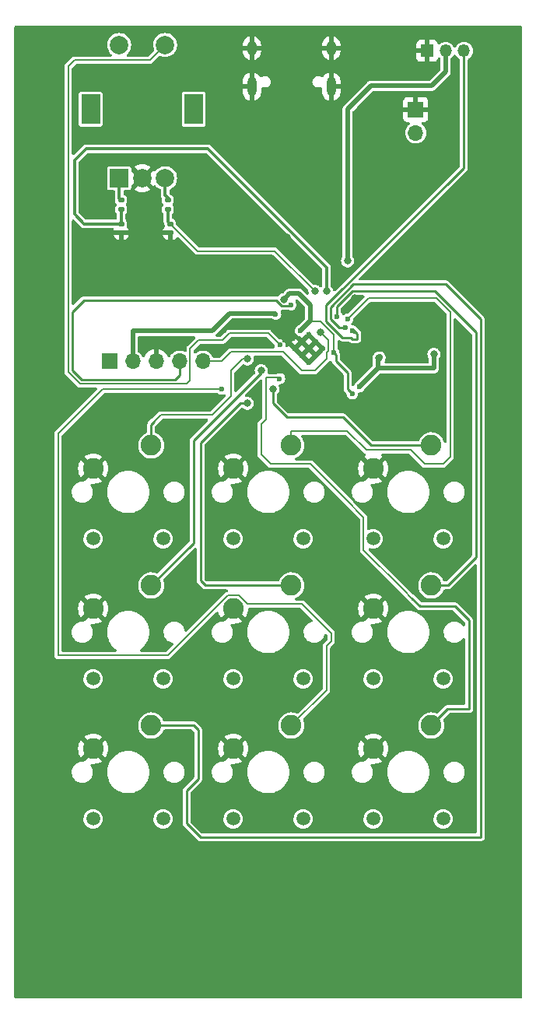
<source format=gbr>
%TF.GenerationSoftware,KiCad,Pcbnew,(6.0.5)*%
%TF.CreationDate,2022-06-10T22:56:37+05:30*%
%TF.ProjectId,mv2,6d76322e-6b69-4636-9164-5f7063625858,rev?*%
%TF.SameCoordinates,Original*%
%TF.FileFunction,Copper,L1,Top*%
%TF.FilePolarity,Positive*%
%FSLAX46Y46*%
G04 Gerber Fmt 4.6, Leading zero omitted, Abs format (unit mm)*
G04 Created by KiCad (PCBNEW (6.0.5)) date 2022-06-10 22:56:37*
%MOMM*%
%LPD*%
G01*
G04 APERTURE LIST*
G04 Aperture macros list*
%AMRoundRect*
0 Rectangle with rounded corners*
0 $1 Rounding radius*
0 $2 $3 $4 $5 $6 $7 $8 $9 X,Y pos of 4 corners*
0 Add a 4 corners polygon primitive as box body*
4,1,4,$2,$3,$4,$5,$6,$7,$8,$9,$2,$3,0*
0 Add four circle primitives for the rounded corners*
1,1,$1+$1,$2,$3*
1,1,$1+$1,$4,$5*
1,1,$1+$1,$6,$7*
1,1,$1+$1,$8,$9*
0 Add four rect primitives between the rounded corners*
20,1,$1+$1,$2,$3,$4,$5,0*
20,1,$1+$1,$4,$5,$6,$7,0*
20,1,$1+$1,$6,$7,$8,$9,0*
20,1,$1+$1,$8,$9,$2,$3,0*%
G04 Aperture macros list end*
%TA.AperFunction,ComponentPad*%
%ADD10C,0.600000*%
%TD*%
%TA.AperFunction,SMDPad,CuDef*%
%ADD11RoundRect,0.140000X0.170000X-0.140000X0.170000X0.140000X-0.170000X0.140000X-0.170000X-0.140000X0*%
%TD*%
%TA.AperFunction,SMDPad,CuDef*%
%ADD12RoundRect,0.135000X-0.185000X0.135000X-0.185000X-0.135000X0.185000X-0.135000X0.185000X0.135000X0*%
%TD*%
%TA.AperFunction,ComponentPad*%
%ADD13C,2.250000*%
%TD*%
%TA.AperFunction,ComponentPad*%
%ADD14C,1.508000*%
%TD*%
%TA.AperFunction,SMDPad,CuDef*%
%ADD15RoundRect,0.140000X-0.170000X0.140000X-0.170000X-0.140000X0.170000X-0.140000X0.170000X0.140000X0*%
%TD*%
%TA.AperFunction,ComponentPad*%
%ADD16C,2.000000*%
%TD*%
%TA.AperFunction,ComponentPad*%
%ADD17R,2.000000X3.200000*%
%TD*%
%TA.AperFunction,ComponentPad*%
%ADD18R,2.000000X2.000000*%
%TD*%
%TA.AperFunction,ComponentPad*%
%ADD19O,1.350000X1.350000*%
%TD*%
%TA.AperFunction,ComponentPad*%
%ADD20R,1.350000X1.350000*%
%TD*%
%TA.AperFunction,ComponentPad*%
%ADD21O,1.700000X1.700000*%
%TD*%
%TA.AperFunction,ComponentPad*%
%ADD22R,1.700000X1.700000*%
%TD*%
%TA.AperFunction,ComponentPad*%
%ADD23O,1.000000X2.100000*%
%TD*%
%TA.AperFunction,ComponentPad*%
%ADD24O,1.000000X1.600000*%
%TD*%
%TA.AperFunction,ViaPad*%
%ADD25C,0.600000*%
%TD*%
%TA.AperFunction,ViaPad*%
%ADD26C,0.800000*%
%TD*%
%TA.AperFunction,Conductor*%
%ADD27C,0.200000*%
%TD*%
%TA.AperFunction,Conductor*%
%ADD28C,0.500000*%
%TD*%
%TA.AperFunction,Conductor*%
%ADD29C,0.250000*%
%TD*%
%TA.AperFunction,Conductor*%
%ADD30C,0.318000*%
%TD*%
G04 APERTURE END LIST*
D10*
%TO.P,,57,GND*%
%TO.N,GND*%
X152781000Y-76835000D03*
%TD*%
D11*
%TO.P,C1,1*%
%TO.N,GND*%
X136906000Y-63472000D03*
%TO.P,C1,2*%
%TO.N,/GPIO19*%
X136906000Y-62512000D03*
%TD*%
D10*
%TO.P,,57,GND*%
%TO.N,GND*%
X153543000Y-76073000D03*
%TD*%
%TO.P,,57,GND*%
%TO.N,GND*%
X152019000Y-76073000D03*
%TD*%
D12*
%TO.P,R2,1*%
%TO.N,Net-(R2-Pad1)*%
X131572000Y-59942000D03*
%TO.P,R2,2*%
%TO.N,/GPIO20*%
X131572000Y-60962000D03*
%TD*%
D13*
%TO.P,U11,P$2*%
%TO.N,GND*%
X143764000Y-89154000D03*
%TO.P,U11,P$1*%
%TO.N,/But_12*%
X150084000Y-86614000D03*
D14*
%TO.P,U11,BR2*%
%TO.N,N/C*%
X151384000Y-96774000D03*
%TO.P,U11,BR1*%
X143764000Y-96774000D03*
%TD*%
D10*
%TO.P,,57,GND*%
%TO.N,GND*%
X150495000Y-76073000D03*
%TD*%
D13*
%TO.P,U9,P$2*%
%TO.N,GND*%
X143764000Y-104394000D03*
%TO.P,U9,P$1*%
%TO.N,/But_2*%
X150084000Y-101854000D03*
D14*
%TO.P,U9,BR2*%
%TO.N,N/C*%
X151384000Y-112014000D03*
%TO.P,U9,BR1*%
X143764000Y-112014000D03*
%TD*%
D15*
%TO.P,C2,1*%
%TO.N,/GPIO20*%
X131572000Y-62512000D03*
%TO.P,C2,2*%
%TO.N,GND*%
X131572000Y-63472000D03*
%TD*%
D13*
%TO.P,U12,P$2*%
%TO.N,GND*%
X159004000Y-119634000D03*
%TO.P,U12,P$1*%
%TO.N,/But_3*%
X165324000Y-117094000D03*
D14*
%TO.P,U12,BR2*%
%TO.N,N/C*%
X166624000Y-127254000D03*
%TO.P,U12,BR1*%
X159004000Y-127254000D03*
%TD*%
D13*
%TO.P,U10,P$2*%
%TO.N,GND*%
X159004000Y-89154000D03*
%TO.P,U10,P$1*%
%TO.N,/But_6*%
X165324000Y-86614000D03*
D14*
%TO.P,U10,BR2*%
%TO.N,N/C*%
X166624000Y-96774000D03*
%TO.P,U10,BR1*%
X159004000Y-96774000D03*
%TD*%
D13*
%TO.P,U3,P$2*%
%TO.N,GND*%
X128524000Y-119634000D03*
%TO.P,U3,P$1*%
%TO.N,/But_4*%
X134844000Y-117094000D03*
D14*
%TO.P,U3,BR2*%
%TO.N,N/C*%
X136144000Y-127254000D03*
%TO.P,U3,BR1*%
X128524000Y-127254000D03*
%TD*%
D13*
%TO.P,U6,P$2*%
%TO.N,GND*%
X159004000Y-104394000D03*
%TO.P,U6,P$1*%
%TO.N,/But_11*%
X165324000Y-101854000D03*
D14*
%TO.P,U6,BR2*%
%TO.N,N/C*%
X166624000Y-112014000D03*
%TO.P,U6,BR1*%
X159004000Y-112014000D03*
%TD*%
D10*
%TO.P,,57,GND*%
%TO.N,GND*%
X152019000Y-77597000D03*
%TD*%
D13*
%TO.P,U2,P$2*%
%TO.N,GND*%
X143764000Y-119634000D03*
%TO.P,U2,P$1*%
%TO.N,/But_1*%
X150084000Y-117094000D03*
D14*
%TO.P,U2,BR2*%
%TO.N,N/C*%
X151384000Y-127254000D03*
%TO.P,U2,BR1*%
X143764000Y-127254000D03*
%TD*%
D13*
%TO.P,U8,P$2*%
%TO.N,GND*%
X128524000Y-104394000D03*
%TO.P,U8,P$1*%
%TO.N,/But_8*%
X134844000Y-101854000D03*
D14*
%TO.P,U8,BR2*%
%TO.N,N/C*%
X136144000Y-112014000D03*
%TO.P,U8,BR1*%
X128524000Y-112014000D03*
%TD*%
D10*
%TO.P,,57,GND*%
%TO.N,GND*%
X151257000Y-75311000D03*
%TD*%
D12*
%TO.P,R3,1*%
%TO.N,Net-(R3-Pad1)*%
X136652000Y-59942000D03*
%TO.P,R3,2*%
%TO.N,/GPIO19*%
X136652000Y-60962000D03*
%TD*%
D10*
%TO.P,,57,GND*%
%TO.N,GND*%
X151257000Y-76835000D03*
%TD*%
%TO.P,,57,GND*%
%TO.N,GND*%
X152781000Y-75311000D03*
%TD*%
%TO.P,,57,GND*%
%TO.N,GND*%
X152019000Y-74549000D03*
%TD*%
D16*
%TO.P,S1,S2*%
%TO.N,N/C*%
X131358000Y-43042000D03*
%TO.P,S1,S1*%
%TO.N,GPIO21*%
X136358000Y-43042000D03*
D17*
%TO.P,S1,MP*%
%TO.N,N/C*%
X128258000Y-50042000D03*
X139458000Y-50042000D03*
D16*
%TO.P,S1,C,C*%
%TO.N,GND*%
X133858000Y-57542000D03*
%TO.P,S1,B,B*%
%TO.N,Net-(R3-Pad1)*%
X136358000Y-57542000D03*
D18*
%TO.P,S1,A,A*%
%TO.N,Net-(R2-Pad1)*%
X131358000Y-57542000D03*
%TD*%
D13*
%TO.P,U13,P$2*%
%TO.N,GND*%
X128524000Y-89154000D03*
%TO.P,U13,P$1*%
%TO.N,/But_9*%
X134844000Y-86614000D03*
D14*
%TO.P,U13,BR2*%
%TO.N,N/C*%
X136144000Y-96774000D03*
%TO.P,U13,BR1*%
X128524000Y-96774000D03*
%TD*%
D19*
%TO.P,J2,3,Pin_3*%
%TO.N,GPIO 18*%
X168878000Y-43688000D03*
%TO.P,J2,2,Pin_2*%
%TO.N,+3V3*%
X166878000Y-43688000D03*
D20*
%TO.P,J2,1,Pin_1*%
%TO.N,GND*%
X164878000Y-43688000D03*
%TD*%
D21*
%TO.P,J1,5,Pin_5*%
%TO.N,SWCLK*%
X140462000Y-77470000D03*
%TO.P,J1,4,Pin_4*%
%TO.N,SWD*%
X137922000Y-77470000D03*
%TO.P,J1,3,Pin_3*%
%TO.N,GND*%
X135382000Y-77470000D03*
%TO.P,J1,2,Pin_2*%
%TO.N,+3V3*%
X132842000Y-77470000D03*
D22*
%TO.P,J1,1,Pin_1*%
%TO.N,~{RESET}*%
X130302000Y-77470000D03*
%TD*%
D21*
%TO.P,SW1,2,2*%
%TO.N,/~{USB_BOOT}*%
X163628000Y-52614000D03*
D22*
%TO.P,SW1,1,1*%
%TO.N,GND*%
X163628000Y-50074000D03*
%TD*%
D23*
%TO.P,J3,S1,SHIELD*%
%TO.N,GND*%
X154434000Y-47580000D03*
D24*
X154434000Y-43400000D03*
X145794000Y-43400000D03*
D23*
X145794000Y-47580000D03*
%TD*%
D25*
%TO.N,GND*%
X159258000Y-71628000D03*
X149409334Y-75126666D03*
D26*
%TO.N,+3V3*%
X156210000Y-66548000D03*
X159652378Y-77102378D03*
%TO.N,GND*%
X171450000Y-69596000D03*
X170180000Y-71120000D03*
D25*
X147320000Y-68834000D03*
%TO.N,GPIO 18*%
X156718000Y-74168000D03*
%TO.N,GND*%
X163068000Y-66548000D03*
%TO.N,GPIO21*%
X148844000Y-75692000D03*
D26*
%TO.N,GND*%
X146050000Y-73406000D03*
X143256000Y-68834000D03*
X143764000Y-60960000D03*
X148844000Y-64770000D03*
X144780000Y-78486000D03*
X152400000Y-57912000D03*
X153162000Y-61722000D03*
D25*
X165608000Y-73406000D03*
D26*
X161036000Y-81788000D03*
D25*
X142748000Y-74168000D03*
X144780000Y-50800000D03*
D26*
X149606000Y-64008000D03*
D25*
X146558000Y-75184000D03*
D26*
X156972000Y-70612000D03*
%TO.N,+3V3*%
X165608000Y-76708000D03*
D25*
X157480000Y-80264000D03*
X148393571Y-72331593D03*
%TO.N,/But_1*%
X142494000Y-80518000D03*
D26*
%TO.N,/But_2*%
X145288000Y-82042000D03*
D25*
%TO.N,/But_3*%
X148819018Y-79349098D03*
%TO.N,/But_4*%
X155973424Y-73814926D03*
D26*
%TO.N,/But_6*%
X148082000Y-80518000D03*
%TO.N,/But_8*%
X146812000Y-78486000D03*
%TO.N,/But_9*%
X145288000Y-77216000D03*
D25*
%TO.N,/But_12*%
X156210000Y-72898000D03*
%TO.N,/But_11*%
X155073833Y-72593196D03*
%TO.N,+1V1*%
X154713760Y-76503195D03*
D26*
X149293174Y-70729652D03*
D25*
X156718000Y-81026000D03*
X151077784Y-74115784D03*
%TO.N,SWD*%
X150053130Y-71315899D03*
D26*
%TO.N,SWCLK*%
X153284927Y-74299074D03*
%TO.N,/GPIO19*%
X152654000Y-69850000D03*
%TO.N,/GPIO20*%
X153924000Y-69850000D03*
%TD*%
D27*
%TO.N,+1V1*%
X154713760Y-74542122D02*
X154713760Y-76503195D01*
X153271422Y-73099784D02*
X154713760Y-74542122D01*
X152093784Y-73099784D02*
X153271422Y-73099784D01*
D28*
X152093784Y-73099784D02*
X152146000Y-73047568D01*
X151077784Y-74115784D02*
X152093784Y-73099784D01*
D27*
%TO.N,SWCLK*%
X143510000Y-76454000D02*
X142494000Y-77470000D01*
X149189511Y-76454000D02*
X143510000Y-76454000D01*
X152654000Y-78486000D02*
X151221511Y-78486000D01*
X153924000Y-77216000D02*
X152654000Y-78486000D01*
X153924000Y-76539838D02*
X153924000Y-77216000D01*
X142494000Y-77470000D02*
X140462000Y-77470000D01*
X154142511Y-75156658D02*
X154142511Y-76321327D01*
X154142511Y-76321327D02*
X153924000Y-76539838D01*
X151221511Y-78486000D02*
X149189511Y-76454000D01*
X153284927Y-74299074D02*
X154142511Y-75156658D01*
D29*
%TO.N,GND*%
X149548666Y-75126666D02*
X149409334Y-75126666D01*
X150495000Y-76073000D02*
X149548666Y-75126666D01*
D27*
%TO.N,GPIO21*%
X134696000Y-44704000D02*
X136358000Y-43042000D01*
X126492000Y-44704000D02*
X134696000Y-44704000D01*
X125813481Y-45382519D02*
X126492000Y-44704000D01*
X125813481Y-78661843D02*
X125813481Y-45382519D01*
X127078158Y-79926520D02*
X125813481Y-78661843D01*
X138678847Y-79926520D02*
X127078158Y-79926520D01*
X139071511Y-79533856D02*
X138678847Y-79926520D01*
X139071511Y-76066489D02*
X139071511Y-79533856D01*
X139954000Y-75184000D02*
X139071511Y-76066489D01*
X147574000Y-74422000D02*
X143341838Y-74422000D01*
X143341838Y-74422000D02*
X142579838Y-75184000D01*
X142579838Y-75184000D02*
X139954000Y-75184000D01*
X148844000Y-75692000D02*
X147574000Y-74422000D01*
D28*
%TO.N,+1V1*%
X152146000Y-73047568D02*
X152146000Y-71374000D01*
X152146000Y-71374000D02*
X150876000Y-70104000D01*
X150876000Y-70104000D02*
X149918826Y-70104000D01*
X149918826Y-70104000D02*
X149293174Y-70729652D01*
%TO.N,+3V3*%
X158750000Y-47498000D02*
X156210000Y-50038000D01*
X156210000Y-50038000D02*
X156210000Y-66548000D01*
X166624000Y-46228000D02*
X165354000Y-47498000D01*
X166878000Y-45974000D02*
X166624000Y-46228000D01*
X165354000Y-47498000D02*
X158750000Y-47498000D01*
X166878000Y-43688000D02*
X166878000Y-45974000D01*
X159766000Y-76988756D02*
X159652378Y-77102378D01*
X159766000Y-76962000D02*
X159766000Y-76988756D01*
X159512000Y-77216000D02*
X159766000Y-76962000D01*
X159512000Y-78232000D02*
X159512000Y-77216000D01*
D29*
%TO.N,+1V1*%
X154713760Y-76503195D02*
X154940000Y-76729435D01*
X156210000Y-80518000D02*
X156718000Y-81026000D01*
X154940000Y-76729435D02*
X154940000Y-77470000D01*
X154940000Y-77470000D02*
X156210000Y-78740000D01*
X156210000Y-78740000D02*
X156210000Y-80518000D01*
%TO.N,/But_4*%
X139446000Y-117094000D02*
X134844000Y-117094000D01*
X138684000Y-124206000D02*
X139954000Y-122936000D01*
X139954000Y-122936000D02*
X139954000Y-117602000D01*
X138684000Y-127762000D02*
X138684000Y-124206000D01*
X140208000Y-129286000D02*
X138684000Y-127762000D01*
X170688000Y-129286000D02*
X140208000Y-129286000D01*
X170688000Y-72898000D02*
X170688000Y-129286000D01*
X166878000Y-69088000D02*
X170688000Y-72898000D01*
X156835669Y-69088000D02*
X166878000Y-69088000D01*
X155270949Y-73814926D02*
X154349322Y-72893299D01*
X155973424Y-73814926D02*
X155270949Y-73814926D01*
X154349322Y-72893299D02*
X154349322Y-71574347D01*
X139954000Y-117602000D02*
X139446000Y-117094000D01*
X154349322Y-71574347D02*
X156835669Y-69088000D01*
%TO.N,GPIO 18*%
X156845000Y-74295000D02*
X156718000Y-74168000D01*
X157099000Y-74295000D02*
X156845000Y-74295000D01*
X157099000Y-74295000D02*
X156972000Y-74168000D01*
X157286597Y-74482597D02*
X157099000Y-74295000D01*
X157286597Y-74990596D02*
X157286597Y-74482597D01*
X156530404Y-74863597D02*
X156713318Y-75046511D01*
X156713318Y-75046511D02*
X157230682Y-75046511D01*
X155635597Y-74863597D02*
X156530404Y-74863597D01*
X153899802Y-73127802D02*
X155635597Y-74863597D01*
X157230682Y-75046511D02*
X157286597Y-74990596D01*
X153899802Y-71388149D02*
X153899802Y-73127802D01*
X168878000Y-56409951D02*
X153899802Y-71388149D01*
X168878000Y-43688000D02*
X168878000Y-56409951D01*
D27*
%TO.N,/But_12*%
X150084000Y-85060000D02*
X150084000Y-86614000D01*
X156180000Y-85060000D02*
X150084000Y-85060000D01*
X158242000Y-87122000D02*
X156180000Y-85060000D01*
X163068000Y-87122000D02*
X158242000Y-87122000D01*
X164592000Y-88646000D02*
X163068000Y-87122000D01*
X166624000Y-88646000D02*
X164592000Y-88646000D01*
X165862000Y-70612000D02*
X167386000Y-72136000D01*
X167386000Y-72136000D02*
X167386000Y-87884000D01*
X167386000Y-87884000D02*
X166624000Y-88646000D01*
X156210000Y-72898000D02*
X158496000Y-70612000D01*
X158496000Y-70612000D02*
X165862000Y-70612000D01*
D30*
%TO.N,/GPIO20*%
X126492000Y-55626000D02*
X126492000Y-61468000D01*
X141026698Y-54356000D02*
X127762000Y-54356000D01*
X127762000Y-54356000D02*
X126492000Y-55626000D01*
X126492000Y-61468000D02*
X127536000Y-62512000D01*
X153924000Y-67253302D02*
X141026698Y-54356000D01*
X153924000Y-69850000D02*
X153924000Y-67253302D01*
X127536000Y-62512000D02*
X131572000Y-62512000D01*
D28*
%TO.N,+3V3*%
X165608000Y-78232000D02*
X165608000Y-76708000D01*
X143374695Y-72271305D02*
X141478000Y-74168000D01*
X141478000Y-74168000D02*
X132842000Y-74168000D01*
X148393571Y-72331593D02*
X148333283Y-72271305D01*
X148333283Y-72271305D02*
X143374695Y-72271305D01*
X159512000Y-78232000D02*
X165608000Y-78232000D01*
X132842000Y-74168000D02*
X132842000Y-77470000D01*
X157480000Y-80264000D02*
X159512000Y-78232000D01*
D27*
%TO.N,/But_1*%
X153924000Y-113254000D02*
X150084000Y-117094000D01*
X154432000Y-107095620D02*
X154432000Y-107950000D01*
X143156511Y-102969489D02*
X144371489Y-102969489D01*
X136652000Y-109474000D02*
X143156511Y-102969489D01*
X154432000Y-107950000D02*
X153924000Y-108458000D01*
X124714000Y-109474000D02*
X136652000Y-109474000D01*
X144371489Y-102969489D02*
X145288000Y-103886000D01*
X153924000Y-108458000D02*
X153924000Y-113254000D01*
X124714000Y-85344000D02*
X124714000Y-109474000D01*
X129540000Y-80518000D02*
X124714000Y-85344000D01*
X151222380Y-103886000D02*
X154432000Y-107095620D01*
X142240000Y-80518000D02*
X129540000Y-80518000D01*
X145288000Y-103886000D02*
X151222380Y-103886000D01*
D29*
%TO.N,/But_2*%
X145288000Y-82042000D02*
X144526000Y-82042000D01*
X140208000Y-86360000D02*
X140208000Y-101346000D01*
X140716000Y-101854000D02*
X150084000Y-101854000D01*
X140208000Y-101346000D02*
X140716000Y-101854000D01*
X144526000Y-82042000D02*
X140208000Y-86360000D01*
%TO.N,/But_3*%
X164084000Y-104140000D02*
X163195000Y-103251000D01*
D27*
X148717920Y-79248000D02*
X148819018Y-79349098D01*
D29*
X169418000Y-115316000D02*
X169418000Y-105664000D01*
D27*
X163195000Y-103251000D02*
X162306000Y-102362000D01*
D29*
X165324000Y-117094000D02*
X167102000Y-115316000D01*
D27*
X146812000Y-84328000D02*
X147320000Y-83820000D01*
X147828000Y-88646000D02*
X146812000Y-87630000D01*
D29*
X167102000Y-115316000D02*
X169418000Y-115316000D01*
D27*
X147320000Y-83820000D02*
X147320000Y-80264000D01*
X155956000Y-92456000D02*
X152146000Y-88646000D01*
X157950489Y-98006489D02*
X157950489Y-94450489D01*
X147320000Y-79248000D02*
X148717920Y-79248000D01*
X147320000Y-80264000D02*
X147320000Y-79248000D01*
X162306000Y-102362000D02*
X157950489Y-98006489D01*
X146812000Y-87630000D02*
X146812000Y-84328000D01*
D29*
X169418000Y-105664000D02*
X167894000Y-104140000D01*
X167894000Y-104140000D02*
X164084000Y-104140000D01*
D27*
X152146000Y-88646000D02*
X147828000Y-88646000D01*
X157950489Y-94450489D02*
X155956000Y-92456000D01*
D29*
%TO.N,/But_6*%
X165324000Y-86614000D02*
X158750000Y-86614000D01*
X158750000Y-86614000D02*
X157226000Y-85090000D01*
X157226000Y-85090000D02*
X155702000Y-83566000D01*
X149606000Y-83566000D02*
X148082000Y-82042000D01*
X148082000Y-82042000D02*
X148082000Y-80518000D01*
X155702000Y-83566000D02*
X149606000Y-83566000D01*
%TO.N,/But_8*%
X139446000Y-95758000D02*
X139446000Y-86106000D01*
X146812000Y-78740000D02*
X146812000Y-78486000D01*
X139446000Y-97252000D02*
X139446000Y-95758000D01*
X134844000Y-101854000D02*
X139446000Y-97252000D01*
X139446000Y-86106000D02*
X145034000Y-80518000D01*
X145034000Y-80518000D02*
X146812000Y-78740000D01*
%TO.N,/But_9*%
X134844000Y-84358000D02*
X135128000Y-84074000D01*
D27*
X143510000Y-78486000D02*
X144526000Y-77470000D01*
X144780000Y-77216000D02*
X145288000Y-77216000D01*
X143510000Y-79248000D02*
X143510000Y-78486000D01*
X135128000Y-84074000D02*
X135890000Y-83312000D01*
X141478000Y-83312000D02*
X143510000Y-81280000D01*
D29*
X134844000Y-86614000D02*
X134844000Y-84358000D01*
D27*
X144526000Y-77470000D02*
X144780000Y-77216000D01*
X135890000Y-83312000D02*
X141478000Y-83312000D01*
X143510000Y-81280000D02*
X143510000Y-79248000D01*
D29*
%TO.N,/But_11*%
X167132000Y-101854000D02*
X170180000Y-98806000D01*
X165700362Y-69850000D02*
X158242000Y-69850000D01*
X165324000Y-101854000D02*
X167132000Y-101854000D01*
X158242000Y-69850000D02*
X156709386Y-69850000D01*
X170180000Y-74329638D02*
X165700362Y-69850000D01*
X170180000Y-98806000D02*
X170180000Y-74329638D01*
X155073833Y-71485553D02*
X155073833Y-72593196D01*
X156709386Y-69850000D02*
X155073833Y-71485553D01*
%TO.N,SWD*%
X126238000Y-78486000D02*
X127254000Y-79502000D01*
X126238000Y-72136000D02*
X126238000Y-78486000D01*
X127508000Y-70866000D02*
X126238000Y-72136000D01*
X137922000Y-78994000D02*
X137922000Y-77470000D01*
X127254000Y-79502000D02*
X137414000Y-79502000D01*
X148993071Y-71454163D02*
X148404908Y-70866000D01*
X148404908Y-70866000D02*
X127508000Y-70866000D01*
X137414000Y-79502000D02*
X137922000Y-78994000D01*
X149914866Y-71454163D02*
X148993071Y-71454163D01*
X150053130Y-71315899D02*
X149914866Y-71454163D01*
D27*
%TO.N,/GPIO19*%
X152654000Y-69850000D02*
X148273511Y-65469511D01*
X148273511Y-65469511D02*
X139863511Y-65469511D01*
D30*
X136652000Y-62258000D02*
X136906000Y-62512000D01*
D27*
X139863511Y-65469511D02*
X136906000Y-62512000D01*
D30*
X136652000Y-60962000D02*
X136652000Y-62258000D01*
%TO.N,/GPIO20*%
X131572000Y-60962000D02*
X131572000Y-62512000D01*
%TO.N,Net-(R2-Pad1)*%
X131358000Y-59728000D02*
X131572000Y-59942000D01*
X131358000Y-57542000D02*
X131358000Y-59728000D01*
%TO.N,Net-(R3-Pad1)*%
X136652000Y-59690000D02*
X136652000Y-59942000D01*
X136358000Y-57542000D02*
X136358000Y-59396000D01*
X136358000Y-59396000D02*
X136652000Y-59690000D01*
%TD*%
%TA.AperFunction,Conductor*%
%TO.N,GND*%
G36*
X175139000Y-40960462D02*
G01*
X175193538Y-41015000D01*
X175213500Y-41089500D01*
X175213500Y-146616500D01*
X175193538Y-146691000D01*
X175139000Y-146745538D01*
X175064500Y-146765500D01*
X120083500Y-146765500D01*
X120009000Y-146745538D01*
X119954462Y-146691000D01*
X119934500Y-146616500D01*
X119934500Y-127239206D01*
X127464501Y-127239206D01*
X127481806Y-127445278D01*
X127483816Y-127452287D01*
X127483816Y-127452288D01*
X127534600Y-127629393D01*
X127538807Y-127644066D01*
X127633334Y-127827995D01*
X127637862Y-127833708D01*
X127743564Y-127967070D01*
X127761786Y-127990061D01*
X127919271Y-128124091D01*
X128099789Y-128224980D01*
X128296466Y-128288884D01*
X128429454Y-128304742D01*
X128494578Y-128312508D01*
X128494581Y-128312508D01*
X128501809Y-128313370D01*
X128707998Y-128297504D01*
X128715016Y-128295545D01*
X128715019Y-128295544D01*
X128900151Y-128243854D01*
X128907178Y-128241892D01*
X128947694Y-128221426D01*
X129085251Y-128151942D01*
X129085255Y-128151939D01*
X129091763Y-128148652D01*
X129254722Y-128021334D01*
X129363662Y-127895126D01*
X129385086Y-127870306D01*
X129385087Y-127870305D01*
X129389848Y-127864789D01*
X129491995Y-127684979D01*
X129557270Y-127488753D01*
X129561877Y-127452288D01*
X129582668Y-127287713D01*
X129582668Y-127287706D01*
X129583189Y-127283586D01*
X129583602Y-127254000D01*
X129582151Y-127239206D01*
X135084501Y-127239206D01*
X135101806Y-127445278D01*
X135103816Y-127452287D01*
X135103816Y-127452288D01*
X135154600Y-127629393D01*
X135158807Y-127644066D01*
X135253334Y-127827995D01*
X135257862Y-127833708D01*
X135363564Y-127967070D01*
X135381786Y-127990061D01*
X135539271Y-128124091D01*
X135719789Y-128224980D01*
X135916466Y-128288884D01*
X136049454Y-128304742D01*
X136114578Y-128312508D01*
X136114581Y-128312508D01*
X136121809Y-128313370D01*
X136327998Y-128297504D01*
X136335016Y-128295545D01*
X136335019Y-128295544D01*
X136520151Y-128243854D01*
X136527178Y-128241892D01*
X136567694Y-128221426D01*
X136705251Y-128151942D01*
X136705255Y-128151939D01*
X136711763Y-128148652D01*
X136874722Y-128021334D01*
X136983662Y-127895126D01*
X137005086Y-127870306D01*
X137005087Y-127870305D01*
X137009848Y-127864789D01*
X137111995Y-127684979D01*
X137177270Y-127488753D01*
X137181877Y-127452288D01*
X137202668Y-127287713D01*
X137202668Y-127287706D01*
X137203189Y-127283586D01*
X137203602Y-127254000D01*
X137183422Y-127048189D01*
X137181233Y-127040939D01*
X137125757Y-126857191D01*
X137125755Y-126857187D01*
X137123651Y-126850217D01*
X137026565Y-126667625D01*
X137021962Y-126661982D01*
X137021960Y-126661978D01*
X136900466Y-126513012D01*
X136895863Y-126507368D01*
X136736522Y-126375550D01*
X136715139Y-126363988D01*
X136561022Y-126280658D01*
X136561023Y-126280658D01*
X136554612Y-126277192D01*
X136547650Y-126275037D01*
X136547648Y-126275036D01*
X136364025Y-126218195D01*
X136364024Y-126218195D01*
X136357063Y-126216040D01*
X136349823Y-126215279D01*
X136349818Y-126215278D01*
X136158638Y-126195185D01*
X136151397Y-126194424D01*
X135945450Y-126213166D01*
X135747066Y-126271554D01*
X135563801Y-126367363D01*
X135402635Y-126496943D01*
X135389152Y-126513012D01*
X135274387Y-126649783D01*
X135274384Y-126649787D01*
X135269708Y-126655360D01*
X135266203Y-126661736D01*
X135266202Y-126661737D01*
X135244719Y-126700815D01*
X135170082Y-126836578D01*
X135107553Y-127033696D01*
X135084501Y-127239206D01*
X129582151Y-127239206D01*
X129563422Y-127048189D01*
X129561233Y-127040939D01*
X129505757Y-126857191D01*
X129505755Y-126857187D01*
X129503651Y-126850217D01*
X129406565Y-126667625D01*
X129401962Y-126661982D01*
X129401960Y-126661978D01*
X129280466Y-126513012D01*
X129275863Y-126507368D01*
X129116522Y-126375550D01*
X129095139Y-126363988D01*
X128941022Y-126280658D01*
X128941023Y-126280658D01*
X128934612Y-126277192D01*
X128927650Y-126275037D01*
X128927648Y-126275036D01*
X128744025Y-126218195D01*
X128744024Y-126218195D01*
X128737063Y-126216040D01*
X128729823Y-126215279D01*
X128729818Y-126215278D01*
X128538638Y-126195185D01*
X128531397Y-126194424D01*
X128325450Y-126213166D01*
X128127066Y-126271554D01*
X127943801Y-126367363D01*
X127782635Y-126496943D01*
X127769152Y-126513012D01*
X127654387Y-126649783D01*
X127654384Y-126649787D01*
X127649708Y-126655360D01*
X127646203Y-126661736D01*
X127646202Y-126661737D01*
X127624719Y-126700815D01*
X127550082Y-126836578D01*
X127487553Y-127033696D01*
X127464501Y-127239206D01*
X119934500Y-127239206D01*
X119934500Y-122264654D01*
X126182133Y-122264654D01*
X126217941Y-122473047D01*
X126291127Y-122671425D01*
X126399238Y-122853144D01*
X126403744Y-122858282D01*
X126531003Y-123003393D01*
X126538655Y-123012119D01*
X126591671Y-123053913D01*
X126699340Y-123138793D01*
X126699346Y-123138797D01*
X126704708Y-123143024D01*
X126710751Y-123146203D01*
X126710755Y-123146206D01*
X126754939Y-123169452D01*
X126891836Y-123241477D01*
X126986015Y-123270720D01*
X127087253Y-123302156D01*
X127087258Y-123302157D01*
X127093773Y-123304180D01*
X127100550Y-123304982D01*
X127100554Y-123304983D01*
X127261102Y-123323985D01*
X127261106Y-123323985D01*
X127265455Y-123324500D01*
X127387641Y-123324500D01*
X127544560Y-123310081D01*
X127748069Y-123252686D01*
X127937710Y-123159165D01*
X127943175Y-123155084D01*
X127943180Y-123155081D01*
X128101659Y-123036739D01*
X128101661Y-123036737D01*
X128107133Y-123032651D01*
X128250663Y-122877381D01*
X128363495Y-122698554D01*
X128366024Y-122692215D01*
X128366027Y-122692209D01*
X128439317Y-122508504D01*
X128441848Y-122502160D01*
X128483099Y-122294775D01*
X128484483Y-122189060D01*
X128484680Y-122174000D01*
X130034677Y-122174000D01*
X130054348Y-122474122D01*
X130055297Y-122478894D01*
X130055298Y-122478900D01*
X130112073Y-122764325D01*
X130113025Y-122769109D01*
X130209703Y-123053913D01*
X130342728Y-123323661D01*
X130509824Y-123573739D01*
X130708133Y-123799867D01*
X130934261Y-123998176D01*
X131046055Y-124072874D01*
X131180287Y-124162565D01*
X131180292Y-124162568D01*
X131184339Y-124165272D01*
X131454087Y-124298297D01*
X131738891Y-124394975D01*
X131743669Y-124395925D01*
X131743675Y-124395927D01*
X132029100Y-124452702D01*
X132029106Y-124452703D01*
X132033878Y-124453652D01*
X132038735Y-124453970D01*
X132038740Y-124453971D01*
X132256463Y-124468241D01*
X132258889Y-124468400D01*
X132409111Y-124468400D01*
X132411537Y-124468241D01*
X132629260Y-124453971D01*
X132629265Y-124453970D01*
X132634122Y-124453652D01*
X132638894Y-124452703D01*
X132638900Y-124452702D01*
X132924325Y-124395927D01*
X132924331Y-124395925D01*
X132929109Y-124394975D01*
X133213913Y-124298297D01*
X133483661Y-124165272D01*
X133487708Y-124162568D01*
X133487713Y-124162565D01*
X133621945Y-124072874D01*
X133733739Y-123998176D01*
X133959867Y-123799867D01*
X134158176Y-123573739D01*
X134325272Y-123323662D01*
X134458297Y-123053913D01*
X134554975Y-122769109D01*
X134555927Y-122764325D01*
X134612702Y-122478900D01*
X134612703Y-122478894D01*
X134613652Y-122474122D01*
X134627381Y-122264654D01*
X136182133Y-122264654D01*
X136217941Y-122473047D01*
X136291127Y-122671425D01*
X136399238Y-122853144D01*
X136403744Y-122858282D01*
X136531003Y-123003393D01*
X136538655Y-123012119D01*
X136591671Y-123053913D01*
X136699340Y-123138793D01*
X136699346Y-123138797D01*
X136704708Y-123143024D01*
X136710751Y-123146203D01*
X136710755Y-123146206D01*
X136754939Y-123169452D01*
X136891836Y-123241477D01*
X136986015Y-123270720D01*
X137087253Y-123302156D01*
X137087258Y-123302157D01*
X137093773Y-123304180D01*
X137100550Y-123304982D01*
X137100554Y-123304983D01*
X137261102Y-123323985D01*
X137261106Y-123323985D01*
X137265455Y-123324500D01*
X137387641Y-123324500D01*
X137544560Y-123310081D01*
X137748069Y-123252686D01*
X137937710Y-123159165D01*
X137943175Y-123155084D01*
X137943180Y-123155081D01*
X138101659Y-123036739D01*
X138101661Y-123036737D01*
X138107133Y-123032651D01*
X138250663Y-122877381D01*
X138363495Y-122698554D01*
X138366024Y-122692215D01*
X138366027Y-122692209D01*
X138439317Y-122508504D01*
X138441848Y-122502160D01*
X138483099Y-122294775D01*
X138484483Y-122189061D01*
X138485778Y-122090180D01*
X138485778Y-122090175D01*
X138485867Y-122083346D01*
X138450059Y-121874953D01*
X138376873Y-121676575D01*
X138268762Y-121494856D01*
X138129345Y-121335881D01*
X138021061Y-121250517D01*
X137968660Y-121209207D01*
X137968654Y-121209203D01*
X137963292Y-121204976D01*
X137957249Y-121201797D01*
X137957245Y-121201794D01*
X137873968Y-121157980D01*
X137776164Y-121106523D01*
X137681985Y-121077280D01*
X137580747Y-121045844D01*
X137580742Y-121045843D01*
X137574227Y-121043820D01*
X137567450Y-121043018D01*
X137567446Y-121043017D01*
X137406898Y-121024015D01*
X137406894Y-121024015D01*
X137402545Y-121023500D01*
X137280359Y-121023500D01*
X137123440Y-121037919D01*
X136919931Y-121095314D01*
X136730290Y-121188835D01*
X136724825Y-121192916D01*
X136724820Y-121192919D01*
X136566341Y-121311261D01*
X136566339Y-121311263D01*
X136560867Y-121315349D01*
X136417337Y-121470619D01*
X136304505Y-121649446D01*
X136301976Y-121655785D01*
X136301973Y-121655791D01*
X136291123Y-121682988D01*
X136226152Y-121845840D01*
X136184901Y-122053225D01*
X136183517Y-122158939D01*
X136183384Y-122169133D01*
X136182133Y-122264654D01*
X134627381Y-122264654D01*
X134633323Y-122174000D01*
X134613652Y-121873878D01*
X134575682Y-121682988D01*
X134555927Y-121583675D01*
X134555925Y-121583669D01*
X134554975Y-121578891D01*
X134458297Y-121294087D01*
X134325272Y-121024339D01*
X134280470Y-120957287D01*
X134160885Y-120778316D01*
X134158176Y-120774261D01*
X133959867Y-120548133D01*
X133733739Y-120349824D01*
X133608089Y-120265868D01*
X133487713Y-120185435D01*
X133487708Y-120185432D01*
X133483661Y-120182728D01*
X133213913Y-120049703D01*
X132929109Y-119953025D01*
X132924331Y-119952075D01*
X132924325Y-119952073D01*
X132638900Y-119895298D01*
X132638894Y-119895297D01*
X132634122Y-119894348D01*
X132629265Y-119894030D01*
X132629260Y-119894029D01*
X132411537Y-119879759D01*
X132409111Y-119879600D01*
X132258889Y-119879600D01*
X132256463Y-119879759D01*
X132038740Y-119894029D01*
X132038735Y-119894030D01*
X132033878Y-119894348D01*
X132029106Y-119895297D01*
X132029100Y-119895298D01*
X131743675Y-119952073D01*
X131743669Y-119952075D01*
X131738891Y-119953025D01*
X131454087Y-120049703D01*
X131184339Y-120182728D01*
X131180292Y-120185432D01*
X131180287Y-120185435D01*
X131059911Y-120265868D01*
X130934261Y-120349824D01*
X130708133Y-120548133D01*
X130509824Y-120774261D01*
X130342728Y-121024338D01*
X130209703Y-121294087D01*
X130113025Y-121578891D01*
X130112075Y-121583669D01*
X130112073Y-121583675D01*
X130092319Y-121682988D01*
X130054348Y-121873878D01*
X130034677Y-122174000D01*
X128484680Y-122174000D01*
X128485778Y-122090180D01*
X128485778Y-122090175D01*
X128485867Y-122083346D01*
X128450059Y-121874953D01*
X128376873Y-121676575D01*
X128321604Y-121583675D01*
X128272254Y-121500725D01*
X128272252Y-121500723D01*
X128268762Y-121494856D01*
X128269189Y-121494602D01*
X128243103Y-121426634D01*
X128255172Y-121350456D01*
X128303713Y-121290518D01*
X128375719Y-121262882D01*
X128402978Y-121262525D01*
X128518169Y-121271591D01*
X128529832Y-121271591D01*
X128774415Y-121252342D01*
X128785938Y-121250517D01*
X129024489Y-121193245D01*
X129035595Y-121189637D01*
X129262247Y-121095755D01*
X129272657Y-121090450D01*
X129477404Y-120964982D01*
X129482692Y-120957287D01*
X129477780Y-120946990D01*
X128537871Y-120007081D01*
X128524000Y-119999073D01*
X128510129Y-120007081D01*
X127573336Y-120943874D01*
X127568458Y-120952323D01*
X127513921Y-121006861D01*
X127439422Y-121026825D01*
X127421918Y-121025793D01*
X127402545Y-121023500D01*
X127280359Y-121023500D01*
X127123440Y-121037919D01*
X126919931Y-121095314D01*
X126730290Y-121188835D01*
X126724825Y-121192916D01*
X126724820Y-121192919D01*
X126566341Y-121311261D01*
X126566339Y-121311263D01*
X126560867Y-121315349D01*
X126417337Y-121470619D01*
X126304505Y-121649446D01*
X126301976Y-121655785D01*
X126301973Y-121655791D01*
X126291123Y-121682988D01*
X126226152Y-121845840D01*
X126184901Y-122053225D01*
X126183517Y-122158940D01*
X126183384Y-122169133D01*
X126182133Y-122264654D01*
X119934500Y-122264654D01*
X119934500Y-119639832D01*
X126886409Y-119639832D01*
X126905658Y-119884415D01*
X126907483Y-119895936D01*
X126964755Y-120134489D01*
X126968363Y-120145595D01*
X127062245Y-120372247D01*
X127067550Y-120382657D01*
X127193018Y-120587404D01*
X127200713Y-120592692D01*
X127211010Y-120587780D01*
X128150919Y-119647871D01*
X128158927Y-119634000D01*
X128889073Y-119634000D01*
X128897081Y-119647871D01*
X129833875Y-120584665D01*
X129847746Y-120592673D01*
X129853946Y-120589094D01*
X129980450Y-120382657D01*
X129985755Y-120372247D01*
X130079637Y-120145595D01*
X130083245Y-120134489D01*
X130140517Y-119895936D01*
X130142342Y-119884415D01*
X130161591Y-119639832D01*
X130161591Y-119628168D01*
X130142342Y-119383585D01*
X130140517Y-119372062D01*
X130083245Y-119133511D01*
X130079637Y-119122405D01*
X129985755Y-118895753D01*
X129980450Y-118885343D01*
X129854982Y-118680596D01*
X129847287Y-118675308D01*
X129836990Y-118680220D01*
X128897081Y-119620129D01*
X128889073Y-119634000D01*
X128158927Y-119634000D01*
X128150919Y-119620129D01*
X127214125Y-118683335D01*
X127200254Y-118675327D01*
X127194054Y-118678906D01*
X127067550Y-118885343D01*
X127062245Y-118895753D01*
X126968363Y-119122405D01*
X126964755Y-119133511D01*
X126907483Y-119372062D01*
X126905658Y-119383585D01*
X126886409Y-119628168D01*
X126886409Y-119639832D01*
X119934500Y-119639832D01*
X119934500Y-118310713D01*
X127565308Y-118310713D01*
X127570220Y-118321010D01*
X128510129Y-119260919D01*
X128524000Y-119268927D01*
X128537871Y-119260919D01*
X129474665Y-118324125D01*
X129482673Y-118310254D01*
X129479094Y-118304054D01*
X129272657Y-118177550D01*
X129262247Y-118172245D01*
X129035595Y-118078363D01*
X129024489Y-118074755D01*
X128785938Y-118017483D01*
X128774415Y-118015658D01*
X128529832Y-117996409D01*
X128518168Y-117996409D01*
X128273585Y-118015658D01*
X128262062Y-118017483D01*
X128023511Y-118074755D01*
X128012405Y-118078363D01*
X127785753Y-118172245D01*
X127775343Y-118177550D01*
X127570596Y-118303018D01*
X127565308Y-118310713D01*
X119934500Y-118310713D01*
X119934500Y-111999206D01*
X127464501Y-111999206D01*
X127481806Y-112205278D01*
X127538807Y-112404066D01*
X127633334Y-112587995D01*
X127761786Y-112750061D01*
X127919271Y-112884091D01*
X128099789Y-112984980D01*
X128296466Y-113048884D01*
X128429454Y-113064742D01*
X128494578Y-113072508D01*
X128494581Y-113072508D01*
X128501809Y-113073370D01*
X128707998Y-113057504D01*
X128715016Y-113055545D01*
X128715019Y-113055544D01*
X128900151Y-113003854D01*
X128907178Y-113001892D01*
X128947694Y-112981426D01*
X129085251Y-112911942D01*
X129085255Y-112911939D01*
X129091763Y-112908652D01*
X129254722Y-112781334D01*
X129389848Y-112624789D01*
X129491995Y-112444979D01*
X129557270Y-112248753D01*
X129561877Y-112212288D01*
X129582668Y-112047713D01*
X129582668Y-112047706D01*
X129583189Y-112043586D01*
X129583602Y-112014000D01*
X129582151Y-111999206D01*
X135084501Y-111999206D01*
X135101806Y-112205278D01*
X135158807Y-112404066D01*
X135253334Y-112587995D01*
X135381786Y-112750061D01*
X135539271Y-112884091D01*
X135719789Y-112984980D01*
X135916466Y-113048884D01*
X136049454Y-113064742D01*
X136114578Y-113072508D01*
X136114581Y-113072508D01*
X136121809Y-113073370D01*
X136327998Y-113057504D01*
X136335016Y-113055545D01*
X136335019Y-113055544D01*
X136520151Y-113003854D01*
X136527178Y-113001892D01*
X136567694Y-112981426D01*
X136705251Y-112911942D01*
X136705255Y-112911939D01*
X136711763Y-112908652D01*
X136874722Y-112781334D01*
X137009848Y-112624789D01*
X137111995Y-112444979D01*
X137177270Y-112248753D01*
X137181877Y-112212288D01*
X137202668Y-112047713D01*
X137202668Y-112047706D01*
X137203189Y-112043586D01*
X137203602Y-112014000D01*
X137202151Y-111999206D01*
X142704501Y-111999206D01*
X142721806Y-112205278D01*
X142778807Y-112404066D01*
X142873334Y-112587995D01*
X143001786Y-112750061D01*
X143159271Y-112884091D01*
X143339789Y-112984980D01*
X143536466Y-113048884D01*
X143669454Y-113064742D01*
X143734578Y-113072508D01*
X143734581Y-113072508D01*
X143741809Y-113073370D01*
X143947998Y-113057504D01*
X143955016Y-113055545D01*
X143955019Y-113055544D01*
X144140151Y-113003854D01*
X144147178Y-113001892D01*
X144187694Y-112981426D01*
X144325251Y-112911942D01*
X144325255Y-112911939D01*
X144331763Y-112908652D01*
X144494722Y-112781334D01*
X144629848Y-112624789D01*
X144731995Y-112444979D01*
X144797270Y-112248753D01*
X144801877Y-112212288D01*
X144822668Y-112047713D01*
X144822668Y-112047706D01*
X144823189Y-112043586D01*
X144823602Y-112014000D01*
X144822151Y-111999206D01*
X150324501Y-111999206D01*
X150341806Y-112205278D01*
X150398807Y-112404066D01*
X150493334Y-112587995D01*
X150621786Y-112750061D01*
X150779271Y-112884091D01*
X150959789Y-112984980D01*
X151156466Y-113048884D01*
X151289454Y-113064742D01*
X151354578Y-113072508D01*
X151354581Y-113072508D01*
X151361809Y-113073370D01*
X151567998Y-113057504D01*
X151575016Y-113055545D01*
X151575019Y-113055544D01*
X151760151Y-113003854D01*
X151767178Y-113001892D01*
X151807694Y-112981426D01*
X151945251Y-112911942D01*
X151945255Y-112911939D01*
X151951763Y-112908652D01*
X152114722Y-112781334D01*
X152249848Y-112624789D01*
X152351995Y-112444979D01*
X152417270Y-112248753D01*
X152421877Y-112212288D01*
X152442668Y-112047713D01*
X152442668Y-112047706D01*
X152443189Y-112043586D01*
X152443602Y-112014000D01*
X152423422Y-111808189D01*
X152421233Y-111800939D01*
X152365757Y-111617191D01*
X152365755Y-111617187D01*
X152363651Y-111610217D01*
X152266565Y-111427625D01*
X152261962Y-111421982D01*
X152261960Y-111421978D01*
X152140466Y-111273012D01*
X152135863Y-111267368D01*
X151976522Y-111135550D01*
X151955139Y-111123988D01*
X151801022Y-111040658D01*
X151801023Y-111040658D01*
X151794612Y-111037192D01*
X151787650Y-111035037D01*
X151787648Y-111035036D01*
X151604025Y-110978195D01*
X151604024Y-110978195D01*
X151597063Y-110976040D01*
X151589823Y-110975279D01*
X151589818Y-110975278D01*
X151398638Y-110955185D01*
X151391397Y-110954424D01*
X151185450Y-110973166D01*
X150987066Y-111031554D01*
X150803801Y-111127363D01*
X150642635Y-111256943D01*
X150629152Y-111273012D01*
X150514387Y-111409783D01*
X150514384Y-111409787D01*
X150509708Y-111415360D01*
X150506203Y-111421736D01*
X150506202Y-111421737D01*
X150484719Y-111460815D01*
X150410082Y-111596578D01*
X150347553Y-111793696D01*
X150324501Y-111999206D01*
X144822151Y-111999206D01*
X144803422Y-111808189D01*
X144801233Y-111800939D01*
X144745757Y-111617191D01*
X144745755Y-111617187D01*
X144743651Y-111610217D01*
X144646565Y-111427625D01*
X144641962Y-111421982D01*
X144641960Y-111421978D01*
X144520466Y-111273012D01*
X144515863Y-111267368D01*
X144356522Y-111135550D01*
X144335139Y-111123988D01*
X144181022Y-111040658D01*
X144181023Y-111040658D01*
X144174612Y-111037192D01*
X144167650Y-111035037D01*
X144167648Y-111035036D01*
X143984025Y-110978195D01*
X143984024Y-110978195D01*
X143977063Y-110976040D01*
X143969823Y-110975279D01*
X143969818Y-110975278D01*
X143778638Y-110955185D01*
X143771397Y-110954424D01*
X143565450Y-110973166D01*
X143367066Y-111031554D01*
X143183801Y-111127363D01*
X143022635Y-111256943D01*
X143009152Y-111273012D01*
X142894387Y-111409783D01*
X142894384Y-111409787D01*
X142889708Y-111415360D01*
X142886203Y-111421736D01*
X142886202Y-111421737D01*
X142864719Y-111460815D01*
X142790082Y-111596578D01*
X142727553Y-111793696D01*
X142704501Y-111999206D01*
X137202151Y-111999206D01*
X137183422Y-111808189D01*
X137181233Y-111800939D01*
X137125757Y-111617191D01*
X137125755Y-111617187D01*
X137123651Y-111610217D01*
X137026565Y-111427625D01*
X137021962Y-111421982D01*
X137021960Y-111421978D01*
X136900466Y-111273012D01*
X136895863Y-111267368D01*
X136736522Y-111135550D01*
X136715139Y-111123988D01*
X136561022Y-111040658D01*
X136561023Y-111040658D01*
X136554612Y-111037192D01*
X136547650Y-111035037D01*
X136547648Y-111035036D01*
X136364025Y-110978195D01*
X136364024Y-110978195D01*
X136357063Y-110976040D01*
X136349823Y-110975279D01*
X136349818Y-110975278D01*
X136158638Y-110955185D01*
X136151397Y-110954424D01*
X135945450Y-110973166D01*
X135747066Y-111031554D01*
X135563801Y-111127363D01*
X135402635Y-111256943D01*
X135389152Y-111273012D01*
X135274387Y-111409783D01*
X135274384Y-111409787D01*
X135269708Y-111415360D01*
X135266203Y-111421736D01*
X135266202Y-111421737D01*
X135244719Y-111460815D01*
X135170082Y-111596578D01*
X135107553Y-111793696D01*
X135084501Y-111999206D01*
X129582151Y-111999206D01*
X129563422Y-111808189D01*
X129561233Y-111800939D01*
X129505757Y-111617191D01*
X129505755Y-111617187D01*
X129503651Y-111610217D01*
X129406565Y-111427625D01*
X129401962Y-111421982D01*
X129401960Y-111421978D01*
X129280466Y-111273012D01*
X129275863Y-111267368D01*
X129116522Y-111135550D01*
X129095139Y-111123988D01*
X128941022Y-111040658D01*
X128941023Y-111040658D01*
X128934612Y-111037192D01*
X128927650Y-111035037D01*
X128927648Y-111035036D01*
X128744025Y-110978195D01*
X128744024Y-110978195D01*
X128737063Y-110976040D01*
X128729823Y-110975279D01*
X128729818Y-110975278D01*
X128538638Y-110955185D01*
X128531397Y-110954424D01*
X128325450Y-110973166D01*
X128127066Y-111031554D01*
X127943801Y-111127363D01*
X127782635Y-111256943D01*
X127769152Y-111273012D01*
X127654387Y-111409783D01*
X127654384Y-111409787D01*
X127649708Y-111415360D01*
X127646203Y-111421736D01*
X127646202Y-111421737D01*
X127624719Y-111460815D01*
X127550082Y-111596578D01*
X127487553Y-111793696D01*
X127464501Y-111999206D01*
X119934500Y-111999206D01*
X119934500Y-109474000D01*
X124308508Y-109474000D01*
X124313500Y-109505519D01*
X124328354Y-109599304D01*
X124333675Y-109609747D01*
X124333676Y-109609750D01*
X124379115Y-109698927D01*
X124385950Y-109712342D01*
X124475658Y-109802050D01*
X124588696Y-109859646D01*
X124714000Y-109879492D01*
X124733941Y-109876334D01*
X124757247Y-109874500D01*
X136715433Y-109874500D01*
X136734636Y-109868260D01*
X136757370Y-109862803D01*
X136765719Y-109861481D01*
X136765720Y-109861481D01*
X136777304Y-109859646D01*
X136795290Y-109850482D01*
X136816895Y-109841533D01*
X136819316Y-109840746D01*
X136824938Y-109838920D01*
X136824941Y-109838919D01*
X136836090Y-109835296D01*
X136845573Y-109828406D01*
X136845579Y-109828403D01*
X136852423Y-109823430D01*
X136872356Y-109811215D01*
X136879892Y-109807375D01*
X136879895Y-109807373D01*
X136890342Y-109802050D01*
X136912905Y-109779487D01*
X136912909Y-109779484D01*
X139667739Y-107024654D01*
X141422133Y-107024654D01*
X141423290Y-107031387D01*
X141423290Y-107031388D01*
X141447831Y-107174208D01*
X141457941Y-107233047D01*
X141531127Y-107431425D01*
X141639238Y-107613144D01*
X141778655Y-107772119D01*
X141831671Y-107813913D01*
X141939340Y-107898793D01*
X141939346Y-107898797D01*
X141944708Y-107903024D01*
X141950751Y-107906203D01*
X141950755Y-107906206D01*
X142034032Y-107950020D01*
X142131836Y-108001477D01*
X142206256Y-108024585D01*
X142327253Y-108062156D01*
X142327258Y-108062157D01*
X142333773Y-108064180D01*
X142340550Y-108064982D01*
X142340554Y-108064983D01*
X142501102Y-108083985D01*
X142501106Y-108083985D01*
X142505455Y-108084500D01*
X142627641Y-108084500D01*
X142784560Y-108070081D01*
X142836740Y-108055365D01*
X142981488Y-108014542D01*
X142988069Y-108012686D01*
X143177710Y-107919165D01*
X143183175Y-107915084D01*
X143183180Y-107915081D01*
X143341659Y-107796739D01*
X143341661Y-107796737D01*
X143347133Y-107792651D01*
X143490663Y-107637381D01*
X143603495Y-107458554D01*
X143606024Y-107452215D01*
X143606027Y-107452209D01*
X143679317Y-107268504D01*
X143681848Y-107262160D01*
X143707866Y-107131358D01*
X143721766Y-107061478D01*
X143721766Y-107061475D01*
X143723099Y-107054775D01*
X143724577Y-106941882D01*
X143724680Y-106934000D01*
X145274677Y-106934000D01*
X145274996Y-106938867D01*
X145289955Y-107167091D01*
X145294348Y-107234122D01*
X145295297Y-107238894D01*
X145295298Y-107238900D01*
X145340140Y-107464334D01*
X145353025Y-107529109D01*
X145449703Y-107813913D01*
X145582728Y-108083661D01*
X145585432Y-108087708D01*
X145585435Y-108087713D01*
X145608969Y-108122934D01*
X145749824Y-108333739D01*
X145948133Y-108559867D01*
X146174261Y-108758176D01*
X146178323Y-108760890D01*
X146420287Y-108922565D01*
X146420292Y-108922568D01*
X146424339Y-108925272D01*
X146694087Y-109058297D01*
X146978891Y-109154975D01*
X146983669Y-109155925D01*
X146983675Y-109155927D01*
X147269100Y-109212702D01*
X147269106Y-109212703D01*
X147273878Y-109213652D01*
X147278735Y-109213970D01*
X147278740Y-109213971D01*
X147496463Y-109228241D01*
X147498889Y-109228400D01*
X147649111Y-109228400D01*
X147651537Y-109228241D01*
X147869260Y-109213971D01*
X147869265Y-109213970D01*
X147874122Y-109213652D01*
X147878894Y-109212703D01*
X147878900Y-109212702D01*
X148164325Y-109155927D01*
X148164331Y-109155925D01*
X148169109Y-109154975D01*
X148453913Y-109058297D01*
X148723661Y-108925272D01*
X148727708Y-108922568D01*
X148727713Y-108922565D01*
X148969677Y-108760890D01*
X148973739Y-108758176D01*
X149199867Y-108559867D01*
X149398176Y-108333739D01*
X149565272Y-108083662D01*
X149698297Y-107813913D01*
X149794975Y-107529109D01*
X149807860Y-107464334D01*
X149852702Y-107238900D01*
X149852703Y-107238894D01*
X149853652Y-107234122D01*
X149858046Y-107167091D01*
X149873004Y-106938867D01*
X149873323Y-106934000D01*
X149870158Y-106885712D01*
X149853971Y-106638740D01*
X149853970Y-106638735D01*
X149853652Y-106633878D01*
X149815682Y-106442988D01*
X149795927Y-106343675D01*
X149795925Y-106343669D01*
X149794975Y-106338891D01*
X149698297Y-106054087D01*
X149565272Y-105784339D01*
X149520470Y-105717287D01*
X149439834Y-105596607D01*
X149398176Y-105534261D01*
X149199867Y-105308133D01*
X148973739Y-105109824D01*
X148848089Y-105025868D01*
X148727713Y-104945435D01*
X148727708Y-104945432D01*
X148723661Y-104942728D01*
X148453913Y-104809703D01*
X148169109Y-104713025D01*
X148164331Y-104712075D01*
X148164325Y-104712073D01*
X147878900Y-104655298D01*
X147878894Y-104655297D01*
X147874122Y-104654348D01*
X147869265Y-104654030D01*
X147869260Y-104654029D01*
X147651537Y-104639759D01*
X147649111Y-104639600D01*
X147498889Y-104639600D01*
X147496463Y-104639759D01*
X147278740Y-104654029D01*
X147278735Y-104654030D01*
X147273878Y-104654348D01*
X147269106Y-104655297D01*
X147269100Y-104655298D01*
X146983675Y-104712073D01*
X146983669Y-104712075D01*
X146978891Y-104713025D01*
X146694087Y-104809703D01*
X146424339Y-104942728D01*
X146420292Y-104945432D01*
X146420287Y-104945435D01*
X146299911Y-105025868D01*
X146174261Y-105109824D01*
X145948133Y-105308133D01*
X145749824Y-105534261D01*
X145582728Y-105784338D01*
X145449703Y-106054087D01*
X145353025Y-106338891D01*
X145352075Y-106343669D01*
X145352073Y-106343675D01*
X145332319Y-106442988D01*
X145294348Y-106633878D01*
X145294030Y-106638735D01*
X145294029Y-106638740D01*
X145277842Y-106885712D01*
X145274677Y-106934000D01*
X143724680Y-106934000D01*
X143725778Y-106850180D01*
X143725778Y-106850175D01*
X143725867Y-106843346D01*
X143713210Y-106769686D01*
X143691216Y-106641684D01*
X143691215Y-106641680D01*
X143690059Y-106634953D01*
X143616873Y-106436575D01*
X143561604Y-106343675D01*
X143512254Y-106260725D01*
X143512252Y-106260723D01*
X143508762Y-106254856D01*
X143509189Y-106254602D01*
X143483103Y-106186634D01*
X143495172Y-106110456D01*
X143543713Y-106050518D01*
X143615719Y-106022882D01*
X143642978Y-106022525D01*
X143758169Y-106031591D01*
X143769832Y-106031591D01*
X144014415Y-106012342D01*
X144025938Y-106010517D01*
X144264489Y-105953245D01*
X144275595Y-105949637D01*
X144502247Y-105855755D01*
X144512657Y-105850450D01*
X144717404Y-105724982D01*
X144722692Y-105717287D01*
X144717780Y-105706990D01*
X143777871Y-104767081D01*
X143764000Y-104759073D01*
X143750129Y-104767081D01*
X142813336Y-105703874D01*
X142808458Y-105712323D01*
X142753921Y-105766861D01*
X142679422Y-105786825D01*
X142661918Y-105785793D01*
X142642545Y-105783500D01*
X142520359Y-105783500D01*
X142363440Y-105797919D01*
X142159931Y-105855314D01*
X141970290Y-105948835D01*
X141964825Y-105952916D01*
X141964820Y-105952919D01*
X141806341Y-106071261D01*
X141806339Y-106071263D01*
X141800867Y-106075349D01*
X141657337Y-106230619D01*
X141544505Y-106409446D01*
X141541976Y-106415785D01*
X141541973Y-106415791D01*
X141531123Y-106442988D01*
X141466152Y-106605840D01*
X141424901Y-106813225D01*
X141424188Y-106867723D01*
X141422286Y-107012995D01*
X141422133Y-107024654D01*
X139667739Y-107024654D01*
X141937857Y-104754536D01*
X142004652Y-104715972D01*
X142081780Y-104715972D01*
X142148575Y-104754536D01*
X142188099Y-104825112D01*
X142204755Y-104894490D01*
X142208363Y-104905595D01*
X142302245Y-105132247D01*
X142307550Y-105142657D01*
X142433018Y-105347404D01*
X142440713Y-105352692D01*
X142451010Y-105347780D01*
X143658641Y-104140149D01*
X143725436Y-104101585D01*
X143802564Y-104101585D01*
X143869359Y-104140149D01*
X145073875Y-105344665D01*
X145087746Y-105352673D01*
X145093946Y-105349094D01*
X145220450Y-105142657D01*
X145225755Y-105132247D01*
X145319637Y-104905595D01*
X145323245Y-104894489D01*
X145380517Y-104655936D01*
X145382342Y-104644415D01*
X145399704Y-104423810D01*
X145425450Y-104351105D01*
X145484099Y-104301015D01*
X145548245Y-104286500D01*
X150994769Y-104286500D01*
X151069269Y-104306462D01*
X151100128Y-104330141D01*
X152343167Y-105573179D01*
X152381731Y-105639974D01*
X152381731Y-105717102D01*
X152343167Y-105783897D01*
X152278253Y-105821944D01*
X152159931Y-105855314D01*
X151970290Y-105948835D01*
X151964825Y-105952916D01*
X151964820Y-105952919D01*
X151806341Y-106071261D01*
X151806339Y-106071263D01*
X151800867Y-106075349D01*
X151657337Y-106230619D01*
X151544505Y-106409446D01*
X151541976Y-106415785D01*
X151541973Y-106415791D01*
X151531123Y-106442988D01*
X151466152Y-106605840D01*
X151424901Y-106813225D01*
X151424188Y-106867723D01*
X151422286Y-107012995D01*
X151422133Y-107024654D01*
X151423290Y-107031387D01*
X151423290Y-107031388D01*
X151447831Y-107174208D01*
X151457941Y-107233047D01*
X151531127Y-107431425D01*
X151639238Y-107613144D01*
X151778655Y-107772119D01*
X151831671Y-107813913D01*
X151939340Y-107898793D01*
X151939346Y-107898797D01*
X151944708Y-107903024D01*
X151950751Y-107906203D01*
X151950755Y-107906206D01*
X152034032Y-107950020D01*
X152131836Y-108001477D01*
X152206256Y-108024585D01*
X152327253Y-108062156D01*
X152327258Y-108062157D01*
X152333773Y-108064180D01*
X152340550Y-108064982D01*
X152340554Y-108064983D01*
X152501102Y-108083985D01*
X152501106Y-108083985D01*
X152505455Y-108084500D01*
X152627641Y-108084500D01*
X152784560Y-108070081D01*
X152836740Y-108055365D01*
X152981488Y-108014542D01*
X152988069Y-108012686D01*
X153177710Y-107919165D01*
X153183175Y-107915084D01*
X153183180Y-107915081D01*
X153341659Y-107796739D01*
X153341661Y-107796737D01*
X153347133Y-107792651D01*
X153490663Y-107637381D01*
X153603495Y-107458554D01*
X153606024Y-107452215D01*
X153606027Y-107452209D01*
X153679317Y-107268504D01*
X153681848Y-107262160D01*
X153683180Y-107255464D01*
X153683182Y-107255457D01*
X153685583Y-107243383D01*
X153719695Y-107174208D01*
X153783824Y-107131358D01*
X153860787Y-107126313D01*
X153929962Y-107160425D01*
X153937079Y-107167091D01*
X153987859Y-107217871D01*
X154026423Y-107284666D01*
X154031500Y-107323230D01*
X154031500Y-107722390D01*
X154011538Y-107796890D01*
X153987859Y-107827749D01*
X153618516Y-108197091D01*
X153618513Y-108197095D01*
X153595950Y-108219658D01*
X153590627Y-108230105D01*
X153590625Y-108230108D01*
X153586785Y-108237644D01*
X153574570Y-108257577D01*
X153569597Y-108264421D01*
X153569594Y-108264427D01*
X153562704Y-108273910D01*
X153559081Y-108285059D01*
X153559080Y-108285062D01*
X153556468Y-108293103D01*
X153547518Y-108314710D01*
X153538354Y-108332696D01*
X153536519Y-108344280D01*
X153536519Y-108344281D01*
X153535197Y-108352630D01*
X153529740Y-108375364D01*
X153523500Y-108394567D01*
X153523500Y-113026389D01*
X153503538Y-113100889D01*
X153479859Y-113131748D01*
X150847481Y-115764126D01*
X150780686Y-115802690D01*
X150703558Y-115802690D01*
X150681043Y-115794672D01*
X150675692Y-115792267D01*
X150670348Y-115789317D01*
X150664598Y-115787281D01*
X150664594Y-115787279D01*
X150455144Y-115713109D01*
X150449386Y-115711070D01*
X150443375Y-115709999D01*
X150443370Y-115709998D01*
X150224635Y-115671036D01*
X150218611Y-115669963D01*
X150212496Y-115669888D01*
X150212493Y-115669888D01*
X150119921Y-115668757D01*
X149984221Y-115667099D01*
X149965995Y-115669888D01*
X149758548Y-115701632D01*
X149758546Y-115701633D01*
X149752511Y-115702556D01*
X149529704Y-115775381D01*
X149321782Y-115883618D01*
X149316897Y-115887286D01*
X149316895Y-115887287D01*
X149291450Y-115906392D01*
X149134330Y-116024361D01*
X148972382Y-116193830D01*
X148968937Y-116198880D01*
X148968933Y-116198885D01*
X148843732Y-116382422D01*
X148843729Y-116382427D01*
X148840287Y-116387473D01*
X148741594Y-116600091D01*
X148678951Y-116825973D01*
X148654042Y-117059053D01*
X148667535Y-117293071D01*
X148668878Y-117299030D01*
X148709766Y-117480461D01*
X148719069Y-117521743D01*
X148721366Y-117527400D01*
X148721368Y-117527406D01*
X148761418Y-117626036D01*
X148807259Y-117738928D01*
X148810448Y-117744132D01*
X148810450Y-117744136D01*
X148866540Y-117835666D01*
X148929736Y-117938793D01*
X148933741Y-117943416D01*
X148933745Y-117943422D01*
X149050635Y-118078363D01*
X149083212Y-118115971D01*
X149263565Y-118265703D01*
X149268835Y-118268782D01*
X149268837Y-118268784D01*
X149460671Y-118380883D01*
X149460675Y-118380885D01*
X149465951Y-118383968D01*
X149684935Y-118467590D01*
X149914637Y-118514323D01*
X149934665Y-118515057D01*
X150142771Y-118522689D01*
X150142774Y-118522689D01*
X150148887Y-118522913D01*
X150381394Y-118493128D01*
X150387259Y-118491368D01*
X150387261Y-118491368D01*
X150466516Y-118467590D01*
X150605914Y-118425768D01*
X150816418Y-118322643D01*
X150833143Y-118310713D01*
X158045308Y-118310713D01*
X158050220Y-118321010D01*
X158990129Y-119260919D01*
X159004000Y-119268927D01*
X159017871Y-119260919D01*
X159954665Y-118324125D01*
X159962673Y-118310254D01*
X159959094Y-118304054D01*
X159752657Y-118177550D01*
X159742247Y-118172245D01*
X159515595Y-118078363D01*
X159504489Y-118074755D01*
X159265938Y-118017483D01*
X159254415Y-118015658D01*
X159009832Y-117996409D01*
X158998168Y-117996409D01*
X158753585Y-118015658D01*
X158742062Y-118017483D01*
X158503511Y-118074755D01*
X158492405Y-118078363D01*
X158265753Y-118172245D01*
X158255343Y-118177550D01*
X158050596Y-118303018D01*
X158045308Y-118310713D01*
X150833143Y-118310713D01*
X151007253Y-118186522D01*
X151090273Y-118103792D01*
X151168962Y-118025377D01*
X151168963Y-118025376D01*
X151173293Y-118021061D01*
X151310079Y-117830703D01*
X151413938Y-117620560D01*
X151416037Y-117613653D01*
X151480304Y-117402126D01*
X151480305Y-117402122D01*
X151482081Y-117396276D01*
X151512677Y-117163874D01*
X151514385Y-117094000D01*
X151495178Y-116860381D01*
X151486536Y-116825973D01*
X151456533Y-116706528D01*
X151438073Y-116633036D01*
X151426311Y-116605985D01*
X151379517Y-116498365D01*
X151368117Y-116422085D01*
X151396384Y-116350323D01*
X151410800Y-116333593D01*
X154229484Y-113514909D01*
X154229487Y-113514905D01*
X154252050Y-113492342D01*
X154257373Y-113481895D01*
X154257375Y-113481892D01*
X154261215Y-113474356D01*
X154273430Y-113454423D01*
X154278403Y-113447579D01*
X154278406Y-113447573D01*
X154285296Y-113438090D01*
X154291533Y-113418895D01*
X154300482Y-113397289D01*
X154304321Y-113389755D01*
X154304321Y-113389754D01*
X154309646Y-113379304D01*
X154312803Y-113359369D01*
X154318260Y-113336636D01*
X154324500Y-113317433D01*
X154324500Y-111999206D01*
X157944501Y-111999206D01*
X157961806Y-112205278D01*
X158018807Y-112404066D01*
X158113334Y-112587995D01*
X158241786Y-112750061D01*
X158399271Y-112884091D01*
X158579789Y-112984980D01*
X158776466Y-113048884D01*
X158909454Y-113064742D01*
X158974578Y-113072508D01*
X158974581Y-113072508D01*
X158981809Y-113073370D01*
X159187998Y-113057504D01*
X159195016Y-113055545D01*
X159195019Y-113055544D01*
X159380151Y-113003854D01*
X159387178Y-113001892D01*
X159427694Y-112981426D01*
X159565251Y-112911942D01*
X159565255Y-112911939D01*
X159571763Y-112908652D01*
X159734722Y-112781334D01*
X159869848Y-112624789D01*
X159971995Y-112444979D01*
X160037270Y-112248753D01*
X160041877Y-112212288D01*
X160062668Y-112047713D01*
X160062668Y-112047706D01*
X160063189Y-112043586D01*
X160063602Y-112014000D01*
X160062151Y-111999206D01*
X165564501Y-111999206D01*
X165581806Y-112205278D01*
X165638807Y-112404066D01*
X165733334Y-112587995D01*
X165861786Y-112750061D01*
X166019271Y-112884091D01*
X166199789Y-112984980D01*
X166396466Y-113048884D01*
X166529454Y-113064742D01*
X166594578Y-113072508D01*
X166594581Y-113072508D01*
X166601809Y-113073370D01*
X166807998Y-113057504D01*
X166815016Y-113055545D01*
X166815019Y-113055544D01*
X167000151Y-113003854D01*
X167007178Y-113001892D01*
X167047694Y-112981426D01*
X167185251Y-112911942D01*
X167185255Y-112911939D01*
X167191763Y-112908652D01*
X167354722Y-112781334D01*
X167489848Y-112624789D01*
X167591995Y-112444979D01*
X167657270Y-112248753D01*
X167661877Y-112212288D01*
X167682668Y-112047713D01*
X167682668Y-112047706D01*
X167683189Y-112043586D01*
X167683602Y-112014000D01*
X167663422Y-111808189D01*
X167661233Y-111800939D01*
X167605757Y-111617191D01*
X167605755Y-111617187D01*
X167603651Y-111610217D01*
X167506565Y-111427625D01*
X167501962Y-111421982D01*
X167501960Y-111421978D01*
X167380466Y-111273012D01*
X167375863Y-111267368D01*
X167216522Y-111135550D01*
X167195139Y-111123988D01*
X167041022Y-111040658D01*
X167041023Y-111040658D01*
X167034612Y-111037192D01*
X167027650Y-111035037D01*
X167027648Y-111035036D01*
X166844025Y-110978195D01*
X166844024Y-110978195D01*
X166837063Y-110976040D01*
X166829823Y-110975279D01*
X166829818Y-110975278D01*
X166638638Y-110955185D01*
X166631397Y-110954424D01*
X166425450Y-110973166D01*
X166227066Y-111031554D01*
X166043801Y-111127363D01*
X165882635Y-111256943D01*
X165869152Y-111273012D01*
X165754387Y-111409783D01*
X165754384Y-111409787D01*
X165749708Y-111415360D01*
X165746203Y-111421736D01*
X165746202Y-111421737D01*
X165724719Y-111460815D01*
X165650082Y-111596578D01*
X165587553Y-111793696D01*
X165564501Y-111999206D01*
X160062151Y-111999206D01*
X160043422Y-111808189D01*
X160041233Y-111800939D01*
X159985757Y-111617191D01*
X159985755Y-111617187D01*
X159983651Y-111610217D01*
X159886565Y-111427625D01*
X159881962Y-111421982D01*
X159881960Y-111421978D01*
X159760466Y-111273012D01*
X159755863Y-111267368D01*
X159596522Y-111135550D01*
X159575139Y-111123988D01*
X159421022Y-111040658D01*
X159421023Y-111040658D01*
X159414612Y-111037192D01*
X159407650Y-111035037D01*
X159407648Y-111035036D01*
X159224025Y-110978195D01*
X159224024Y-110978195D01*
X159217063Y-110976040D01*
X159209823Y-110975279D01*
X159209818Y-110975278D01*
X159018638Y-110955185D01*
X159011397Y-110954424D01*
X158805450Y-110973166D01*
X158607066Y-111031554D01*
X158423801Y-111127363D01*
X158262635Y-111256943D01*
X158249152Y-111273012D01*
X158134387Y-111409783D01*
X158134384Y-111409787D01*
X158129708Y-111415360D01*
X158126203Y-111421736D01*
X158126202Y-111421737D01*
X158104719Y-111460815D01*
X158030082Y-111596578D01*
X157967553Y-111793696D01*
X157944501Y-111999206D01*
X154324500Y-111999206D01*
X154324500Y-108685611D01*
X154344462Y-108611111D01*
X154368141Y-108580252D01*
X154737483Y-108210909D01*
X154760050Y-108188342D01*
X154769216Y-108170353D01*
X154781433Y-108150418D01*
X154786401Y-108143580D01*
X154793296Y-108134090D01*
X154799534Y-108114892D01*
X154808480Y-108093294D01*
X154812322Y-108085754D01*
X154812323Y-108085751D01*
X154817646Y-108075304D01*
X154820806Y-108055352D01*
X154826261Y-108032631D01*
X154832499Y-108013433D01*
X154832499Y-107981525D01*
X154832500Y-107981519D01*
X154832500Y-107032187D01*
X154830052Y-107024654D01*
X156662133Y-107024654D01*
X156663290Y-107031387D01*
X156663290Y-107031388D01*
X156687831Y-107174208D01*
X156697941Y-107233047D01*
X156771127Y-107431425D01*
X156879238Y-107613144D01*
X157018655Y-107772119D01*
X157071671Y-107813913D01*
X157179340Y-107898793D01*
X157179346Y-107898797D01*
X157184708Y-107903024D01*
X157190751Y-107906203D01*
X157190755Y-107906206D01*
X157274032Y-107950020D01*
X157371836Y-108001477D01*
X157446256Y-108024585D01*
X157567253Y-108062156D01*
X157567258Y-108062157D01*
X157573773Y-108064180D01*
X157580550Y-108064982D01*
X157580554Y-108064983D01*
X157741102Y-108083985D01*
X157741106Y-108083985D01*
X157745455Y-108084500D01*
X157867641Y-108084500D01*
X158024560Y-108070081D01*
X158076740Y-108055365D01*
X158221488Y-108014542D01*
X158228069Y-108012686D01*
X158417710Y-107919165D01*
X158423175Y-107915084D01*
X158423180Y-107915081D01*
X158581659Y-107796739D01*
X158581661Y-107796737D01*
X158587133Y-107792651D01*
X158730663Y-107637381D01*
X158843495Y-107458554D01*
X158846024Y-107452215D01*
X158846027Y-107452209D01*
X158919317Y-107268504D01*
X158921848Y-107262160D01*
X158947866Y-107131358D01*
X158961766Y-107061478D01*
X158961766Y-107061475D01*
X158963099Y-107054775D01*
X158964577Y-106941882D01*
X158964680Y-106934000D01*
X160514677Y-106934000D01*
X160514996Y-106938867D01*
X160529955Y-107167091D01*
X160534348Y-107234122D01*
X160535297Y-107238894D01*
X160535298Y-107238900D01*
X160580140Y-107464334D01*
X160593025Y-107529109D01*
X160689703Y-107813913D01*
X160822728Y-108083661D01*
X160825432Y-108087708D01*
X160825435Y-108087713D01*
X160848969Y-108122934D01*
X160989824Y-108333739D01*
X161188133Y-108559867D01*
X161414261Y-108758176D01*
X161418323Y-108760890D01*
X161660287Y-108922565D01*
X161660292Y-108922568D01*
X161664339Y-108925272D01*
X161934087Y-109058297D01*
X162218891Y-109154975D01*
X162223669Y-109155925D01*
X162223675Y-109155927D01*
X162509100Y-109212702D01*
X162509106Y-109212703D01*
X162513878Y-109213652D01*
X162518735Y-109213970D01*
X162518740Y-109213971D01*
X162736463Y-109228241D01*
X162738889Y-109228400D01*
X162889111Y-109228400D01*
X162891537Y-109228241D01*
X163109260Y-109213971D01*
X163109265Y-109213970D01*
X163114122Y-109213652D01*
X163118894Y-109212703D01*
X163118900Y-109212702D01*
X163404325Y-109155927D01*
X163404331Y-109155925D01*
X163409109Y-109154975D01*
X163693913Y-109058297D01*
X163963661Y-108925272D01*
X163967708Y-108922568D01*
X163967713Y-108922565D01*
X164209677Y-108760890D01*
X164213739Y-108758176D01*
X164439867Y-108559867D01*
X164638176Y-108333739D01*
X164805272Y-108083662D01*
X164938297Y-107813913D01*
X165034975Y-107529109D01*
X165047860Y-107464334D01*
X165092702Y-107238900D01*
X165092703Y-107238894D01*
X165093652Y-107234122D01*
X165098046Y-107167091D01*
X165113004Y-106938867D01*
X165113323Y-106934000D01*
X165110158Y-106885712D01*
X165093971Y-106638740D01*
X165093970Y-106638735D01*
X165093652Y-106633878D01*
X165055682Y-106442988D01*
X165035927Y-106343675D01*
X165035925Y-106343669D01*
X165034975Y-106338891D01*
X164938297Y-106054087D01*
X164805272Y-105784339D01*
X164760470Y-105717287D01*
X164679834Y-105596607D01*
X164638176Y-105534261D01*
X164439867Y-105308133D01*
X164213739Y-105109824D01*
X164088089Y-105025868D01*
X163967713Y-104945435D01*
X163967708Y-104945432D01*
X163963661Y-104942728D01*
X163693913Y-104809703D01*
X163409109Y-104713025D01*
X163404331Y-104712075D01*
X163404325Y-104712073D01*
X163118900Y-104655298D01*
X163118894Y-104655297D01*
X163114122Y-104654348D01*
X163109265Y-104654030D01*
X163109260Y-104654029D01*
X162891537Y-104639759D01*
X162889111Y-104639600D01*
X162738889Y-104639600D01*
X162736463Y-104639759D01*
X162518740Y-104654029D01*
X162518735Y-104654030D01*
X162513878Y-104654348D01*
X162509106Y-104655297D01*
X162509100Y-104655298D01*
X162223675Y-104712073D01*
X162223669Y-104712075D01*
X162218891Y-104713025D01*
X161934087Y-104809703D01*
X161664339Y-104942728D01*
X161660292Y-104945432D01*
X161660287Y-104945435D01*
X161539911Y-105025868D01*
X161414261Y-105109824D01*
X161188133Y-105308133D01*
X160989824Y-105534261D01*
X160822728Y-105784338D01*
X160689703Y-106054087D01*
X160593025Y-106338891D01*
X160592075Y-106343669D01*
X160592073Y-106343675D01*
X160572319Y-106442988D01*
X160534348Y-106633878D01*
X160534030Y-106638735D01*
X160534029Y-106638740D01*
X160517842Y-106885712D01*
X160514677Y-106934000D01*
X158964680Y-106934000D01*
X158965778Y-106850180D01*
X158965778Y-106850175D01*
X158965867Y-106843346D01*
X158953210Y-106769686D01*
X158931216Y-106641684D01*
X158931215Y-106641680D01*
X158930059Y-106634953D01*
X158856873Y-106436575D01*
X158801604Y-106343675D01*
X158752254Y-106260725D01*
X158752252Y-106260723D01*
X158748762Y-106254856D01*
X158749189Y-106254602D01*
X158723103Y-106186634D01*
X158735172Y-106110456D01*
X158783713Y-106050518D01*
X158855719Y-106022882D01*
X158882978Y-106022525D01*
X158998169Y-106031591D01*
X159009832Y-106031591D01*
X159254415Y-106012342D01*
X159265938Y-106010517D01*
X159504489Y-105953245D01*
X159515595Y-105949637D01*
X159742247Y-105855755D01*
X159752657Y-105850450D01*
X159957404Y-105724982D01*
X159962692Y-105717287D01*
X159957780Y-105706990D01*
X159017871Y-104767081D01*
X159004000Y-104759073D01*
X158990129Y-104767081D01*
X158053336Y-105703874D01*
X158048458Y-105712323D01*
X157993921Y-105766861D01*
X157919422Y-105786825D01*
X157901918Y-105785793D01*
X157882545Y-105783500D01*
X157760359Y-105783500D01*
X157603440Y-105797919D01*
X157399931Y-105855314D01*
X157210290Y-105948835D01*
X157204825Y-105952916D01*
X157204820Y-105952919D01*
X157046341Y-106071261D01*
X157046339Y-106071263D01*
X157040867Y-106075349D01*
X156897337Y-106230619D01*
X156784505Y-106409446D01*
X156781976Y-106415785D01*
X156781973Y-106415791D01*
X156771123Y-106442988D01*
X156706152Y-106605840D01*
X156664901Y-106813225D01*
X156664188Y-106867723D01*
X156662286Y-107012995D01*
X156662133Y-107024654D01*
X154830052Y-107024654D01*
X154826260Y-107012984D01*
X154820803Y-106990250D01*
X154819481Y-106981901D01*
X154819481Y-106981900D01*
X154817646Y-106970316D01*
X154808482Y-106952330D01*
X154799532Y-106930723D01*
X154796921Y-106922685D01*
X154796920Y-106922682D01*
X154793296Y-106911530D01*
X154781433Y-106895202D01*
X154769216Y-106875267D01*
X154765372Y-106867723D01*
X154760050Y-106857278D01*
X154670342Y-106767570D01*
X152302605Y-104399832D01*
X157366409Y-104399832D01*
X157385658Y-104644415D01*
X157387483Y-104655936D01*
X157444755Y-104894489D01*
X157448363Y-104905595D01*
X157542245Y-105132247D01*
X157547550Y-105142657D01*
X157673018Y-105347404D01*
X157680713Y-105352692D01*
X157691010Y-105347780D01*
X158630919Y-104407871D01*
X158638927Y-104394000D01*
X159369073Y-104394000D01*
X159377081Y-104407871D01*
X160313875Y-105344665D01*
X160327746Y-105352673D01*
X160333946Y-105349094D01*
X160460450Y-105142657D01*
X160465755Y-105132247D01*
X160559637Y-104905595D01*
X160563245Y-104894489D01*
X160620517Y-104655936D01*
X160622342Y-104644415D01*
X160641591Y-104399832D01*
X160641591Y-104388168D01*
X160622342Y-104143585D01*
X160620517Y-104132062D01*
X160563245Y-103893511D01*
X160559637Y-103882405D01*
X160465755Y-103655753D01*
X160460450Y-103645343D01*
X160334982Y-103440596D01*
X160327287Y-103435308D01*
X160316990Y-103440220D01*
X159377081Y-104380129D01*
X159369073Y-104394000D01*
X158638927Y-104394000D01*
X158630919Y-104380129D01*
X157694125Y-103443335D01*
X157680254Y-103435327D01*
X157674054Y-103438906D01*
X157547550Y-103645343D01*
X157542245Y-103655753D01*
X157448363Y-103882405D01*
X157444755Y-103893511D01*
X157387483Y-104132062D01*
X157385658Y-104143585D01*
X157366409Y-104388168D01*
X157366409Y-104399832D01*
X152302605Y-104399832D01*
X151483289Y-103580516D01*
X151483285Y-103580513D01*
X151460722Y-103557950D01*
X151450275Y-103552627D01*
X151450272Y-103552625D01*
X151442736Y-103548785D01*
X151422803Y-103536570D01*
X151415959Y-103531597D01*
X151415953Y-103531594D01*
X151406470Y-103524704D01*
X151395321Y-103521081D01*
X151395318Y-103521080D01*
X151389696Y-103519254D01*
X151387275Y-103518467D01*
X151365669Y-103509518D01*
X151358135Y-103505679D01*
X151358134Y-103505679D01*
X151347684Y-103500354D01*
X151336100Y-103498519D01*
X151336099Y-103498519D01*
X151327750Y-103497197D01*
X151305016Y-103491740D01*
X151285813Y-103485500D01*
X150622009Y-103485500D01*
X150547509Y-103465538D01*
X150492971Y-103411000D01*
X150473009Y-103336500D01*
X150492971Y-103262000D01*
X150547509Y-103207462D01*
X150579184Y-103193788D01*
X150605914Y-103185768D01*
X150816418Y-103082643D01*
X150833143Y-103070713D01*
X158045308Y-103070713D01*
X158050220Y-103081010D01*
X158990129Y-104020919D01*
X159004000Y-104028927D01*
X159017871Y-104020919D01*
X159954665Y-103084125D01*
X159962673Y-103070254D01*
X159959094Y-103064054D01*
X159752657Y-102937550D01*
X159742247Y-102932245D01*
X159515595Y-102838363D01*
X159504489Y-102834755D01*
X159265938Y-102777483D01*
X159254415Y-102775658D01*
X159009832Y-102756409D01*
X158998168Y-102756409D01*
X158753585Y-102775658D01*
X158742062Y-102777483D01*
X158503511Y-102834755D01*
X158492405Y-102838363D01*
X158265753Y-102932245D01*
X158255343Y-102937550D01*
X158050596Y-103063018D01*
X158045308Y-103070713D01*
X150833143Y-103070713D01*
X151007253Y-102946522D01*
X151113026Y-102841118D01*
X151168962Y-102785377D01*
X151168963Y-102785376D01*
X151173293Y-102781061D01*
X151236157Y-102693576D01*
X151306513Y-102595666D01*
X151306514Y-102595664D01*
X151310079Y-102590703D01*
X151413938Y-102380560D01*
X151416037Y-102373653D01*
X151480304Y-102162126D01*
X151480305Y-102162122D01*
X151482081Y-102156276D01*
X151512677Y-101923874D01*
X151514385Y-101854000D01*
X151495178Y-101620381D01*
X151486536Y-101585973D01*
X151456787Y-101467539D01*
X151438073Y-101393036D01*
X151344603Y-101178070D01*
X151217279Y-100981258D01*
X151059520Y-100807883D01*
X150875563Y-100662602D01*
X150870210Y-100659647D01*
X150870207Y-100659645D01*
X150745467Y-100590785D01*
X150670348Y-100549317D01*
X150449386Y-100471070D01*
X150443375Y-100469999D01*
X150443370Y-100469998D01*
X150224635Y-100431036D01*
X150218611Y-100429963D01*
X150212496Y-100429888D01*
X150212493Y-100429888D01*
X150119921Y-100428757D01*
X149984221Y-100427099D01*
X149978182Y-100428023D01*
X149978183Y-100428023D01*
X149758548Y-100461632D01*
X149758546Y-100461633D01*
X149752511Y-100462556D01*
X149529704Y-100535381D01*
X149321782Y-100643618D01*
X149316897Y-100647286D01*
X149316895Y-100647287D01*
X149291450Y-100666392D01*
X149134330Y-100784361D01*
X148972382Y-100953830D01*
X148968937Y-100958880D01*
X148968933Y-100958885D01*
X148843732Y-101142422D01*
X148843729Y-101142427D01*
X148840287Y-101147473D01*
X148837714Y-101153016D01*
X148749883Y-101342234D01*
X148700409Y-101401404D01*
X148627979Y-101427910D01*
X148614733Y-101428500D01*
X140953966Y-101428500D01*
X140879466Y-101408538D01*
X140848607Y-101384859D01*
X140677141Y-101213393D01*
X140638577Y-101146598D01*
X140633500Y-101108034D01*
X140633500Y-96759206D01*
X142704501Y-96759206D01*
X142721806Y-96965278D01*
X142723816Y-96972287D01*
X142723816Y-96972288D01*
X142757149Y-97088534D01*
X142778807Y-97164066D01*
X142873334Y-97347995D01*
X143001786Y-97510061D01*
X143159271Y-97644091D01*
X143339789Y-97744980D01*
X143536466Y-97808884D01*
X143669454Y-97824742D01*
X143734578Y-97832508D01*
X143734581Y-97832508D01*
X143741809Y-97833370D01*
X143947998Y-97817504D01*
X143955016Y-97815545D01*
X143955019Y-97815544D01*
X144140151Y-97763854D01*
X144147178Y-97761892D01*
X144204290Y-97733043D01*
X144325251Y-97671942D01*
X144325255Y-97671939D01*
X144331763Y-97668652D01*
X144391306Y-97622132D01*
X144488978Y-97545822D01*
X144488980Y-97545820D01*
X144494722Y-97541334D01*
X144629848Y-97384789D01*
X144731995Y-97204979D01*
X144797270Y-97008753D01*
X144801877Y-96972288D01*
X144822668Y-96807713D01*
X144822668Y-96807706D01*
X144823189Y-96803586D01*
X144823602Y-96774000D01*
X144822151Y-96759206D01*
X150324501Y-96759206D01*
X150341806Y-96965278D01*
X150343816Y-96972287D01*
X150343816Y-96972288D01*
X150377149Y-97088534D01*
X150398807Y-97164066D01*
X150493334Y-97347995D01*
X150621786Y-97510061D01*
X150779271Y-97644091D01*
X150959789Y-97744980D01*
X151156466Y-97808884D01*
X151289454Y-97824742D01*
X151354578Y-97832508D01*
X151354581Y-97832508D01*
X151361809Y-97833370D01*
X151567998Y-97817504D01*
X151575016Y-97815545D01*
X151575019Y-97815544D01*
X151760151Y-97763854D01*
X151767178Y-97761892D01*
X151824290Y-97733043D01*
X151945251Y-97671942D01*
X151945255Y-97671939D01*
X151951763Y-97668652D01*
X152011306Y-97622132D01*
X152108978Y-97545822D01*
X152108980Y-97545820D01*
X152114722Y-97541334D01*
X152249848Y-97384789D01*
X152351995Y-97204979D01*
X152417270Y-97008753D01*
X152421877Y-96972288D01*
X152442668Y-96807713D01*
X152442668Y-96807706D01*
X152443189Y-96803586D01*
X152443602Y-96774000D01*
X152423422Y-96568189D01*
X152421233Y-96560939D01*
X152365757Y-96377191D01*
X152365755Y-96377187D01*
X152363651Y-96370217D01*
X152266565Y-96187625D01*
X152261962Y-96181982D01*
X152261960Y-96181978D01*
X152140466Y-96033012D01*
X152135863Y-96027368D01*
X151976522Y-95895550D01*
X151955139Y-95883988D01*
X151852088Y-95828269D01*
X151794612Y-95797192D01*
X151787650Y-95795037D01*
X151787648Y-95795036D01*
X151604025Y-95738195D01*
X151604024Y-95738195D01*
X151597063Y-95736040D01*
X151589823Y-95735279D01*
X151589818Y-95735278D01*
X151398638Y-95715185D01*
X151391397Y-95714424D01*
X151185450Y-95733166D01*
X150987066Y-95791554D01*
X150803801Y-95887363D01*
X150642635Y-96016943D01*
X150629152Y-96033012D01*
X150514387Y-96169783D01*
X150514384Y-96169787D01*
X150509708Y-96175360D01*
X150506203Y-96181736D01*
X150506202Y-96181737D01*
X150484719Y-96220815D01*
X150410082Y-96356578D01*
X150347553Y-96553696D01*
X150324501Y-96759206D01*
X144822151Y-96759206D01*
X144803422Y-96568189D01*
X144801233Y-96560939D01*
X144745757Y-96377191D01*
X144745755Y-96377187D01*
X144743651Y-96370217D01*
X144646565Y-96187625D01*
X144641962Y-96181982D01*
X144641960Y-96181978D01*
X144520466Y-96033012D01*
X144515863Y-96027368D01*
X144356522Y-95895550D01*
X144335139Y-95883988D01*
X144232088Y-95828269D01*
X144174612Y-95797192D01*
X144167650Y-95795037D01*
X144167648Y-95795036D01*
X143984025Y-95738195D01*
X143984024Y-95738195D01*
X143977063Y-95736040D01*
X143969823Y-95735279D01*
X143969818Y-95735278D01*
X143778638Y-95715185D01*
X143771397Y-95714424D01*
X143565450Y-95733166D01*
X143367066Y-95791554D01*
X143183801Y-95887363D01*
X143022635Y-96016943D01*
X143009152Y-96033012D01*
X142894387Y-96169783D01*
X142894384Y-96169787D01*
X142889708Y-96175360D01*
X142886203Y-96181736D01*
X142886202Y-96181737D01*
X142864719Y-96220815D01*
X142790082Y-96356578D01*
X142727553Y-96553696D01*
X142704501Y-96759206D01*
X140633500Y-96759206D01*
X140633500Y-91784654D01*
X141422133Y-91784654D01*
X141457941Y-91993047D01*
X141531127Y-92191425D01*
X141639238Y-92373144D01*
X141643744Y-92378282D01*
X141772662Y-92525285D01*
X141778655Y-92532119D01*
X141831671Y-92573913D01*
X141939340Y-92658793D01*
X141939346Y-92658797D01*
X141944708Y-92663024D01*
X141950751Y-92666203D01*
X141950755Y-92666206D01*
X142034032Y-92710020D01*
X142131836Y-92761477D01*
X142226015Y-92790720D01*
X142327253Y-92822156D01*
X142327258Y-92822157D01*
X142333773Y-92824180D01*
X142340550Y-92824982D01*
X142340554Y-92824983D01*
X142501102Y-92843985D01*
X142501106Y-92843985D01*
X142505455Y-92844500D01*
X142627641Y-92844500D01*
X142784560Y-92830081D01*
X142988069Y-92772686D01*
X143177710Y-92679165D01*
X143183175Y-92675084D01*
X143183180Y-92675081D01*
X143341659Y-92556739D01*
X143341661Y-92556737D01*
X143347133Y-92552651D01*
X143490663Y-92397381D01*
X143603495Y-92218554D01*
X143606024Y-92212215D01*
X143606027Y-92212209D01*
X143679317Y-92028504D01*
X143681848Y-92022160D01*
X143723099Y-91814775D01*
X143724483Y-91709060D01*
X143724680Y-91694000D01*
X145274677Y-91694000D01*
X145294348Y-91994122D01*
X145295297Y-91998894D01*
X145295298Y-91998900D01*
X145340140Y-92224334D01*
X145353025Y-92289109D01*
X145449703Y-92573913D01*
X145582728Y-92843661D01*
X145749824Y-93093739D01*
X145948133Y-93319867D01*
X146174261Y-93518176D01*
X146299911Y-93602132D01*
X146420287Y-93682565D01*
X146420292Y-93682568D01*
X146424339Y-93685272D01*
X146694087Y-93818297D01*
X146978891Y-93914975D01*
X146983669Y-93915925D01*
X146983675Y-93915927D01*
X147269100Y-93972702D01*
X147269106Y-93972703D01*
X147273878Y-93973652D01*
X147278735Y-93973970D01*
X147278740Y-93973971D01*
X147496463Y-93988241D01*
X147498889Y-93988400D01*
X147649111Y-93988400D01*
X147651537Y-93988241D01*
X147869260Y-93973971D01*
X147869265Y-93973970D01*
X147874122Y-93973652D01*
X147878894Y-93972703D01*
X147878900Y-93972702D01*
X148164325Y-93915927D01*
X148164331Y-93915925D01*
X148169109Y-93914975D01*
X148453913Y-93818297D01*
X148723661Y-93685272D01*
X148727708Y-93682568D01*
X148727713Y-93682565D01*
X148848089Y-93602132D01*
X148973739Y-93518176D01*
X149199867Y-93319867D01*
X149398176Y-93093739D01*
X149565272Y-92843662D01*
X149698297Y-92573913D01*
X149794975Y-92289109D01*
X149807860Y-92224334D01*
X149852702Y-91998900D01*
X149852703Y-91998894D01*
X149853652Y-91994122D01*
X149867381Y-91784654D01*
X151422133Y-91784654D01*
X151457941Y-91993047D01*
X151531127Y-92191425D01*
X151639238Y-92373144D01*
X151643744Y-92378282D01*
X151772662Y-92525285D01*
X151778655Y-92532119D01*
X151831671Y-92573913D01*
X151939340Y-92658793D01*
X151939346Y-92658797D01*
X151944708Y-92663024D01*
X151950751Y-92666203D01*
X151950755Y-92666206D01*
X152034032Y-92710020D01*
X152131836Y-92761477D01*
X152226015Y-92790720D01*
X152327253Y-92822156D01*
X152327258Y-92822157D01*
X152333773Y-92824180D01*
X152340550Y-92824982D01*
X152340554Y-92824983D01*
X152501102Y-92843985D01*
X152501106Y-92843985D01*
X152505455Y-92844500D01*
X152627641Y-92844500D01*
X152784560Y-92830081D01*
X152988069Y-92772686D01*
X153177710Y-92679165D01*
X153183175Y-92675084D01*
X153183180Y-92675081D01*
X153341659Y-92556739D01*
X153341661Y-92556737D01*
X153347133Y-92552651D01*
X153490663Y-92397381D01*
X153603495Y-92218554D01*
X153606024Y-92212215D01*
X153606027Y-92212209D01*
X153679317Y-92028504D01*
X153681848Y-92022160D01*
X153723099Y-91814775D01*
X153724483Y-91709060D01*
X153725778Y-91610180D01*
X153725778Y-91610175D01*
X153725867Y-91603346D01*
X153690059Y-91394953D01*
X153616873Y-91196575D01*
X153508762Y-91014856D01*
X153375340Y-90862717D01*
X153371695Y-90855326D01*
X153370368Y-90854583D01*
X153369345Y-90855881D01*
X153208660Y-90729207D01*
X153208654Y-90729203D01*
X153203292Y-90724976D01*
X153197249Y-90721797D01*
X153197245Y-90721794D01*
X153060592Y-90649898D01*
X153016164Y-90626523D01*
X152921985Y-90597280D01*
X152820747Y-90565844D01*
X152820742Y-90565843D01*
X152814227Y-90563820D01*
X152807450Y-90563018D01*
X152807446Y-90563017D01*
X152646898Y-90544015D01*
X152646894Y-90544015D01*
X152642545Y-90543500D01*
X152520359Y-90543500D01*
X152363440Y-90557919D01*
X152159931Y-90615314D01*
X151970290Y-90708835D01*
X151964825Y-90712916D01*
X151964820Y-90712919D01*
X151806341Y-90831261D01*
X151806339Y-90831263D01*
X151800867Y-90835349D01*
X151657337Y-90990619D01*
X151544505Y-91169446D01*
X151541976Y-91175785D01*
X151541973Y-91175791D01*
X151531123Y-91202988D01*
X151466152Y-91365840D01*
X151424901Y-91573225D01*
X151423517Y-91678939D01*
X151423384Y-91689133D01*
X151422133Y-91784654D01*
X149867381Y-91784654D01*
X149873323Y-91694000D01*
X149853652Y-91393878D01*
X149815682Y-91202988D01*
X149795927Y-91103675D01*
X149795925Y-91103669D01*
X149794975Y-91098891D01*
X149698297Y-90814087D01*
X149565272Y-90544339D01*
X149520470Y-90477287D01*
X149400885Y-90298316D01*
X149398176Y-90294261D01*
X149199867Y-90068133D01*
X148973739Y-89869824D01*
X148848089Y-89785868D01*
X148727713Y-89705435D01*
X148727708Y-89705432D01*
X148723661Y-89702728D01*
X148453913Y-89569703D01*
X148169109Y-89473025D01*
X148164331Y-89472075D01*
X148164325Y-89472073D01*
X147878900Y-89415298D01*
X147878894Y-89415297D01*
X147874122Y-89414348D01*
X147869265Y-89414030D01*
X147869260Y-89414029D01*
X147651537Y-89399759D01*
X147649111Y-89399600D01*
X147498889Y-89399600D01*
X147496463Y-89399759D01*
X147278740Y-89414029D01*
X147278735Y-89414030D01*
X147273878Y-89414348D01*
X147269106Y-89415297D01*
X147269100Y-89415298D01*
X146983675Y-89472073D01*
X146983669Y-89472075D01*
X146978891Y-89473025D01*
X146694087Y-89569703D01*
X146424339Y-89702728D01*
X146420292Y-89705432D01*
X146420287Y-89705435D01*
X146299911Y-89785868D01*
X146174261Y-89869824D01*
X145948133Y-90068133D01*
X145749824Y-90294261D01*
X145582728Y-90544338D01*
X145449703Y-90814087D01*
X145353025Y-91098891D01*
X145352075Y-91103669D01*
X145352073Y-91103675D01*
X145332319Y-91202988D01*
X145294348Y-91393878D01*
X145274677Y-91694000D01*
X143724680Y-91694000D01*
X143725778Y-91610180D01*
X143725778Y-91610175D01*
X143725867Y-91603346D01*
X143690059Y-91394953D01*
X143616873Y-91196575D01*
X143561604Y-91103675D01*
X143512254Y-91020725D01*
X143512252Y-91020723D01*
X143508762Y-91014856D01*
X143509189Y-91014602D01*
X143483103Y-90946634D01*
X143495172Y-90870456D01*
X143543713Y-90810518D01*
X143615719Y-90782882D01*
X143642978Y-90782525D01*
X143758169Y-90791591D01*
X143769832Y-90791591D01*
X144014415Y-90772342D01*
X144025938Y-90770517D01*
X144264489Y-90713245D01*
X144275595Y-90709637D01*
X144502247Y-90615755D01*
X144512657Y-90610450D01*
X144717404Y-90484982D01*
X144722692Y-90477287D01*
X144717780Y-90466990D01*
X143777871Y-89527081D01*
X143764000Y-89519073D01*
X143750129Y-89527081D01*
X142813336Y-90463874D01*
X142808458Y-90472323D01*
X142753921Y-90526861D01*
X142679422Y-90546825D01*
X142661918Y-90545793D01*
X142642545Y-90543500D01*
X142520359Y-90543500D01*
X142363440Y-90557919D01*
X142159931Y-90615314D01*
X141970290Y-90708835D01*
X141964825Y-90712916D01*
X141964820Y-90712919D01*
X141806341Y-90831261D01*
X141806339Y-90831263D01*
X141800867Y-90835349D01*
X141657337Y-90990619D01*
X141544505Y-91169446D01*
X141541976Y-91175785D01*
X141541973Y-91175791D01*
X141531123Y-91202988D01*
X141466152Y-91365840D01*
X141424901Y-91573225D01*
X141423517Y-91678939D01*
X141423384Y-91689133D01*
X141422133Y-91784654D01*
X140633500Y-91784654D01*
X140633500Y-89159832D01*
X142126409Y-89159832D01*
X142145658Y-89404415D01*
X142147483Y-89415936D01*
X142204755Y-89654489D01*
X142208363Y-89665595D01*
X142302245Y-89892247D01*
X142307550Y-89902657D01*
X142433018Y-90107404D01*
X142440713Y-90112692D01*
X142451010Y-90107780D01*
X143390919Y-89167871D01*
X143398927Y-89154000D01*
X144129073Y-89154000D01*
X144137081Y-89167871D01*
X145073875Y-90104665D01*
X145087746Y-90112673D01*
X145093946Y-90109094D01*
X145220450Y-89902657D01*
X145225755Y-89892247D01*
X145319637Y-89665595D01*
X145323245Y-89654489D01*
X145380517Y-89415936D01*
X145382342Y-89404415D01*
X145401591Y-89159832D01*
X145401591Y-89148168D01*
X145382342Y-88903585D01*
X145380517Y-88892062D01*
X145323245Y-88653511D01*
X145319637Y-88642405D01*
X145225755Y-88415753D01*
X145220450Y-88405343D01*
X145094982Y-88200596D01*
X145087287Y-88195308D01*
X145076990Y-88200220D01*
X144137081Y-89140129D01*
X144129073Y-89154000D01*
X143398927Y-89154000D01*
X143390919Y-89140129D01*
X142454125Y-88203335D01*
X142440254Y-88195327D01*
X142434054Y-88198906D01*
X142307550Y-88405343D01*
X142302245Y-88415753D01*
X142208363Y-88642405D01*
X142204755Y-88653511D01*
X142147483Y-88892062D01*
X142145658Y-88903585D01*
X142126409Y-89148168D01*
X142126409Y-89159832D01*
X140633500Y-89159832D01*
X140633500Y-87830713D01*
X142805308Y-87830713D01*
X142810220Y-87841010D01*
X143750129Y-88780919D01*
X143764000Y-88788927D01*
X143777871Y-88780919D01*
X144714665Y-87844125D01*
X144722673Y-87830254D01*
X144719094Y-87824054D01*
X144512657Y-87697550D01*
X144502247Y-87692245D01*
X144275595Y-87598363D01*
X144264489Y-87594755D01*
X144025938Y-87537483D01*
X144014415Y-87535658D01*
X143769832Y-87516409D01*
X143758168Y-87516409D01*
X143513585Y-87535658D01*
X143502062Y-87537483D01*
X143263511Y-87594755D01*
X143252405Y-87598363D01*
X143025753Y-87692245D01*
X143015343Y-87697550D01*
X142810596Y-87823018D01*
X142805308Y-87830713D01*
X140633500Y-87830713D01*
X140633500Y-86597966D01*
X140653462Y-86523466D01*
X140677141Y-86492607D01*
X142635500Y-84534248D01*
X144607684Y-82562063D01*
X144674479Y-82523499D01*
X144751607Y-82523499D01*
X144813322Y-82557217D01*
X144879233Y-82617191D01*
X144887128Y-82621478D01*
X144887130Y-82621479D01*
X145020344Y-82693808D01*
X145020347Y-82693809D01*
X145028235Y-82698092D01*
X145065743Y-82707932D01*
X145183549Y-82738838D01*
X145183551Y-82738838D01*
X145192233Y-82741116D01*
X145201209Y-82741257D01*
X145352781Y-82743638D01*
X145361760Y-82743779D01*
X145527029Y-82705928D01*
X145678498Y-82629747D01*
X145700279Y-82611144D01*
X145800594Y-82525467D01*
X145800596Y-82525465D01*
X145807423Y-82519634D01*
X145844885Y-82467500D01*
X145901124Y-82389236D01*
X145901126Y-82389232D01*
X145906361Y-82381947D01*
X145915076Y-82360269D01*
X145966251Y-82232969D01*
X145966252Y-82232964D01*
X145969601Y-82224634D01*
X145993490Y-82056778D01*
X145993645Y-82042000D01*
X145973276Y-81873680D01*
X145913345Y-81715077D01*
X145817312Y-81575349D01*
X145810604Y-81569372D01*
X145697428Y-81468535D01*
X145697424Y-81468532D01*
X145690721Y-81462560D01*
X145682783Y-81458357D01*
X145682780Y-81458355D01*
X145548823Y-81387429D01*
X145540881Y-81383224D01*
X145532168Y-81381035D01*
X145532167Y-81381035D01*
X145459691Y-81362830D01*
X145376441Y-81341919D01*
X145272002Y-81341372D01*
X145215873Y-81341078D01*
X145206895Y-81341031D01*
X145198165Y-81343127D01*
X145189237Y-81344160D01*
X145188975Y-81341892D01*
X145124795Y-81340208D01*
X145059035Y-81299906D01*
X145022235Y-81232123D01*
X145024258Y-81155021D01*
X145061761Y-81091987D01*
X146665141Y-79488607D01*
X146731936Y-79450043D01*
X146809064Y-79450043D01*
X146875859Y-79488607D01*
X146914423Y-79555402D01*
X146919500Y-79593966D01*
X146919500Y-83592390D01*
X146899538Y-83666890D01*
X146875859Y-83697749D01*
X146506516Y-84067091D01*
X146506513Y-84067095D01*
X146483950Y-84089658D01*
X146478627Y-84100105D01*
X146478625Y-84100108D01*
X146474785Y-84107644D01*
X146462570Y-84127577D01*
X146457597Y-84134421D01*
X146457594Y-84134427D01*
X146450704Y-84143910D01*
X146447081Y-84155059D01*
X146447080Y-84155062D01*
X146444468Y-84163103D01*
X146435518Y-84184710D01*
X146426354Y-84202696D01*
X146424519Y-84214280D01*
X146424519Y-84214281D01*
X146423197Y-84222630D01*
X146417740Y-84245364D01*
X146411500Y-84264567D01*
X146411500Y-87693433D01*
X146417740Y-87712636D01*
X146423197Y-87735370D01*
X146424342Y-87742597D01*
X146426354Y-87755304D01*
X146431679Y-87765754D01*
X146431679Y-87765755D01*
X146435518Y-87773289D01*
X146444467Y-87794895D01*
X146450704Y-87814090D01*
X146457594Y-87823573D01*
X146457597Y-87823579D01*
X146462570Y-87830423D01*
X146474785Y-87850356D01*
X146478625Y-87857892D01*
X146478627Y-87857895D01*
X146483950Y-87868342D01*
X146506513Y-87890905D01*
X146506516Y-87890909D01*
X147567091Y-88951484D01*
X147567095Y-88951487D01*
X147589658Y-88974050D01*
X147600105Y-88979373D01*
X147600108Y-88979375D01*
X147607644Y-88983215D01*
X147627577Y-88995430D01*
X147634421Y-89000403D01*
X147634427Y-89000406D01*
X147643910Y-89007296D01*
X147655059Y-89010919D01*
X147655062Y-89010920D01*
X147660684Y-89012746D01*
X147663105Y-89013533D01*
X147684710Y-89022482D01*
X147702696Y-89031646D01*
X147714280Y-89033481D01*
X147714281Y-89033481D01*
X147722630Y-89034803D01*
X147745364Y-89040260D01*
X147764567Y-89046500D01*
X151918389Y-89046500D01*
X151992889Y-89066462D01*
X152023748Y-89090141D01*
X153570242Y-90636635D01*
X153577899Y-90649898D01*
X153592723Y-90659116D01*
X155650516Y-92716909D01*
X157506348Y-94572740D01*
X157544912Y-94639535D01*
X157549989Y-94678099D01*
X157549989Y-98069922D01*
X157556229Y-98089125D01*
X157561686Y-98111858D01*
X157564843Y-98131793D01*
X157570168Y-98142243D01*
X157570168Y-98142244D01*
X157574007Y-98149778D01*
X157582956Y-98171384D01*
X157589193Y-98190579D01*
X157596083Y-98200062D01*
X157596086Y-98200068D01*
X157601059Y-98206912D01*
X157613274Y-98226845D01*
X157617114Y-98234381D01*
X157617116Y-98234384D01*
X157622439Y-98244831D01*
X157645002Y-98267394D01*
X157645005Y-98267398D01*
X162785118Y-103407511D01*
X162809247Y-103440723D01*
X162811151Y-103446581D01*
X162818041Y-103456065D01*
X162818043Y-103456068D01*
X162865277Y-103521080D01*
X162870446Y-103528194D01*
X163830780Y-104488528D01*
X163841224Y-104493850D01*
X163841226Y-104493851D01*
X163850548Y-104498601D01*
X163870475Y-104510813D01*
X163878930Y-104516956D01*
X163878935Y-104516958D01*
X163888419Y-104523849D01*
X163899566Y-104527471D01*
X163899568Y-104527472D01*
X163904376Y-104529034D01*
X163909515Y-104530704D01*
X163931110Y-104539649D01*
X163935867Y-104542073D01*
X163940424Y-104544395D01*
X163940426Y-104544396D01*
X163950874Y-104549719D01*
X163962456Y-104551553D01*
X163962461Y-104551555D01*
X163972789Y-104553191D01*
X163995515Y-104558647D01*
X164016607Y-104565500D01*
X167656034Y-104565500D01*
X167730534Y-104585462D01*
X167761393Y-104609141D01*
X168948859Y-105796607D01*
X168987423Y-105863402D01*
X168992500Y-105901966D01*
X168992500Y-106136903D01*
X168972538Y-106211403D01*
X168918000Y-106265941D01*
X168843500Y-106285903D01*
X168769000Y-106265941D01*
X168731476Y-106235145D01*
X168613854Y-106101022D01*
X168613851Y-106101019D01*
X168609345Y-106095881D01*
X168501061Y-106010517D01*
X168448660Y-105969207D01*
X168448654Y-105969203D01*
X168443292Y-105964976D01*
X168437249Y-105961797D01*
X168437245Y-105961794D01*
X168323530Y-105901966D01*
X168256164Y-105866523D01*
X168161985Y-105837280D01*
X168060747Y-105805844D01*
X168060742Y-105805843D01*
X168054227Y-105803820D01*
X168047450Y-105803018D01*
X168047446Y-105803017D01*
X167886898Y-105784015D01*
X167886894Y-105784015D01*
X167882545Y-105783500D01*
X167760359Y-105783500D01*
X167603440Y-105797919D01*
X167399931Y-105855314D01*
X167210290Y-105948835D01*
X167204825Y-105952916D01*
X167204820Y-105952919D01*
X167046341Y-106071261D01*
X167046339Y-106071263D01*
X167040867Y-106075349D01*
X166897337Y-106230619D01*
X166784505Y-106409446D01*
X166781976Y-106415785D01*
X166781973Y-106415791D01*
X166771123Y-106442988D01*
X166706152Y-106605840D01*
X166664901Y-106813225D01*
X166664188Y-106867723D01*
X166662286Y-107012995D01*
X166662133Y-107024654D01*
X166663290Y-107031387D01*
X166663290Y-107031388D01*
X166687831Y-107174208D01*
X166697941Y-107233047D01*
X166771127Y-107431425D01*
X166879238Y-107613144D01*
X167018655Y-107772119D01*
X167071671Y-107813913D01*
X167179340Y-107898793D01*
X167179346Y-107898797D01*
X167184708Y-107903024D01*
X167190751Y-107906203D01*
X167190755Y-107906206D01*
X167274032Y-107950020D01*
X167371836Y-108001477D01*
X167446256Y-108024585D01*
X167567253Y-108062156D01*
X167567258Y-108062157D01*
X167573773Y-108064180D01*
X167580550Y-108064982D01*
X167580554Y-108064983D01*
X167741102Y-108083985D01*
X167741106Y-108083985D01*
X167745455Y-108084500D01*
X167867641Y-108084500D01*
X168024560Y-108070081D01*
X168076740Y-108055365D01*
X168221488Y-108014542D01*
X168228069Y-108012686D01*
X168417710Y-107919165D01*
X168423175Y-107915084D01*
X168423180Y-107915081D01*
X168581659Y-107796739D01*
X168581661Y-107796737D01*
X168587133Y-107792651D01*
X168730663Y-107637381D01*
X168731758Y-107638393D01*
X168786479Y-107596403D01*
X168862947Y-107586336D01*
X168934205Y-107615851D01*
X168981158Y-107677040D01*
X168992500Y-107734061D01*
X168992500Y-114741500D01*
X168972538Y-114816000D01*
X168918000Y-114870538D01*
X168843500Y-114890500D01*
X167034607Y-114890500D01*
X167013509Y-114897355D01*
X166990786Y-114902810D01*
X166968874Y-114906281D01*
X166949109Y-114916352D01*
X166927516Y-114925295D01*
X166906419Y-114932150D01*
X166896934Y-114939041D01*
X166896927Y-114939045D01*
X166888470Y-114945190D01*
X166868537Y-114957405D01*
X166859229Y-114962148D01*
X166848780Y-114967472D01*
X166062923Y-115753329D01*
X165996128Y-115791893D01*
X165919000Y-115791893D01*
X165907827Y-115788424D01*
X165695144Y-115713109D01*
X165689386Y-115711070D01*
X165683375Y-115709999D01*
X165683370Y-115709998D01*
X165464635Y-115671036D01*
X165458611Y-115669963D01*
X165452496Y-115669888D01*
X165452493Y-115669888D01*
X165359921Y-115668757D01*
X165224221Y-115667099D01*
X165205995Y-115669888D01*
X164998548Y-115701632D01*
X164998546Y-115701633D01*
X164992511Y-115702556D01*
X164769704Y-115775381D01*
X164561782Y-115883618D01*
X164556897Y-115887286D01*
X164556895Y-115887287D01*
X164531450Y-115906392D01*
X164374330Y-116024361D01*
X164212382Y-116193830D01*
X164208937Y-116198880D01*
X164208933Y-116198885D01*
X164083732Y-116382422D01*
X164083729Y-116382427D01*
X164080287Y-116387473D01*
X163981594Y-116600091D01*
X163918951Y-116825973D01*
X163894042Y-117059053D01*
X163907535Y-117293071D01*
X163908878Y-117299030D01*
X163949766Y-117480461D01*
X163959069Y-117521743D01*
X163961366Y-117527400D01*
X163961368Y-117527406D01*
X164001418Y-117626036D01*
X164047259Y-117738928D01*
X164050448Y-117744132D01*
X164050450Y-117744136D01*
X164106540Y-117835666D01*
X164169736Y-117938793D01*
X164173741Y-117943416D01*
X164173745Y-117943422D01*
X164290635Y-118078363D01*
X164323212Y-118115971D01*
X164503565Y-118265703D01*
X164508835Y-118268782D01*
X164508837Y-118268784D01*
X164700671Y-118380883D01*
X164700675Y-118380885D01*
X164705951Y-118383968D01*
X164924935Y-118467590D01*
X165154637Y-118514323D01*
X165174665Y-118515057D01*
X165382771Y-118522689D01*
X165382774Y-118522689D01*
X165388887Y-118522913D01*
X165621394Y-118493128D01*
X165627259Y-118491368D01*
X165627261Y-118491368D01*
X165706516Y-118467590D01*
X165845914Y-118425768D01*
X166056418Y-118322643D01*
X166247253Y-118186522D01*
X166330273Y-118103792D01*
X166408962Y-118025377D01*
X166408963Y-118025376D01*
X166413293Y-118021061D01*
X166550079Y-117830703D01*
X166653938Y-117620560D01*
X166656037Y-117613653D01*
X166720304Y-117402126D01*
X166720305Y-117402122D01*
X166722081Y-117396276D01*
X166752677Y-117163874D01*
X166754385Y-117094000D01*
X166735178Y-116860381D01*
X166726536Y-116825973D01*
X166696533Y-116706528D01*
X166678073Y-116633036D01*
X166630231Y-116523007D01*
X166618831Y-116446726D01*
X166647098Y-116374964D01*
X166661514Y-116358234D01*
X167234607Y-115785141D01*
X167301402Y-115746577D01*
X167339966Y-115741500D01*
X169372782Y-115741500D01*
X169396090Y-115743334D01*
X169406419Y-115744970D01*
X169406421Y-115744970D01*
X169418000Y-115746804D01*
X169429579Y-115744970D01*
X169439909Y-115743334D01*
X169451488Y-115741500D01*
X169551126Y-115725719D01*
X169575875Y-115713109D01*
X169660775Y-115669850D01*
X169671220Y-115664528D01*
X169766528Y-115569220D01*
X169827719Y-115449126D01*
X169848804Y-115316000D01*
X169845334Y-115294090D01*
X169843500Y-115270782D01*
X169843500Y-105596607D01*
X169836647Y-105575515D01*
X169831191Y-105552789D01*
X169829555Y-105542461D01*
X169829553Y-105542456D01*
X169827719Y-105530874D01*
X169817649Y-105511110D01*
X169808702Y-105489511D01*
X169805472Y-105479568D01*
X169805471Y-105479566D01*
X169801849Y-105468419D01*
X169794958Y-105458935D01*
X169794956Y-105458930D01*
X169788813Y-105450475D01*
X169776601Y-105430548D01*
X169771851Y-105421226D01*
X169771850Y-105421224D01*
X169766528Y-105410780D01*
X168147220Y-103791472D01*
X168136776Y-103786150D01*
X168136774Y-103786149D01*
X168127452Y-103781399D01*
X168107525Y-103769187D01*
X168099070Y-103763044D01*
X168099065Y-103763042D01*
X168089581Y-103756151D01*
X168078434Y-103752529D01*
X168078432Y-103752528D01*
X168073624Y-103750966D01*
X168068485Y-103749296D01*
X168046890Y-103740351D01*
X168042133Y-103737927D01*
X168037576Y-103735605D01*
X168037574Y-103735604D01*
X168027126Y-103730281D01*
X168015544Y-103728447D01*
X168015539Y-103728445D01*
X168005211Y-103726809D01*
X167982485Y-103721353D01*
X167961393Y-103714500D01*
X164321966Y-103714500D01*
X164247466Y-103694538D01*
X164216607Y-103670859D01*
X163472194Y-102926446D01*
X163467460Y-102923007D01*
X163467457Y-102923004D01*
X163400068Y-102874043D01*
X163400065Y-102874041D01*
X163390581Y-102867151D01*
X163384723Y-102865247D01*
X163351511Y-102841118D01*
X158538080Y-98027687D01*
X158499516Y-97960892D01*
X158499516Y-97883764D01*
X158538080Y-97816969D01*
X158604875Y-97778405D01*
X158682003Y-97778405D01*
X158689462Y-97780615D01*
X158776466Y-97808884D01*
X158909454Y-97824742D01*
X158974578Y-97832508D01*
X158974581Y-97832508D01*
X158981809Y-97833370D01*
X159187998Y-97817504D01*
X159195016Y-97815545D01*
X159195019Y-97815544D01*
X159380151Y-97763854D01*
X159387178Y-97761892D01*
X159444290Y-97733043D01*
X159565251Y-97671942D01*
X159565255Y-97671939D01*
X159571763Y-97668652D01*
X159631306Y-97622132D01*
X159728978Y-97545822D01*
X159728980Y-97545820D01*
X159734722Y-97541334D01*
X159869848Y-97384789D01*
X159971995Y-97204979D01*
X160037270Y-97008753D01*
X160041877Y-96972288D01*
X160062668Y-96807713D01*
X160062668Y-96807706D01*
X160063189Y-96803586D01*
X160063602Y-96774000D01*
X160062151Y-96759206D01*
X165564501Y-96759206D01*
X165581806Y-96965278D01*
X165583816Y-96972287D01*
X165583816Y-96972288D01*
X165617149Y-97088534D01*
X165638807Y-97164066D01*
X165733334Y-97347995D01*
X165861786Y-97510061D01*
X166019271Y-97644091D01*
X166199789Y-97744980D01*
X166396466Y-97808884D01*
X166529454Y-97824742D01*
X166594578Y-97832508D01*
X166594581Y-97832508D01*
X166601809Y-97833370D01*
X166807998Y-97817504D01*
X166815016Y-97815545D01*
X166815019Y-97815544D01*
X167000151Y-97763854D01*
X167007178Y-97761892D01*
X167064290Y-97733043D01*
X167185251Y-97671942D01*
X167185255Y-97671939D01*
X167191763Y-97668652D01*
X167251306Y-97622132D01*
X167348978Y-97545822D01*
X167348980Y-97545820D01*
X167354722Y-97541334D01*
X167489848Y-97384789D01*
X167591995Y-97204979D01*
X167657270Y-97008753D01*
X167661877Y-96972288D01*
X167682668Y-96807713D01*
X167682668Y-96807706D01*
X167683189Y-96803586D01*
X167683602Y-96774000D01*
X167663422Y-96568189D01*
X167661233Y-96560939D01*
X167605757Y-96377191D01*
X167605755Y-96377187D01*
X167603651Y-96370217D01*
X167506565Y-96187625D01*
X167501962Y-96181982D01*
X167501960Y-96181978D01*
X167380466Y-96033012D01*
X167375863Y-96027368D01*
X167216522Y-95895550D01*
X167195139Y-95883988D01*
X167092088Y-95828269D01*
X167034612Y-95797192D01*
X167027650Y-95795037D01*
X167027648Y-95795036D01*
X166844025Y-95738195D01*
X166844024Y-95738195D01*
X166837063Y-95736040D01*
X166829823Y-95735279D01*
X166829818Y-95735278D01*
X166638638Y-95715185D01*
X166631397Y-95714424D01*
X166425450Y-95733166D01*
X166227066Y-95791554D01*
X166043801Y-95887363D01*
X165882635Y-96016943D01*
X165869152Y-96033012D01*
X165754387Y-96169783D01*
X165754384Y-96169787D01*
X165749708Y-96175360D01*
X165746203Y-96181736D01*
X165746202Y-96181737D01*
X165724719Y-96220815D01*
X165650082Y-96356578D01*
X165587553Y-96553696D01*
X165564501Y-96759206D01*
X160062151Y-96759206D01*
X160043422Y-96568189D01*
X160041233Y-96560939D01*
X159985757Y-96377191D01*
X159985755Y-96377187D01*
X159983651Y-96370217D01*
X159886565Y-96187625D01*
X159881962Y-96181982D01*
X159881960Y-96181978D01*
X159760466Y-96033012D01*
X159755863Y-96027368D01*
X159596522Y-95895550D01*
X159575139Y-95883988D01*
X159472088Y-95828269D01*
X159414612Y-95797192D01*
X159407650Y-95795037D01*
X159407648Y-95795036D01*
X159224025Y-95738195D01*
X159224024Y-95738195D01*
X159217063Y-95736040D01*
X159209823Y-95735279D01*
X159209818Y-95735278D01*
X159018638Y-95715185D01*
X159011397Y-95714424D01*
X158805450Y-95733166D01*
X158607066Y-95791554D01*
X158600406Y-95795036D01*
X158569020Y-95811444D01*
X158493750Y-95828269D01*
X158420151Y-95805205D01*
X158367945Y-95748431D01*
X158350989Y-95679400D01*
X158350989Y-94418970D01*
X158350988Y-94418964D01*
X158350988Y-94387056D01*
X158344749Y-94367853D01*
X158339295Y-94345137D01*
X158336135Y-94325185D01*
X158330812Y-94314738D01*
X158330811Y-94314735D01*
X158326969Y-94307195D01*
X158318023Y-94285597D01*
X158315410Y-94277555D01*
X158315409Y-94277553D01*
X158311785Y-94266399D01*
X158299922Y-94250071D01*
X158287705Y-94230136D01*
X158283861Y-94222592D01*
X158278539Y-94212147D01*
X157581353Y-93514961D01*
X156817752Y-92751359D01*
X156810097Y-92738101D01*
X156795279Y-92728886D01*
X155851047Y-91784654D01*
X156662133Y-91784654D01*
X156697941Y-91993047D01*
X156771127Y-92191425D01*
X156879238Y-92373144D01*
X156883744Y-92378282D01*
X157012662Y-92525285D01*
X157016306Y-92532674D01*
X157017632Y-92533417D01*
X157018655Y-92532119D01*
X157179340Y-92658793D01*
X157179346Y-92658797D01*
X157184708Y-92663024D01*
X157190751Y-92666203D01*
X157190755Y-92666206D01*
X157274032Y-92710020D01*
X157371836Y-92761477D01*
X157466015Y-92790720D01*
X157567253Y-92822156D01*
X157567258Y-92822157D01*
X157573773Y-92824180D01*
X157580550Y-92824982D01*
X157580554Y-92824983D01*
X157741102Y-92843985D01*
X157741106Y-92843985D01*
X157745455Y-92844500D01*
X157867641Y-92844500D01*
X158024560Y-92830081D01*
X158228069Y-92772686D01*
X158417710Y-92679165D01*
X158423175Y-92675084D01*
X158423180Y-92675081D01*
X158581659Y-92556739D01*
X158581661Y-92556737D01*
X158587133Y-92552651D01*
X158730663Y-92397381D01*
X158843495Y-92218554D01*
X158846024Y-92212215D01*
X158846027Y-92212209D01*
X158919317Y-92028504D01*
X158921848Y-92022160D01*
X158963099Y-91814775D01*
X158964483Y-91709060D01*
X158964680Y-91694000D01*
X160514677Y-91694000D01*
X160534348Y-91994122D01*
X160535297Y-91998894D01*
X160535298Y-91998900D01*
X160580140Y-92224334D01*
X160593025Y-92289109D01*
X160689703Y-92573913D01*
X160822728Y-92843661D01*
X160989824Y-93093739D01*
X161188133Y-93319867D01*
X161414261Y-93518176D01*
X161539911Y-93602132D01*
X161660287Y-93682565D01*
X161660292Y-93682568D01*
X161664339Y-93685272D01*
X161934087Y-93818297D01*
X162218891Y-93914975D01*
X162223669Y-93915925D01*
X162223675Y-93915927D01*
X162509100Y-93972702D01*
X162509106Y-93972703D01*
X162513878Y-93973652D01*
X162518735Y-93973970D01*
X162518740Y-93973971D01*
X162736463Y-93988241D01*
X162738889Y-93988400D01*
X162889111Y-93988400D01*
X162891537Y-93988241D01*
X163109260Y-93973971D01*
X163109265Y-93973970D01*
X163114122Y-93973652D01*
X163118894Y-93972703D01*
X163118900Y-93972702D01*
X163404325Y-93915927D01*
X163404331Y-93915925D01*
X163409109Y-93914975D01*
X163693913Y-93818297D01*
X163963661Y-93685272D01*
X163967708Y-93682568D01*
X163967713Y-93682565D01*
X164088089Y-93602132D01*
X164213739Y-93518176D01*
X164439867Y-93319867D01*
X164638176Y-93093739D01*
X164805272Y-92843662D01*
X164938297Y-92573913D01*
X165034975Y-92289109D01*
X165047860Y-92224334D01*
X165092702Y-91998900D01*
X165092703Y-91998894D01*
X165093652Y-91994122D01*
X165107381Y-91784654D01*
X166662133Y-91784654D01*
X166697941Y-91993047D01*
X166771127Y-92191425D01*
X166879238Y-92373144D01*
X166883744Y-92378282D01*
X167012662Y-92525285D01*
X167018655Y-92532119D01*
X167071671Y-92573913D01*
X167179340Y-92658793D01*
X167179346Y-92658797D01*
X167184708Y-92663024D01*
X167190751Y-92666203D01*
X167190755Y-92666206D01*
X167274032Y-92710020D01*
X167371836Y-92761477D01*
X167466015Y-92790720D01*
X167567253Y-92822156D01*
X167567258Y-92822157D01*
X167573773Y-92824180D01*
X167580550Y-92824982D01*
X167580554Y-92824983D01*
X167741102Y-92843985D01*
X167741106Y-92843985D01*
X167745455Y-92844500D01*
X167867641Y-92844500D01*
X168024560Y-92830081D01*
X168228069Y-92772686D01*
X168417710Y-92679165D01*
X168423175Y-92675084D01*
X168423180Y-92675081D01*
X168581659Y-92556739D01*
X168581661Y-92556737D01*
X168587133Y-92552651D01*
X168730663Y-92397381D01*
X168843495Y-92218554D01*
X168846024Y-92212215D01*
X168846027Y-92212209D01*
X168919317Y-92028504D01*
X168921848Y-92022160D01*
X168963099Y-91814775D01*
X168964483Y-91709060D01*
X168965778Y-91610180D01*
X168965778Y-91610175D01*
X168965867Y-91603346D01*
X168930059Y-91394953D01*
X168856873Y-91196575D01*
X168748762Y-91014856D01*
X168609345Y-90855881D01*
X168501061Y-90770517D01*
X168448660Y-90729207D01*
X168448654Y-90729203D01*
X168443292Y-90724976D01*
X168437249Y-90721797D01*
X168437245Y-90721794D01*
X168300592Y-90649898D01*
X168256164Y-90626523D01*
X168161985Y-90597280D01*
X168060747Y-90565844D01*
X168060742Y-90565843D01*
X168054227Y-90563820D01*
X168047450Y-90563018D01*
X168047446Y-90563017D01*
X167886898Y-90544015D01*
X167886894Y-90544015D01*
X167882545Y-90543500D01*
X167760359Y-90543500D01*
X167603440Y-90557919D01*
X167399931Y-90615314D01*
X167210290Y-90708835D01*
X167204825Y-90712916D01*
X167204820Y-90712919D01*
X167046341Y-90831261D01*
X167046339Y-90831263D01*
X167040867Y-90835349D01*
X166897337Y-90990619D01*
X166784505Y-91169446D01*
X166781976Y-91175785D01*
X166781973Y-91175791D01*
X166771123Y-91202988D01*
X166706152Y-91365840D01*
X166664901Y-91573225D01*
X166663517Y-91678939D01*
X166663384Y-91689133D01*
X166662133Y-91784654D01*
X165107381Y-91784654D01*
X165113323Y-91694000D01*
X165093652Y-91393878D01*
X165055682Y-91202988D01*
X165035927Y-91103675D01*
X165035925Y-91103669D01*
X165034975Y-91098891D01*
X164938297Y-90814087D01*
X164805272Y-90544339D01*
X164760470Y-90477287D01*
X164640885Y-90298316D01*
X164638176Y-90294261D01*
X164439867Y-90068133D01*
X164213739Y-89869824D01*
X164088089Y-89785868D01*
X163967713Y-89705435D01*
X163967708Y-89705432D01*
X163963661Y-89702728D01*
X163693913Y-89569703D01*
X163409109Y-89473025D01*
X163404331Y-89472075D01*
X163404325Y-89472073D01*
X163118900Y-89415298D01*
X163118894Y-89415297D01*
X163114122Y-89414348D01*
X163109265Y-89414030D01*
X163109260Y-89414029D01*
X162891537Y-89399759D01*
X162889111Y-89399600D01*
X162738889Y-89399600D01*
X162736463Y-89399759D01*
X162518740Y-89414029D01*
X162518735Y-89414030D01*
X162513878Y-89414348D01*
X162509106Y-89415297D01*
X162509100Y-89415298D01*
X162223675Y-89472073D01*
X162223669Y-89472075D01*
X162218891Y-89473025D01*
X161934087Y-89569703D01*
X161664339Y-89702728D01*
X161660292Y-89705432D01*
X161660287Y-89705435D01*
X161539911Y-89785868D01*
X161414261Y-89869824D01*
X161188133Y-90068133D01*
X160989824Y-90294261D01*
X160822728Y-90544338D01*
X160689703Y-90814087D01*
X160593025Y-91098891D01*
X160592075Y-91103669D01*
X160592073Y-91103675D01*
X160572319Y-91202988D01*
X160534348Y-91393878D01*
X160514677Y-91694000D01*
X158964680Y-91694000D01*
X158965778Y-91610180D01*
X158965778Y-91610175D01*
X158965867Y-91603346D01*
X158930059Y-91394953D01*
X158856873Y-91196575D01*
X158801604Y-91103675D01*
X158752254Y-91020725D01*
X158752252Y-91020723D01*
X158748762Y-91014856D01*
X158749189Y-91014602D01*
X158723103Y-90946634D01*
X158735172Y-90870456D01*
X158783713Y-90810518D01*
X158855719Y-90782882D01*
X158882978Y-90782525D01*
X158998169Y-90791591D01*
X159009832Y-90791591D01*
X159254415Y-90772342D01*
X159265938Y-90770517D01*
X159504489Y-90713245D01*
X159515595Y-90709637D01*
X159742247Y-90615755D01*
X159752657Y-90610450D01*
X159957404Y-90484982D01*
X159962692Y-90477287D01*
X159957780Y-90466990D01*
X159017871Y-89527081D01*
X159004000Y-89519073D01*
X158990129Y-89527081D01*
X158053336Y-90463874D01*
X158048458Y-90472323D01*
X157993921Y-90526861D01*
X157919422Y-90546825D01*
X157901918Y-90545793D01*
X157882545Y-90543500D01*
X157760359Y-90543500D01*
X157603440Y-90557919D01*
X157399931Y-90615314D01*
X157210290Y-90708835D01*
X157204825Y-90712916D01*
X157204820Y-90712919D01*
X157046341Y-90831261D01*
X157046339Y-90831263D01*
X157040867Y-90835349D01*
X156897337Y-90990619D01*
X156784505Y-91169446D01*
X156781976Y-91175785D01*
X156781973Y-91175791D01*
X156771123Y-91202988D01*
X156706152Y-91365840D01*
X156664901Y-91573225D01*
X156663517Y-91678939D01*
X156663384Y-91689133D01*
X156662133Y-91784654D01*
X155851047Y-91784654D01*
X153226225Y-89159832D01*
X157366409Y-89159832D01*
X157385658Y-89404415D01*
X157387483Y-89415936D01*
X157444755Y-89654489D01*
X157448363Y-89665595D01*
X157542245Y-89892247D01*
X157547550Y-89902657D01*
X157673018Y-90107404D01*
X157680713Y-90112692D01*
X157691010Y-90107780D01*
X158630919Y-89167871D01*
X158638927Y-89154000D01*
X159369073Y-89154000D01*
X159377081Y-89167871D01*
X160313875Y-90104665D01*
X160327746Y-90112673D01*
X160333946Y-90109094D01*
X160460450Y-89902657D01*
X160465755Y-89892247D01*
X160559637Y-89665595D01*
X160563245Y-89654489D01*
X160620517Y-89415936D01*
X160622342Y-89404415D01*
X160641591Y-89159832D01*
X160641591Y-89148168D01*
X160622342Y-88903585D01*
X160620517Y-88892062D01*
X160563245Y-88653511D01*
X160559637Y-88642405D01*
X160465755Y-88415753D01*
X160460450Y-88405343D01*
X160334982Y-88200596D01*
X160327287Y-88195308D01*
X160316990Y-88200220D01*
X159377081Y-89140129D01*
X159369073Y-89154000D01*
X158638927Y-89154000D01*
X158630919Y-89140129D01*
X157694125Y-88203335D01*
X157680254Y-88195327D01*
X157674054Y-88198906D01*
X157547550Y-88405343D01*
X157542245Y-88415753D01*
X157448363Y-88642405D01*
X157444755Y-88653511D01*
X157387483Y-88892062D01*
X157385658Y-88903585D01*
X157366409Y-89148168D01*
X157366409Y-89159832D01*
X153226225Y-89159832D01*
X152406909Y-88340516D01*
X152406905Y-88340513D01*
X152384342Y-88317950D01*
X152373895Y-88312627D01*
X152373892Y-88312625D01*
X152366356Y-88308785D01*
X152346423Y-88296570D01*
X152339579Y-88291597D01*
X152339573Y-88291594D01*
X152330090Y-88284704D01*
X152318941Y-88281081D01*
X152318938Y-88281080D01*
X152313316Y-88279254D01*
X152310895Y-88278467D01*
X152289289Y-88269518D01*
X152281755Y-88265679D01*
X152281754Y-88265679D01*
X152271304Y-88260354D01*
X152259720Y-88258519D01*
X152259719Y-88258519D01*
X152251370Y-88257197D01*
X152228636Y-88251740D01*
X152209433Y-88245500D01*
X150622009Y-88245500D01*
X150547509Y-88225538D01*
X150492971Y-88171000D01*
X150473009Y-88096500D01*
X150492971Y-88022000D01*
X150547509Y-87967462D01*
X150579184Y-87953788D01*
X150605914Y-87945768D01*
X150816418Y-87842643D01*
X151007253Y-87706522D01*
X151101629Y-87612475D01*
X151168962Y-87545377D01*
X151168963Y-87545376D01*
X151173293Y-87541061D01*
X151310079Y-87350703D01*
X151413938Y-87140560D01*
X151440775Y-87052230D01*
X151480304Y-86922126D01*
X151480305Y-86922122D01*
X151482081Y-86916276D01*
X151512677Y-86683874D01*
X151514385Y-86614000D01*
X151495178Y-86380381D01*
X151486536Y-86345973D01*
X151439563Y-86158969D01*
X151438073Y-86153036D01*
X151344603Y-85938070D01*
X151217279Y-85741258D01*
X151213166Y-85736738D01*
X151213161Y-85736731D01*
X151188636Y-85709779D01*
X151153260Y-85641242D01*
X151156893Y-85564200D01*
X151198561Y-85499296D01*
X151267098Y-85463920D01*
X151298840Y-85460500D01*
X155952389Y-85460500D01*
X156026889Y-85480462D01*
X156057748Y-85504141D01*
X157913950Y-87360342D01*
X158003658Y-87450050D01*
X158014103Y-87455372D01*
X158021647Y-87459216D01*
X158041583Y-87471433D01*
X158057910Y-87483296D01*
X158069064Y-87486920D01*
X158069066Y-87486921D01*
X158077108Y-87489534D01*
X158098706Y-87498480D01*
X158116694Y-87507645D01*
X158115916Y-87509172D01*
X158169171Y-87543754D01*
X158204188Y-87612475D01*
X158200154Y-87689497D01*
X158158149Y-87754184D01*
X158136297Y-87770501D01*
X158050596Y-87823018D01*
X158045308Y-87830713D01*
X158050220Y-87841010D01*
X158990129Y-88780919D01*
X159004000Y-88788927D01*
X159017871Y-88780919D01*
X159954665Y-87844125D01*
X159962673Y-87830254D01*
X159959095Y-87824056D01*
X159917463Y-87798544D01*
X159864371Y-87742597D01*
X159846366Y-87667600D01*
X159868271Y-87593648D01*
X159924218Y-87540556D01*
X159995315Y-87522500D01*
X162840389Y-87522500D01*
X162914889Y-87542462D01*
X162945748Y-87566141D01*
X163605146Y-88225538D01*
X164353658Y-88974050D01*
X164364103Y-88979372D01*
X164371647Y-88983216D01*
X164391583Y-88995433D01*
X164407910Y-89007296D01*
X164419064Y-89010920D01*
X164419066Y-89010921D01*
X164427108Y-89013534D01*
X164448706Y-89022480D01*
X164456246Y-89026322D01*
X164456249Y-89026323D01*
X164466696Y-89031646D01*
X164486648Y-89034806D01*
X164509364Y-89040260D01*
X164528567Y-89046499D01*
X164560477Y-89046499D01*
X164560481Y-89046500D01*
X166687433Y-89046500D01*
X166706636Y-89040260D01*
X166729370Y-89034803D01*
X166737719Y-89033481D01*
X166737720Y-89033481D01*
X166749304Y-89031646D01*
X166767290Y-89022482D01*
X166788895Y-89013533D01*
X166791316Y-89012746D01*
X166796938Y-89010920D01*
X166796941Y-89010919D01*
X166808090Y-89007296D01*
X166817573Y-89000406D01*
X166817579Y-89000403D01*
X166824423Y-88995430D01*
X166844356Y-88983215D01*
X166851892Y-88979375D01*
X166851895Y-88979373D01*
X166862342Y-88974050D01*
X166884905Y-88951487D01*
X166884909Y-88951484D01*
X167691484Y-88144909D01*
X167691487Y-88144905D01*
X167714050Y-88122342D01*
X167723217Y-88104351D01*
X167735433Y-88084417D01*
X167740401Y-88077579D01*
X167747296Y-88068089D01*
X167753536Y-88048885D01*
X167762481Y-88027291D01*
X167766321Y-88019755D01*
X167766321Y-88019754D01*
X167771646Y-88009304D01*
X167774803Y-87989369D01*
X167780260Y-87966636D01*
X167786500Y-87947433D01*
X167786500Y-72897604D01*
X167806462Y-72823104D01*
X167861000Y-72768566D01*
X167935500Y-72748604D01*
X168010000Y-72768566D01*
X168040859Y-72792245D01*
X169710859Y-74462245D01*
X169749423Y-74529040D01*
X169754500Y-74567604D01*
X169754500Y-98568034D01*
X169734538Y-98642534D01*
X169710859Y-98673393D01*
X166999393Y-101384859D01*
X166932598Y-101423423D01*
X166894034Y-101428500D01*
X166791182Y-101428500D01*
X166716682Y-101408538D01*
X166662144Y-101354000D01*
X166654540Y-101338914D01*
X166597063Y-101206726D01*
X166584603Y-101178070D01*
X166457279Y-100981258D01*
X166299520Y-100807883D01*
X166115563Y-100662602D01*
X166110210Y-100659647D01*
X166110207Y-100659645D01*
X165985467Y-100590785D01*
X165910348Y-100549317D01*
X165689386Y-100471070D01*
X165683375Y-100469999D01*
X165683370Y-100469998D01*
X165464635Y-100431036D01*
X165458611Y-100429963D01*
X165452496Y-100429888D01*
X165452493Y-100429888D01*
X165359921Y-100428757D01*
X165224221Y-100427099D01*
X165218182Y-100428023D01*
X165218183Y-100428023D01*
X164998548Y-100461632D01*
X164998546Y-100461633D01*
X164992511Y-100462556D01*
X164769704Y-100535381D01*
X164561782Y-100643618D01*
X164556897Y-100647286D01*
X164556895Y-100647287D01*
X164531450Y-100666392D01*
X164374330Y-100784361D01*
X164212382Y-100953830D01*
X164208937Y-100958880D01*
X164208933Y-100958885D01*
X164083732Y-101142422D01*
X164083729Y-101142427D01*
X164080287Y-101147473D01*
X163981594Y-101360091D01*
X163945684Y-101489576D01*
X163926286Y-101559525D01*
X163918951Y-101585973D01*
X163894042Y-101819053D01*
X163907535Y-102053071D01*
X163908878Y-102059030D01*
X163955790Y-102267191D01*
X163959069Y-102281743D01*
X163961366Y-102287400D01*
X163961368Y-102287406D01*
X163999962Y-102382451D01*
X164047259Y-102498928D01*
X164050448Y-102504132D01*
X164050450Y-102504136D01*
X164139670Y-102649730D01*
X164169736Y-102698793D01*
X164173741Y-102703416D01*
X164173745Y-102703422D01*
X164290635Y-102838363D01*
X164323212Y-102875971D01*
X164503565Y-103025703D01*
X164508835Y-103028782D01*
X164508837Y-103028784D01*
X164700671Y-103140883D01*
X164700675Y-103140885D01*
X164705951Y-103143968D01*
X164924935Y-103227590D01*
X165154637Y-103274323D01*
X165174665Y-103275057D01*
X165382771Y-103282689D01*
X165382774Y-103282689D01*
X165388887Y-103282913D01*
X165621394Y-103253128D01*
X165627259Y-103251368D01*
X165627261Y-103251368D01*
X165706516Y-103227590D01*
X165845914Y-103185768D01*
X166056418Y-103082643D01*
X166247253Y-102946522D01*
X166353026Y-102841118D01*
X166408962Y-102785377D01*
X166408963Y-102785376D01*
X166413293Y-102781061D01*
X166476157Y-102693576D01*
X166546513Y-102595666D01*
X166546514Y-102595664D01*
X166550079Y-102590703D01*
X166653938Y-102380560D01*
X166655715Y-102374712D01*
X166656134Y-102373653D01*
X166702118Y-102311732D01*
X166772901Y-102281099D01*
X166794672Y-102279500D01*
X167199393Y-102279500D01*
X167220485Y-102272647D01*
X167243211Y-102267191D01*
X167253539Y-102265555D01*
X167253544Y-102265553D01*
X167265126Y-102263719D01*
X167275574Y-102258396D01*
X167275576Y-102258395D01*
X167280133Y-102256073D01*
X167284890Y-102253649D01*
X167306485Y-102244704D01*
X167311624Y-102243034D01*
X167316432Y-102241472D01*
X167316434Y-102241471D01*
X167327581Y-102237849D01*
X167337065Y-102230958D01*
X167337070Y-102230956D01*
X167345525Y-102224813D01*
X167365452Y-102212601D01*
X167374774Y-102207851D01*
X167374776Y-102207850D01*
X167385220Y-102202528D01*
X170008141Y-99579607D01*
X170074936Y-99541043D01*
X170152064Y-99541043D01*
X170218859Y-99579607D01*
X170257423Y-99646402D01*
X170262500Y-99684966D01*
X170262500Y-128711500D01*
X170242538Y-128786000D01*
X170188000Y-128840538D01*
X170113500Y-128860500D01*
X140445966Y-128860500D01*
X140371466Y-128840538D01*
X140340607Y-128816859D01*
X139153141Y-127629393D01*
X139114577Y-127562598D01*
X139109500Y-127524034D01*
X139109500Y-127239206D01*
X142704501Y-127239206D01*
X142721806Y-127445278D01*
X142723816Y-127452287D01*
X142723816Y-127452288D01*
X142774600Y-127629393D01*
X142778807Y-127644066D01*
X142873334Y-127827995D01*
X142877862Y-127833708D01*
X142983564Y-127967070D01*
X143001786Y-127990061D01*
X143159271Y-128124091D01*
X143339789Y-128224980D01*
X143536466Y-128288884D01*
X143669454Y-128304742D01*
X143734578Y-128312508D01*
X143734581Y-128312508D01*
X143741809Y-128313370D01*
X143947998Y-128297504D01*
X143955016Y-128295545D01*
X143955019Y-128295544D01*
X144140151Y-128243854D01*
X144147178Y-128241892D01*
X144187694Y-128221426D01*
X144325251Y-128151942D01*
X144325255Y-128151939D01*
X144331763Y-128148652D01*
X144494722Y-128021334D01*
X144603662Y-127895126D01*
X144625086Y-127870306D01*
X144625087Y-127870305D01*
X144629848Y-127864789D01*
X144731995Y-127684979D01*
X144797270Y-127488753D01*
X144801877Y-127452288D01*
X144822668Y-127287713D01*
X144822668Y-127287706D01*
X144823189Y-127283586D01*
X144823602Y-127254000D01*
X144822151Y-127239206D01*
X150324501Y-127239206D01*
X150341806Y-127445278D01*
X150343816Y-127452287D01*
X150343816Y-127452288D01*
X150394600Y-127629393D01*
X150398807Y-127644066D01*
X150493334Y-127827995D01*
X150497862Y-127833708D01*
X150603564Y-127967070D01*
X150621786Y-127990061D01*
X150779271Y-128124091D01*
X150959789Y-128224980D01*
X151156466Y-128288884D01*
X151289454Y-128304742D01*
X151354578Y-128312508D01*
X151354581Y-128312508D01*
X151361809Y-128313370D01*
X151567998Y-128297504D01*
X151575016Y-128295545D01*
X151575019Y-128295544D01*
X151760151Y-128243854D01*
X151767178Y-128241892D01*
X151807694Y-128221426D01*
X151945251Y-128151942D01*
X151945255Y-128151939D01*
X151951763Y-128148652D01*
X152114722Y-128021334D01*
X152223662Y-127895126D01*
X152245086Y-127870306D01*
X152245087Y-127870305D01*
X152249848Y-127864789D01*
X152351995Y-127684979D01*
X152417270Y-127488753D01*
X152421877Y-127452288D01*
X152442668Y-127287713D01*
X152442668Y-127287706D01*
X152443189Y-127283586D01*
X152443602Y-127254000D01*
X152442151Y-127239206D01*
X157944501Y-127239206D01*
X157961806Y-127445278D01*
X157963816Y-127452287D01*
X157963816Y-127452288D01*
X158014600Y-127629393D01*
X158018807Y-127644066D01*
X158113334Y-127827995D01*
X158117862Y-127833708D01*
X158223564Y-127967070D01*
X158241786Y-127990061D01*
X158399271Y-128124091D01*
X158579789Y-128224980D01*
X158776466Y-128288884D01*
X158909454Y-128304742D01*
X158974578Y-128312508D01*
X158974581Y-128312508D01*
X158981809Y-128313370D01*
X159187998Y-128297504D01*
X159195016Y-128295545D01*
X159195019Y-128295544D01*
X159380151Y-128243854D01*
X159387178Y-128241892D01*
X159427694Y-128221426D01*
X159565251Y-128151942D01*
X159565255Y-128151939D01*
X159571763Y-128148652D01*
X159734722Y-128021334D01*
X159843662Y-127895126D01*
X159865086Y-127870306D01*
X159865087Y-127870305D01*
X159869848Y-127864789D01*
X159971995Y-127684979D01*
X160037270Y-127488753D01*
X160041877Y-127452288D01*
X160062668Y-127287713D01*
X160062668Y-127287706D01*
X160063189Y-127283586D01*
X160063602Y-127254000D01*
X160062151Y-127239206D01*
X165564501Y-127239206D01*
X165581806Y-127445278D01*
X165583816Y-127452287D01*
X165583816Y-127452288D01*
X165634600Y-127629393D01*
X165638807Y-127644066D01*
X165733334Y-127827995D01*
X165737862Y-127833708D01*
X165843564Y-127967070D01*
X165861786Y-127990061D01*
X166019271Y-128124091D01*
X166199789Y-128224980D01*
X166396466Y-128288884D01*
X166529454Y-128304742D01*
X166594578Y-128312508D01*
X166594581Y-128312508D01*
X166601809Y-128313370D01*
X166807998Y-128297504D01*
X166815016Y-128295545D01*
X166815019Y-128295544D01*
X167000151Y-128243854D01*
X167007178Y-128241892D01*
X167047694Y-128221426D01*
X167185251Y-128151942D01*
X167185255Y-128151939D01*
X167191763Y-128148652D01*
X167354722Y-128021334D01*
X167463662Y-127895126D01*
X167485086Y-127870306D01*
X167485087Y-127870305D01*
X167489848Y-127864789D01*
X167591995Y-127684979D01*
X167657270Y-127488753D01*
X167661877Y-127452288D01*
X167682668Y-127287713D01*
X167682668Y-127287706D01*
X167683189Y-127283586D01*
X167683602Y-127254000D01*
X167663422Y-127048189D01*
X167661233Y-127040939D01*
X167605757Y-126857191D01*
X167605755Y-126857187D01*
X167603651Y-126850217D01*
X167506565Y-126667625D01*
X167501962Y-126661982D01*
X167501960Y-126661978D01*
X167380466Y-126513012D01*
X167375863Y-126507368D01*
X167216522Y-126375550D01*
X167195139Y-126363988D01*
X167041022Y-126280658D01*
X167041023Y-126280658D01*
X167034612Y-126277192D01*
X167027650Y-126275037D01*
X167027648Y-126275036D01*
X166844025Y-126218195D01*
X166844024Y-126218195D01*
X166837063Y-126216040D01*
X166829823Y-126215279D01*
X166829818Y-126215278D01*
X166638638Y-126195185D01*
X166631397Y-126194424D01*
X166425450Y-126213166D01*
X166227066Y-126271554D01*
X166043801Y-126367363D01*
X165882635Y-126496943D01*
X165869152Y-126513012D01*
X165754387Y-126649783D01*
X165754384Y-126649787D01*
X165749708Y-126655360D01*
X165746203Y-126661736D01*
X165746202Y-126661737D01*
X165724719Y-126700815D01*
X165650082Y-126836578D01*
X165587553Y-127033696D01*
X165564501Y-127239206D01*
X160062151Y-127239206D01*
X160043422Y-127048189D01*
X160041233Y-127040939D01*
X159985757Y-126857191D01*
X159985755Y-126857187D01*
X159983651Y-126850217D01*
X159886565Y-126667625D01*
X159881962Y-126661982D01*
X159881960Y-126661978D01*
X159760466Y-126513012D01*
X159755863Y-126507368D01*
X159596522Y-126375550D01*
X159575139Y-126363988D01*
X159421022Y-126280658D01*
X159421023Y-126280658D01*
X159414612Y-126277192D01*
X159407650Y-126275037D01*
X159407648Y-126275036D01*
X159224025Y-126218195D01*
X159224024Y-126218195D01*
X159217063Y-126216040D01*
X159209823Y-126215279D01*
X159209818Y-126215278D01*
X159018638Y-126195185D01*
X159011397Y-126194424D01*
X158805450Y-126213166D01*
X158607066Y-126271554D01*
X158423801Y-126367363D01*
X158262635Y-126496943D01*
X158249152Y-126513012D01*
X158134387Y-126649783D01*
X158134384Y-126649787D01*
X158129708Y-126655360D01*
X158126203Y-126661736D01*
X158126202Y-126661737D01*
X158104719Y-126700815D01*
X158030082Y-126836578D01*
X157967553Y-127033696D01*
X157944501Y-127239206D01*
X152442151Y-127239206D01*
X152423422Y-127048189D01*
X152421233Y-127040939D01*
X152365757Y-126857191D01*
X152365755Y-126857187D01*
X152363651Y-126850217D01*
X152266565Y-126667625D01*
X152261962Y-126661982D01*
X152261960Y-126661978D01*
X152140466Y-126513012D01*
X152135863Y-126507368D01*
X151976522Y-126375550D01*
X151955139Y-126363988D01*
X151801022Y-126280658D01*
X151801023Y-126280658D01*
X151794612Y-126277192D01*
X151787650Y-126275037D01*
X151787648Y-126275036D01*
X151604025Y-126218195D01*
X151604024Y-126218195D01*
X151597063Y-126216040D01*
X151589823Y-126215279D01*
X151589818Y-126215278D01*
X151398638Y-126195185D01*
X151391397Y-126194424D01*
X151185450Y-126213166D01*
X150987066Y-126271554D01*
X150803801Y-126367363D01*
X150642635Y-126496943D01*
X150629152Y-126513012D01*
X150514387Y-126649783D01*
X150514384Y-126649787D01*
X150509708Y-126655360D01*
X150506203Y-126661736D01*
X150506202Y-126661737D01*
X150484719Y-126700815D01*
X150410082Y-126836578D01*
X150347553Y-127033696D01*
X150324501Y-127239206D01*
X144822151Y-127239206D01*
X144803422Y-127048189D01*
X144801233Y-127040939D01*
X144745757Y-126857191D01*
X144745755Y-126857187D01*
X144743651Y-126850217D01*
X144646565Y-126667625D01*
X144641962Y-126661982D01*
X144641960Y-126661978D01*
X144520466Y-126513012D01*
X144515863Y-126507368D01*
X144356522Y-126375550D01*
X144335139Y-126363988D01*
X144181022Y-126280658D01*
X144181023Y-126280658D01*
X144174612Y-126277192D01*
X144167650Y-126275037D01*
X144167648Y-126275036D01*
X143984025Y-126218195D01*
X143984024Y-126218195D01*
X143977063Y-126216040D01*
X143969823Y-126215279D01*
X143969818Y-126215278D01*
X143778638Y-126195185D01*
X143771397Y-126194424D01*
X143565450Y-126213166D01*
X143367066Y-126271554D01*
X143183801Y-126367363D01*
X143022635Y-126496943D01*
X143009152Y-126513012D01*
X142894387Y-126649783D01*
X142894384Y-126649787D01*
X142889708Y-126655360D01*
X142886203Y-126661736D01*
X142886202Y-126661737D01*
X142864719Y-126700815D01*
X142790082Y-126836578D01*
X142727553Y-127033696D01*
X142704501Y-127239206D01*
X139109500Y-127239206D01*
X139109500Y-124443966D01*
X139129462Y-124369466D01*
X139153141Y-124338607D01*
X140302528Y-123189220D01*
X140307851Y-123178774D01*
X140312601Y-123169452D01*
X140324813Y-123149525D01*
X140330956Y-123141070D01*
X140330958Y-123141065D01*
X140337849Y-123131581D01*
X140344704Y-123110485D01*
X140353651Y-123088885D01*
X140358395Y-123079576D01*
X140358396Y-123079574D01*
X140363719Y-123069126D01*
X140365553Y-123057544D01*
X140365555Y-123057539D01*
X140367191Y-123047211D01*
X140372648Y-123024480D01*
X140379500Y-123003393D01*
X140379500Y-122264654D01*
X141422133Y-122264654D01*
X141457941Y-122473047D01*
X141531127Y-122671425D01*
X141639238Y-122853144D01*
X141643744Y-122858282D01*
X141771003Y-123003393D01*
X141778655Y-123012119D01*
X141831671Y-123053913D01*
X141939340Y-123138793D01*
X141939346Y-123138797D01*
X141944708Y-123143024D01*
X141950751Y-123146203D01*
X141950755Y-123146206D01*
X141994939Y-123169452D01*
X142131836Y-123241477D01*
X142226015Y-123270720D01*
X142327253Y-123302156D01*
X142327258Y-123302157D01*
X142333773Y-123304180D01*
X142340550Y-123304982D01*
X142340554Y-123304983D01*
X142501102Y-123323985D01*
X142501106Y-123323985D01*
X142505455Y-123324500D01*
X142627641Y-123324500D01*
X142784560Y-123310081D01*
X142988069Y-123252686D01*
X143177710Y-123159165D01*
X143183175Y-123155084D01*
X143183180Y-123155081D01*
X143341659Y-123036739D01*
X143341661Y-123036737D01*
X143347133Y-123032651D01*
X143490663Y-122877381D01*
X143603495Y-122698554D01*
X143606024Y-122692215D01*
X143606027Y-122692209D01*
X143679317Y-122508504D01*
X143681848Y-122502160D01*
X143723099Y-122294775D01*
X143724483Y-122189061D01*
X143724680Y-122174000D01*
X145274677Y-122174000D01*
X145294348Y-122474122D01*
X145295297Y-122478894D01*
X145295298Y-122478900D01*
X145352073Y-122764325D01*
X145353025Y-122769109D01*
X145449703Y-123053913D01*
X145582728Y-123323661D01*
X145749824Y-123573739D01*
X145948133Y-123799867D01*
X146174261Y-123998176D01*
X146286055Y-124072874D01*
X146420287Y-124162565D01*
X146420292Y-124162568D01*
X146424339Y-124165272D01*
X146694087Y-124298297D01*
X146978891Y-124394975D01*
X146983669Y-124395925D01*
X146983675Y-124395927D01*
X147269100Y-124452702D01*
X147269106Y-124452703D01*
X147273878Y-124453652D01*
X147278735Y-124453970D01*
X147278740Y-124453971D01*
X147496463Y-124468241D01*
X147498889Y-124468400D01*
X147649111Y-124468400D01*
X147651537Y-124468241D01*
X147869260Y-124453971D01*
X147869265Y-124453970D01*
X147874122Y-124453652D01*
X147878894Y-124452703D01*
X147878900Y-124452702D01*
X148164325Y-124395927D01*
X148164331Y-124395925D01*
X148169109Y-124394975D01*
X148453913Y-124298297D01*
X148723661Y-124165272D01*
X148727708Y-124162568D01*
X148727713Y-124162565D01*
X148861945Y-124072874D01*
X148973739Y-123998176D01*
X149199867Y-123799867D01*
X149398176Y-123573739D01*
X149565272Y-123323662D01*
X149698297Y-123053913D01*
X149794975Y-122769109D01*
X149795927Y-122764325D01*
X149852702Y-122478900D01*
X149852703Y-122478894D01*
X149853652Y-122474122D01*
X149867381Y-122264654D01*
X151422133Y-122264654D01*
X151457941Y-122473047D01*
X151531127Y-122671425D01*
X151639238Y-122853144D01*
X151643744Y-122858282D01*
X151771003Y-123003393D01*
X151778655Y-123012119D01*
X151831671Y-123053913D01*
X151939340Y-123138793D01*
X151939346Y-123138797D01*
X151944708Y-123143024D01*
X151950751Y-123146203D01*
X151950755Y-123146206D01*
X151994939Y-123169452D01*
X152131836Y-123241477D01*
X152226015Y-123270720D01*
X152327253Y-123302156D01*
X152327258Y-123302157D01*
X152333773Y-123304180D01*
X152340550Y-123304982D01*
X152340554Y-123304983D01*
X152501102Y-123323985D01*
X152501106Y-123323985D01*
X152505455Y-123324500D01*
X152627641Y-123324500D01*
X152784560Y-123310081D01*
X152988069Y-123252686D01*
X153177710Y-123159165D01*
X153183175Y-123155084D01*
X153183180Y-123155081D01*
X153341659Y-123036739D01*
X153341661Y-123036737D01*
X153347133Y-123032651D01*
X153490663Y-122877381D01*
X153603495Y-122698554D01*
X153606024Y-122692215D01*
X153606027Y-122692209D01*
X153679317Y-122508504D01*
X153681848Y-122502160D01*
X153723099Y-122294775D01*
X153723493Y-122264654D01*
X156662133Y-122264654D01*
X156697941Y-122473047D01*
X156771127Y-122671425D01*
X156879238Y-122853144D01*
X156883744Y-122858282D01*
X157011003Y-123003393D01*
X157018655Y-123012119D01*
X157071671Y-123053913D01*
X157179340Y-123138793D01*
X157179346Y-123138797D01*
X157184708Y-123143024D01*
X157190751Y-123146203D01*
X157190755Y-123146206D01*
X157234939Y-123169452D01*
X157371836Y-123241477D01*
X157466015Y-123270720D01*
X157567253Y-123302156D01*
X157567258Y-123302157D01*
X157573773Y-123304180D01*
X157580550Y-123304982D01*
X157580554Y-123304983D01*
X157741102Y-123323985D01*
X157741106Y-123323985D01*
X157745455Y-123324500D01*
X157867641Y-123324500D01*
X158024560Y-123310081D01*
X158228069Y-123252686D01*
X158417710Y-123159165D01*
X158423175Y-123155084D01*
X158423180Y-123155081D01*
X158581659Y-123036739D01*
X158581661Y-123036737D01*
X158587133Y-123032651D01*
X158730663Y-122877381D01*
X158843495Y-122698554D01*
X158846024Y-122692215D01*
X158846027Y-122692209D01*
X158919317Y-122508504D01*
X158921848Y-122502160D01*
X158963099Y-122294775D01*
X158964483Y-122189061D01*
X158964680Y-122174000D01*
X160514677Y-122174000D01*
X160534348Y-122474122D01*
X160535297Y-122478894D01*
X160535298Y-122478900D01*
X160592073Y-122764325D01*
X160593025Y-122769109D01*
X160689703Y-123053913D01*
X160822728Y-123323661D01*
X160989824Y-123573739D01*
X161188133Y-123799867D01*
X161414261Y-123998176D01*
X161526055Y-124072874D01*
X161660287Y-124162565D01*
X161660292Y-124162568D01*
X161664339Y-124165272D01*
X161934087Y-124298297D01*
X162218891Y-124394975D01*
X162223669Y-124395925D01*
X162223675Y-124395927D01*
X162509100Y-124452702D01*
X162509106Y-124452703D01*
X162513878Y-124453652D01*
X162518735Y-124453970D01*
X162518740Y-124453971D01*
X162736463Y-124468241D01*
X162738889Y-124468400D01*
X162889111Y-124468400D01*
X162891537Y-124468241D01*
X163109260Y-124453971D01*
X163109265Y-124453970D01*
X163114122Y-124453652D01*
X163118894Y-124452703D01*
X163118900Y-124452702D01*
X163404325Y-124395927D01*
X163404331Y-124395925D01*
X163409109Y-124394975D01*
X163693913Y-124298297D01*
X163963661Y-124165272D01*
X163967708Y-124162568D01*
X163967713Y-124162565D01*
X164101945Y-124072874D01*
X164213739Y-123998176D01*
X164439867Y-123799867D01*
X164638176Y-123573739D01*
X164805272Y-123323662D01*
X164938297Y-123053913D01*
X165034975Y-122769109D01*
X165035927Y-122764325D01*
X165092702Y-122478900D01*
X165092703Y-122478894D01*
X165093652Y-122474122D01*
X165107381Y-122264654D01*
X166662133Y-122264654D01*
X166697941Y-122473047D01*
X166771127Y-122671425D01*
X166879238Y-122853144D01*
X166883744Y-122858282D01*
X167011003Y-123003393D01*
X167018655Y-123012119D01*
X167071671Y-123053913D01*
X167179340Y-123138793D01*
X167179346Y-123138797D01*
X167184708Y-123143024D01*
X167190751Y-123146203D01*
X167190755Y-123146206D01*
X167234939Y-123169452D01*
X167371836Y-123241477D01*
X167466015Y-123270720D01*
X167567253Y-123302156D01*
X167567258Y-123302157D01*
X167573773Y-123304180D01*
X167580550Y-123304982D01*
X167580554Y-123304983D01*
X167741102Y-123323985D01*
X167741106Y-123323985D01*
X167745455Y-123324500D01*
X167867641Y-123324500D01*
X168024560Y-123310081D01*
X168228069Y-123252686D01*
X168417710Y-123159165D01*
X168423175Y-123155084D01*
X168423180Y-123155081D01*
X168581659Y-123036739D01*
X168581661Y-123036737D01*
X168587133Y-123032651D01*
X168730663Y-122877381D01*
X168843495Y-122698554D01*
X168846024Y-122692215D01*
X168846027Y-122692209D01*
X168919317Y-122508504D01*
X168921848Y-122502160D01*
X168963099Y-122294775D01*
X168964483Y-122189061D01*
X168965778Y-122090180D01*
X168965778Y-122090175D01*
X168965867Y-122083346D01*
X168930059Y-121874953D01*
X168856873Y-121676575D01*
X168748762Y-121494856D01*
X168609345Y-121335881D01*
X168501061Y-121250517D01*
X168448660Y-121209207D01*
X168448654Y-121209203D01*
X168443292Y-121204976D01*
X168437249Y-121201797D01*
X168437245Y-121201794D01*
X168353968Y-121157980D01*
X168256164Y-121106523D01*
X168161985Y-121077280D01*
X168060747Y-121045844D01*
X168060742Y-121045843D01*
X168054227Y-121043820D01*
X168047450Y-121043018D01*
X168047446Y-121043017D01*
X167886898Y-121024015D01*
X167886894Y-121024015D01*
X167882545Y-121023500D01*
X167760359Y-121023500D01*
X167603440Y-121037919D01*
X167399931Y-121095314D01*
X167210290Y-121188835D01*
X167204825Y-121192916D01*
X167204820Y-121192919D01*
X167046341Y-121311261D01*
X167046339Y-121311263D01*
X167040867Y-121315349D01*
X166897337Y-121470619D01*
X166784505Y-121649446D01*
X166781976Y-121655785D01*
X166781973Y-121655791D01*
X166771123Y-121682988D01*
X166706152Y-121845840D01*
X166664901Y-122053225D01*
X166663517Y-122158939D01*
X166663384Y-122169133D01*
X166662133Y-122264654D01*
X165107381Y-122264654D01*
X165113323Y-122174000D01*
X165093652Y-121873878D01*
X165055682Y-121682988D01*
X165035927Y-121583675D01*
X165035925Y-121583669D01*
X165034975Y-121578891D01*
X164938297Y-121294087D01*
X164805272Y-121024339D01*
X164760470Y-120957287D01*
X164640885Y-120778316D01*
X164638176Y-120774261D01*
X164439867Y-120548133D01*
X164213739Y-120349824D01*
X164088089Y-120265868D01*
X163967713Y-120185435D01*
X163967708Y-120185432D01*
X163963661Y-120182728D01*
X163693913Y-120049703D01*
X163409109Y-119953025D01*
X163404331Y-119952075D01*
X163404325Y-119952073D01*
X163118900Y-119895298D01*
X163118894Y-119895297D01*
X163114122Y-119894348D01*
X163109265Y-119894030D01*
X163109260Y-119894029D01*
X162891537Y-119879759D01*
X162889111Y-119879600D01*
X162738889Y-119879600D01*
X162736463Y-119879759D01*
X162518740Y-119894029D01*
X162518735Y-119894030D01*
X162513878Y-119894348D01*
X162509106Y-119895297D01*
X162509100Y-119895298D01*
X162223675Y-119952073D01*
X162223669Y-119952075D01*
X162218891Y-119953025D01*
X161934087Y-120049703D01*
X161664339Y-120182728D01*
X161660292Y-120185432D01*
X161660287Y-120185435D01*
X161539911Y-120265868D01*
X161414261Y-120349824D01*
X161188133Y-120548133D01*
X160989824Y-120774261D01*
X160822728Y-121024338D01*
X160689703Y-121294087D01*
X160593025Y-121578891D01*
X160592075Y-121583669D01*
X160592073Y-121583675D01*
X160572319Y-121682988D01*
X160534348Y-121873878D01*
X160514677Y-122174000D01*
X158964680Y-122174000D01*
X158965778Y-122090180D01*
X158965778Y-122090175D01*
X158965867Y-122083346D01*
X158930059Y-121874953D01*
X158856873Y-121676575D01*
X158801604Y-121583675D01*
X158752254Y-121500725D01*
X158752252Y-121500723D01*
X158748762Y-121494856D01*
X158749189Y-121494602D01*
X158723103Y-121426634D01*
X158735172Y-121350456D01*
X158783713Y-121290518D01*
X158855719Y-121262882D01*
X158882978Y-121262525D01*
X158998169Y-121271591D01*
X159009832Y-121271591D01*
X159254415Y-121252342D01*
X159265938Y-121250517D01*
X159504489Y-121193245D01*
X159515595Y-121189637D01*
X159742247Y-121095755D01*
X159752657Y-121090450D01*
X159957404Y-120964982D01*
X159962692Y-120957287D01*
X159957780Y-120946990D01*
X159017871Y-120007081D01*
X159004000Y-119999073D01*
X158990129Y-120007081D01*
X158053336Y-120943874D01*
X158048458Y-120952323D01*
X157993921Y-121006861D01*
X157919422Y-121026825D01*
X157901918Y-121025793D01*
X157882545Y-121023500D01*
X157760359Y-121023500D01*
X157603440Y-121037919D01*
X157399931Y-121095314D01*
X157210290Y-121188835D01*
X157204825Y-121192916D01*
X157204820Y-121192919D01*
X157046341Y-121311261D01*
X157046339Y-121311263D01*
X157040867Y-121315349D01*
X156897337Y-121470619D01*
X156784505Y-121649446D01*
X156781976Y-121655785D01*
X156781973Y-121655791D01*
X156771123Y-121682988D01*
X156706152Y-121845840D01*
X156664901Y-122053225D01*
X156663517Y-122158939D01*
X156663384Y-122169133D01*
X156662133Y-122264654D01*
X153723493Y-122264654D01*
X153724483Y-122189061D01*
X153725778Y-122090180D01*
X153725778Y-122090175D01*
X153725867Y-122083346D01*
X153690059Y-121874953D01*
X153616873Y-121676575D01*
X153508762Y-121494856D01*
X153369345Y-121335881D01*
X153261061Y-121250517D01*
X153208660Y-121209207D01*
X153208654Y-121209203D01*
X153203292Y-121204976D01*
X153197249Y-121201797D01*
X153197245Y-121201794D01*
X153113968Y-121157980D01*
X153016164Y-121106523D01*
X152921985Y-121077280D01*
X152820747Y-121045844D01*
X152820742Y-121045843D01*
X152814227Y-121043820D01*
X152807450Y-121043018D01*
X152807446Y-121043017D01*
X152646898Y-121024015D01*
X152646894Y-121024015D01*
X152642545Y-121023500D01*
X152520359Y-121023500D01*
X152363440Y-121037919D01*
X152159931Y-121095314D01*
X151970290Y-121188835D01*
X151964825Y-121192916D01*
X151964820Y-121192919D01*
X151806341Y-121311261D01*
X151806339Y-121311263D01*
X151800867Y-121315349D01*
X151657337Y-121470619D01*
X151544505Y-121649446D01*
X151541976Y-121655785D01*
X151541973Y-121655791D01*
X151531123Y-121682988D01*
X151466152Y-121845840D01*
X151424901Y-122053225D01*
X151423517Y-122158939D01*
X151423384Y-122169133D01*
X151422133Y-122264654D01*
X149867381Y-122264654D01*
X149873323Y-122174000D01*
X149853652Y-121873878D01*
X149815682Y-121682988D01*
X149795927Y-121583675D01*
X149795925Y-121583669D01*
X149794975Y-121578891D01*
X149698297Y-121294087D01*
X149565272Y-121024339D01*
X149520470Y-120957287D01*
X149400885Y-120778316D01*
X149398176Y-120774261D01*
X149199867Y-120548133D01*
X148973739Y-120349824D01*
X148848089Y-120265868D01*
X148727713Y-120185435D01*
X148727708Y-120185432D01*
X148723661Y-120182728D01*
X148453913Y-120049703D01*
X148169109Y-119953025D01*
X148164331Y-119952075D01*
X148164325Y-119952073D01*
X147878900Y-119895298D01*
X147878894Y-119895297D01*
X147874122Y-119894348D01*
X147869265Y-119894030D01*
X147869260Y-119894029D01*
X147651537Y-119879759D01*
X147649111Y-119879600D01*
X147498889Y-119879600D01*
X147496463Y-119879759D01*
X147278740Y-119894029D01*
X147278735Y-119894030D01*
X147273878Y-119894348D01*
X147269106Y-119895297D01*
X147269100Y-119895298D01*
X146983675Y-119952073D01*
X146983669Y-119952075D01*
X146978891Y-119953025D01*
X146694087Y-120049703D01*
X146424339Y-120182728D01*
X146420292Y-120185432D01*
X146420287Y-120185435D01*
X146299911Y-120265868D01*
X146174261Y-120349824D01*
X145948133Y-120548133D01*
X145749824Y-120774261D01*
X145582728Y-121024338D01*
X145449703Y-121294087D01*
X145353025Y-121578891D01*
X145352075Y-121583669D01*
X145352073Y-121583675D01*
X145332319Y-121682988D01*
X145294348Y-121873878D01*
X145274677Y-122174000D01*
X143724680Y-122174000D01*
X143725778Y-122090180D01*
X143725778Y-122090175D01*
X143725867Y-122083346D01*
X143690059Y-121874953D01*
X143616873Y-121676575D01*
X143561604Y-121583675D01*
X143512254Y-121500725D01*
X143512252Y-121500723D01*
X143508762Y-121494856D01*
X143509189Y-121494602D01*
X143483103Y-121426634D01*
X143495172Y-121350456D01*
X143543713Y-121290518D01*
X143615719Y-121262882D01*
X143642978Y-121262525D01*
X143758169Y-121271591D01*
X143769832Y-121271591D01*
X144014415Y-121252342D01*
X144025938Y-121250517D01*
X144264489Y-121193245D01*
X144275595Y-121189637D01*
X144502247Y-121095755D01*
X144512657Y-121090450D01*
X144717404Y-120964982D01*
X144722692Y-120957287D01*
X144717780Y-120946990D01*
X143777871Y-120007081D01*
X143764000Y-119999073D01*
X143750129Y-120007081D01*
X142813336Y-120943874D01*
X142808458Y-120952323D01*
X142753921Y-121006861D01*
X142679422Y-121026825D01*
X142661918Y-121025793D01*
X142642545Y-121023500D01*
X142520359Y-121023500D01*
X142363440Y-121037919D01*
X142159931Y-121095314D01*
X141970290Y-121188835D01*
X141964825Y-121192916D01*
X141964820Y-121192919D01*
X141806341Y-121311261D01*
X141806339Y-121311263D01*
X141800867Y-121315349D01*
X141657337Y-121470619D01*
X141544505Y-121649446D01*
X141541976Y-121655785D01*
X141541973Y-121655791D01*
X141531123Y-121682988D01*
X141466152Y-121845840D01*
X141424901Y-122053225D01*
X141423517Y-122158939D01*
X141423384Y-122169133D01*
X141422133Y-122264654D01*
X140379500Y-122264654D01*
X140379500Y-119639832D01*
X142126409Y-119639832D01*
X142145658Y-119884415D01*
X142147483Y-119895936D01*
X142204755Y-120134489D01*
X142208363Y-120145595D01*
X142302245Y-120372247D01*
X142307550Y-120382657D01*
X142433018Y-120587404D01*
X142440713Y-120592692D01*
X142451010Y-120587780D01*
X143390919Y-119647871D01*
X143398927Y-119634000D01*
X144129073Y-119634000D01*
X144137081Y-119647871D01*
X145073875Y-120584665D01*
X145087746Y-120592673D01*
X145093946Y-120589094D01*
X145220450Y-120382657D01*
X145225755Y-120372247D01*
X145319637Y-120145595D01*
X145323245Y-120134489D01*
X145380517Y-119895936D01*
X145382342Y-119884415D01*
X145401591Y-119639832D01*
X157366409Y-119639832D01*
X157385658Y-119884415D01*
X157387483Y-119895936D01*
X157444755Y-120134489D01*
X157448363Y-120145595D01*
X157542245Y-120372247D01*
X157547550Y-120382657D01*
X157673018Y-120587404D01*
X157680713Y-120592692D01*
X157691010Y-120587780D01*
X158630919Y-119647871D01*
X158638927Y-119634000D01*
X159369073Y-119634000D01*
X159377081Y-119647871D01*
X160313875Y-120584665D01*
X160327746Y-120592673D01*
X160333946Y-120589094D01*
X160460450Y-120382657D01*
X160465755Y-120372247D01*
X160559637Y-120145595D01*
X160563245Y-120134489D01*
X160620517Y-119895936D01*
X160622342Y-119884415D01*
X160641591Y-119639832D01*
X160641591Y-119628168D01*
X160622342Y-119383585D01*
X160620517Y-119372062D01*
X160563245Y-119133511D01*
X160559637Y-119122405D01*
X160465755Y-118895753D01*
X160460450Y-118885343D01*
X160334982Y-118680596D01*
X160327287Y-118675308D01*
X160316990Y-118680220D01*
X159377081Y-119620129D01*
X159369073Y-119634000D01*
X158638927Y-119634000D01*
X158630919Y-119620129D01*
X157694125Y-118683335D01*
X157680254Y-118675327D01*
X157674054Y-118678906D01*
X157547550Y-118885343D01*
X157542245Y-118895753D01*
X157448363Y-119122405D01*
X157444755Y-119133511D01*
X157387483Y-119372062D01*
X157385658Y-119383585D01*
X157366409Y-119628168D01*
X157366409Y-119639832D01*
X145401591Y-119639832D01*
X145401591Y-119628168D01*
X145382342Y-119383585D01*
X145380517Y-119372062D01*
X145323245Y-119133511D01*
X145319637Y-119122405D01*
X145225755Y-118895753D01*
X145220450Y-118885343D01*
X145094982Y-118680596D01*
X145087287Y-118675308D01*
X145076990Y-118680220D01*
X144137081Y-119620129D01*
X144129073Y-119634000D01*
X143398927Y-119634000D01*
X143390919Y-119620129D01*
X142454125Y-118683335D01*
X142440254Y-118675327D01*
X142434054Y-118678906D01*
X142307550Y-118885343D01*
X142302245Y-118895753D01*
X142208363Y-119122405D01*
X142204755Y-119133511D01*
X142147483Y-119372062D01*
X142145658Y-119383585D01*
X142126409Y-119628168D01*
X142126409Y-119639832D01*
X140379500Y-119639832D01*
X140379500Y-118310713D01*
X142805308Y-118310713D01*
X142810220Y-118321010D01*
X143750129Y-119260919D01*
X143764000Y-119268927D01*
X143777871Y-119260919D01*
X144714665Y-118324125D01*
X144722673Y-118310254D01*
X144719094Y-118304054D01*
X144512657Y-118177550D01*
X144502247Y-118172245D01*
X144275595Y-118078363D01*
X144264489Y-118074755D01*
X144025938Y-118017483D01*
X144014415Y-118015658D01*
X143769832Y-117996409D01*
X143758168Y-117996409D01*
X143513585Y-118015658D01*
X143502062Y-118017483D01*
X143263511Y-118074755D01*
X143252405Y-118078363D01*
X143025753Y-118172245D01*
X143015343Y-118177550D01*
X142810596Y-118303018D01*
X142805308Y-118310713D01*
X140379500Y-118310713D01*
X140379500Y-117534607D01*
X140372647Y-117513515D01*
X140367191Y-117490789D01*
X140365555Y-117480461D01*
X140365553Y-117480456D01*
X140363719Y-117468874D01*
X140353649Y-117449110D01*
X140344702Y-117427511D01*
X140341472Y-117417568D01*
X140341471Y-117417566D01*
X140337849Y-117406419D01*
X140330958Y-117396935D01*
X140330956Y-117396930D01*
X140324813Y-117388475D01*
X140312601Y-117368548D01*
X140307851Y-117359226D01*
X140307850Y-117359224D01*
X140302528Y-117348780D01*
X139699220Y-116745472D01*
X139688776Y-116740150D01*
X139688774Y-116740149D01*
X139679452Y-116735399D01*
X139659525Y-116723187D01*
X139651070Y-116717044D01*
X139651065Y-116717042D01*
X139641581Y-116710151D01*
X139630434Y-116706529D01*
X139630432Y-116706528D01*
X139625624Y-116704966D01*
X139620485Y-116703296D01*
X139598890Y-116694351D01*
X139594133Y-116691927D01*
X139589576Y-116689605D01*
X139589574Y-116689604D01*
X139579126Y-116684281D01*
X139567544Y-116682447D01*
X139567539Y-116682445D01*
X139557211Y-116680809D01*
X139534485Y-116675353D01*
X139513393Y-116668500D01*
X136311182Y-116668500D01*
X136236682Y-116648538D01*
X136182144Y-116594000D01*
X136174540Y-116578914D01*
X136117063Y-116446726D01*
X136104603Y-116418070D01*
X135977279Y-116221258D01*
X135819520Y-116047883D01*
X135635563Y-115902602D01*
X135630210Y-115899647D01*
X135630207Y-115899645D01*
X135532956Y-115845960D01*
X135430348Y-115789317D01*
X135209386Y-115711070D01*
X135203375Y-115709999D01*
X135203370Y-115709998D01*
X134984635Y-115671036D01*
X134978611Y-115669963D01*
X134972496Y-115669888D01*
X134972493Y-115669888D01*
X134879921Y-115668757D01*
X134744221Y-115667099D01*
X134725995Y-115669888D01*
X134518548Y-115701632D01*
X134518546Y-115701633D01*
X134512511Y-115702556D01*
X134289704Y-115775381D01*
X134081782Y-115883618D01*
X134076897Y-115887286D01*
X134076895Y-115887287D01*
X134051450Y-115906392D01*
X133894330Y-116024361D01*
X133732382Y-116193830D01*
X133728937Y-116198880D01*
X133728933Y-116198885D01*
X133603732Y-116382422D01*
X133603729Y-116382427D01*
X133600287Y-116387473D01*
X133501594Y-116600091D01*
X133438951Y-116825973D01*
X133414042Y-117059053D01*
X133427535Y-117293071D01*
X133428878Y-117299030D01*
X133469766Y-117480461D01*
X133479069Y-117521743D01*
X133481366Y-117527400D01*
X133481368Y-117527406D01*
X133521418Y-117626036D01*
X133567259Y-117738928D01*
X133570448Y-117744132D01*
X133570450Y-117744136D01*
X133626540Y-117835666D01*
X133689736Y-117938793D01*
X133693741Y-117943416D01*
X133693745Y-117943422D01*
X133810635Y-118078363D01*
X133843212Y-118115971D01*
X134023565Y-118265703D01*
X134028835Y-118268782D01*
X134028837Y-118268784D01*
X134220671Y-118380883D01*
X134220675Y-118380885D01*
X134225951Y-118383968D01*
X134444935Y-118467590D01*
X134674637Y-118514323D01*
X134694665Y-118515057D01*
X134902771Y-118522689D01*
X134902774Y-118522689D01*
X134908887Y-118522913D01*
X135141394Y-118493128D01*
X135147259Y-118491368D01*
X135147261Y-118491368D01*
X135226516Y-118467590D01*
X135365914Y-118425768D01*
X135576418Y-118322643D01*
X135767253Y-118186522D01*
X135850273Y-118103791D01*
X135928962Y-118025377D01*
X135928963Y-118025376D01*
X135933293Y-118021061D01*
X136070079Y-117830703D01*
X136173938Y-117620560D01*
X136175715Y-117614712D01*
X136176134Y-117613653D01*
X136222118Y-117551732D01*
X136292901Y-117521099D01*
X136314672Y-117519500D01*
X139208034Y-117519500D01*
X139282534Y-117539462D01*
X139313393Y-117563141D01*
X139484859Y-117734607D01*
X139523423Y-117801402D01*
X139528500Y-117839966D01*
X139528500Y-122698034D01*
X139508538Y-122772534D01*
X139484859Y-122803393D01*
X138335472Y-123952780D01*
X138330150Y-123963224D01*
X138330149Y-123963226D01*
X138325399Y-123972548D01*
X138313187Y-123992475D01*
X138307044Y-124000930D01*
X138307042Y-124000935D01*
X138300151Y-124010419D01*
X138296529Y-124021566D01*
X138296528Y-124021568D01*
X138293298Y-124031511D01*
X138284351Y-124053110D01*
X138274281Y-124072874D01*
X138272447Y-124084456D01*
X138272445Y-124084461D01*
X138270809Y-124094789D01*
X138265353Y-124117515D01*
X138258500Y-124138607D01*
X138258500Y-127829393D01*
X138262123Y-127840542D01*
X138265352Y-127850480D01*
X138270809Y-127873211D01*
X138272445Y-127883539D01*
X138272447Y-127883544D01*
X138274281Y-127895126D01*
X138279604Y-127905574D01*
X138279605Y-127905576D01*
X138284349Y-127914885D01*
X138293296Y-127936485D01*
X138300151Y-127957581D01*
X138307042Y-127967065D01*
X138307044Y-127967070D01*
X138313187Y-127975525D01*
X138325399Y-127995452D01*
X138330149Y-128004774D01*
X138335472Y-128015220D01*
X139954780Y-129634528D01*
X139965224Y-129639850D01*
X139965226Y-129639851D01*
X139974548Y-129644601D01*
X139994475Y-129656813D01*
X140002930Y-129662956D01*
X140002935Y-129662958D01*
X140012419Y-129669849D01*
X140023566Y-129673471D01*
X140023568Y-129673472D01*
X140028376Y-129675034D01*
X140033515Y-129676704D01*
X140055110Y-129685649D01*
X140059867Y-129688073D01*
X140064424Y-129690395D01*
X140064426Y-129690396D01*
X140074874Y-129695719D01*
X140086456Y-129697553D01*
X140086461Y-129697555D01*
X140096789Y-129699191D01*
X140119515Y-129704647D01*
X140140607Y-129711500D01*
X170642782Y-129711500D01*
X170666090Y-129713334D01*
X170676419Y-129714970D01*
X170676421Y-129714970D01*
X170688000Y-129716804D01*
X170699579Y-129714970D01*
X170709909Y-129713334D01*
X170721488Y-129711500D01*
X170821126Y-129695719D01*
X170941220Y-129634528D01*
X171036528Y-129539220D01*
X171097719Y-129419126D01*
X171118804Y-129286000D01*
X171115334Y-129264090D01*
X171113500Y-129240782D01*
X171113500Y-72830607D01*
X171106645Y-72809509D01*
X171101190Y-72786786D01*
X171097719Y-72764874D01*
X171087648Y-72745109D01*
X171078704Y-72723514D01*
X171071850Y-72702419D01*
X171064959Y-72692934D01*
X171064955Y-72692927D01*
X171058810Y-72684470D01*
X171046595Y-72664537D01*
X171041852Y-72655229D01*
X171036528Y-72644780D01*
X167131220Y-68739472D01*
X167120776Y-68734150D01*
X167120774Y-68734149D01*
X167111452Y-68729399D01*
X167091525Y-68717187D01*
X167083070Y-68711044D01*
X167083065Y-68711042D01*
X167073581Y-68704151D01*
X167062434Y-68700529D01*
X167062432Y-68700528D01*
X167057624Y-68698966D01*
X167052485Y-68697296D01*
X167030890Y-68688351D01*
X167026133Y-68685927D01*
X167021576Y-68683605D01*
X167021574Y-68683604D01*
X167011126Y-68678281D01*
X166999544Y-68676447D01*
X166999539Y-68676445D01*
X166989211Y-68674809D01*
X166966485Y-68669353D01*
X166945393Y-68662500D01*
X157586917Y-68662500D01*
X157512417Y-68642538D01*
X157457879Y-68588000D01*
X157437917Y-68513500D01*
X157457879Y-68439000D01*
X157481558Y-68408141D01*
X169226528Y-56663171D01*
X169236595Y-56643414D01*
X169248810Y-56623481D01*
X169254955Y-56615024D01*
X169254959Y-56615017D01*
X169261850Y-56605532D01*
X169268705Y-56584435D01*
X169277650Y-56562838D01*
X169287719Y-56543077D01*
X169291190Y-56521165D01*
X169296646Y-56498438D01*
X169296999Y-56497354D01*
X169303500Y-56477344D01*
X169303500Y-44657668D01*
X169323462Y-44583168D01*
X169378000Y-44528630D01*
X169385296Y-44524685D01*
X169403228Y-44515627D01*
X169446329Y-44481953D01*
X169548235Y-44402336D01*
X169548237Y-44402334D01*
X169553979Y-44397848D01*
X169577476Y-44370627D01*
X169674220Y-44258547D01*
X169674221Y-44258546D01*
X169678982Y-44253030D01*
X169682584Y-44246691D01*
X169769879Y-44093023D01*
X169769879Y-44093022D01*
X169773476Y-44086691D01*
X169833861Y-43905166D01*
X169836897Y-43881139D01*
X169857317Y-43719495D01*
X169857317Y-43719491D01*
X169857838Y-43715369D01*
X169858220Y-43688000D01*
X169839552Y-43497608D01*
X169835505Y-43484201D01*
X169786363Y-43321437D01*
X169784259Y-43314467D01*
X169694446Y-43145555D01*
X169573535Y-42997303D01*
X169426132Y-42875361D01*
X169398281Y-42860302D01*
X169264266Y-42787839D01*
X169264261Y-42787837D01*
X169257851Y-42784371D01*
X169075101Y-42727801D01*
X169067859Y-42727040D01*
X169067855Y-42727039D01*
X168892084Y-42708565D01*
X168892083Y-42708565D01*
X168884843Y-42707804D01*
X168694325Y-42725142D01*
X168510803Y-42779156D01*
X168341268Y-42867787D01*
X168192176Y-42987660D01*
X168069207Y-43134208D01*
X168059432Y-43151989D01*
X168008390Y-43244834D01*
X167955006Y-43300501D01*
X167880940Y-43322019D01*
X167806038Y-43303622D01*
X167750371Y-43250238D01*
X167746261Y-43243004D01*
X167697867Y-43151989D01*
X167694446Y-43145555D01*
X167573535Y-42997303D01*
X167426132Y-42875361D01*
X167398281Y-42860302D01*
X167264266Y-42787839D01*
X167264261Y-42787837D01*
X167257851Y-42784371D01*
X167075101Y-42727801D01*
X167067859Y-42727040D01*
X167067855Y-42727039D01*
X166892084Y-42708565D01*
X166892083Y-42708565D01*
X166884843Y-42707804D01*
X166694325Y-42725142D01*
X166510803Y-42779156D01*
X166341268Y-42867787D01*
X166335587Y-42872355D01*
X166335585Y-42872356D01*
X166271205Y-42924119D01*
X166200636Y-42955244D01*
X166123959Y-42946914D01*
X166061720Y-42901362D01*
X166038323Y-42860302D01*
X166006898Y-42776479D01*
X165996804Y-42758041D01*
X165922272Y-42658593D01*
X165907407Y-42643728D01*
X165807959Y-42569196D01*
X165789520Y-42559101D01*
X165671956Y-42515028D01*
X165653921Y-42510739D01*
X165605088Y-42505434D01*
X165597062Y-42505000D01*
X165151616Y-42505000D01*
X165136145Y-42509145D01*
X165132000Y-42524616D01*
X165132000Y-44851383D01*
X165136145Y-44866854D01*
X165151616Y-44870999D01*
X165597060Y-44870999D01*
X165605091Y-44870564D01*
X165653923Y-44865260D01*
X165671953Y-44860973D01*
X165789520Y-44816899D01*
X165807959Y-44806804D01*
X165907407Y-44732272D01*
X165922272Y-44717407D01*
X165996804Y-44617959D01*
X166006899Y-44599519D01*
X166038099Y-44516295D01*
X166082942Y-44453543D01*
X166153154Y-44421620D01*
X166229920Y-44429080D01*
X166274221Y-44455159D01*
X166275109Y-44455914D01*
X166318883Y-44519415D01*
X166327500Y-44569350D01*
X166327500Y-45684257D01*
X166307538Y-45758757D01*
X166283859Y-45789616D01*
X165169617Y-46903859D01*
X165102822Y-46942423D01*
X165064258Y-46947500D01*
X158765478Y-46947500D01*
X158759239Y-46947369D01*
X158697706Y-46944790D01*
X158687817Y-46947110D01*
X158687812Y-46947110D01*
X158656396Y-46954479D01*
X158642594Y-46957037D01*
X158610632Y-46961415D01*
X158610629Y-46961416D01*
X158600568Y-46962794D01*
X158591246Y-46966828D01*
X158588651Y-46967951D01*
X158563501Y-46976268D01*
X158560753Y-46976912D01*
X158560749Y-46976914D01*
X158550864Y-46979232D01*
X158513690Y-46999669D01*
X158501084Y-47005844D01*
X158471470Y-47018659D01*
X158471465Y-47018662D01*
X158462145Y-47022695D01*
X158454253Y-47029086D01*
X158454251Y-47029087D01*
X158452057Y-47030864D01*
X158430068Y-47045640D01*
X158425538Y-47048130D01*
X158425536Y-47048132D01*
X158418692Y-47051894D01*
X158410578Y-47058898D01*
X158386896Y-47082580D01*
X158375306Y-47093016D01*
X158344930Y-47117614D01*
X158339046Y-47125894D01*
X158335152Y-47131373D01*
X158319057Y-47150419D01*
X155831692Y-49637784D01*
X155827189Y-49642102D01*
X155781844Y-49683799D01*
X155776494Y-49692428D01*
X155759485Y-49719861D01*
X155751535Y-49731428D01*
X155725888Y-49765217D01*
X155722148Y-49774663D01*
X155722147Y-49774665D01*
X155721110Y-49777285D01*
X155709208Y-49800949D01*
X155702365Y-49811986D01*
X155699531Y-49821741D01*
X155690528Y-49852730D01*
X155685980Y-49866011D01*
X155674104Y-49896006D01*
X155670364Y-49905453D01*
X155669302Y-49915552D01*
X155669302Y-49915554D01*
X155669007Y-49918362D01*
X155663908Y-49944354D01*
X155660285Y-49956825D01*
X155659500Y-49967515D01*
X155659500Y-50001012D01*
X155658684Y-50016586D01*
X155654599Y-50055454D01*
X155657415Y-50072103D01*
X155659500Y-50096940D01*
X155659500Y-66065851D01*
X155639538Y-66140351D01*
X155632405Y-66151526D01*
X155588113Y-66214547D01*
X155526524Y-66372513D01*
X155504394Y-66540611D01*
X155522999Y-66709135D01*
X155526087Y-66717572D01*
X155526087Y-66717574D01*
X155533917Y-66738969D01*
X155581266Y-66868356D01*
X155586275Y-66875811D01*
X155586276Y-66875812D01*
X155664423Y-66992107D01*
X155675830Y-67009083D01*
X155682472Y-67015126D01*
X155682473Y-67015128D01*
X155794060Y-67116664D01*
X155801233Y-67123191D01*
X155809128Y-67127478D01*
X155809130Y-67127479D01*
X155942344Y-67199808D01*
X155942347Y-67199809D01*
X155950235Y-67204092D01*
X155987743Y-67213932D01*
X156105549Y-67244838D01*
X156105551Y-67244838D01*
X156114233Y-67247116D01*
X156123209Y-67247257D01*
X156274781Y-67249638D01*
X156283760Y-67249779D01*
X156449029Y-67211928D01*
X156600498Y-67135747D01*
X156700940Y-67049961D01*
X156722594Y-67031467D01*
X156722596Y-67031465D01*
X156729423Y-67025634D01*
X156757401Y-66986698D01*
X156823124Y-66895236D01*
X156823126Y-66895232D01*
X156828361Y-66887947D01*
X156839628Y-66859920D01*
X156888251Y-66738969D01*
X156888252Y-66738964D01*
X156891601Y-66730634D01*
X156915490Y-66562778D01*
X156915645Y-66548000D01*
X156895276Y-66379680D01*
X156835345Y-66221077D01*
X156786706Y-66150307D01*
X156760959Y-66077605D01*
X156760500Y-66065913D01*
X156760500Y-50968060D01*
X162270001Y-50968060D01*
X162270436Y-50976091D01*
X162275740Y-51024923D01*
X162280027Y-51042953D01*
X162324101Y-51160520D01*
X162334196Y-51178959D01*
X162408728Y-51278407D01*
X162423593Y-51293272D01*
X162523041Y-51367804D01*
X162541480Y-51377899D01*
X162659044Y-51421972D01*
X162677079Y-51426261D01*
X162725912Y-51431566D01*
X162733938Y-51432000D01*
X162834894Y-51432000D01*
X162909394Y-51451962D01*
X162963932Y-51506500D01*
X162983894Y-51581000D01*
X162963932Y-51655500D01*
X162933136Y-51693024D01*
X162795022Y-51814146D01*
X162795019Y-51814149D01*
X162789881Y-51818655D01*
X162738207Y-51884204D01*
X162663207Y-51979340D01*
X162663203Y-51979346D01*
X162658976Y-51984708D01*
X162655797Y-51990751D01*
X162655794Y-51990755D01*
X162642295Y-52016413D01*
X162560523Y-52171836D01*
X162549756Y-52206512D01*
X162499844Y-52367253D01*
X162499843Y-52367258D01*
X162497820Y-52373773D01*
X162497018Y-52380550D01*
X162497017Y-52380554D01*
X162473770Y-52576968D01*
X162472967Y-52583754D01*
X162486796Y-52794749D01*
X162538845Y-52999690D01*
X162541703Y-53005890D01*
X162541705Y-53005895D01*
X162580435Y-53089907D01*
X162627369Y-53191714D01*
X162749405Y-53364391D01*
X162900865Y-53511937D01*
X163076677Y-53629411D01*
X163270953Y-53712878D01*
X163477186Y-53759544D01*
X163528544Y-53761562D01*
X163681641Y-53767578D01*
X163681645Y-53767578D01*
X163688470Y-53767846D01*
X163897730Y-53737504D01*
X163904187Y-53735312D01*
X163904192Y-53735311D01*
X164040083Y-53689182D01*
X164097955Y-53669537D01*
X164192713Y-53616470D01*
X164276481Y-53569558D01*
X164276486Y-53569554D01*
X164282442Y-53566219D01*
X164445012Y-53431012D01*
X164580219Y-53268442D01*
X164583554Y-53262486D01*
X164583558Y-53262481D01*
X164630470Y-53178713D01*
X164683537Y-53083955D01*
X164714389Y-52993068D01*
X164749311Y-52890192D01*
X164749312Y-52890187D01*
X164751504Y-52883730D01*
X164781846Y-52674470D01*
X164783429Y-52614000D01*
X164764081Y-52403440D01*
X164706686Y-52199931D01*
X164613165Y-52010290D01*
X164609084Y-52004825D01*
X164609081Y-52004820D01*
X164490739Y-51846341D01*
X164490737Y-51846339D01*
X164486651Y-51840867D01*
X164331381Y-51697337D01*
X164331332Y-51697306D01*
X164285839Y-51638015D01*
X164275774Y-51561546D01*
X164305292Y-51490290D01*
X164366483Y-51443339D01*
X164423499Y-51431999D01*
X164522060Y-51431999D01*
X164530091Y-51431564D01*
X164578923Y-51426260D01*
X164596953Y-51421973D01*
X164714520Y-51377899D01*
X164732959Y-51367804D01*
X164832407Y-51293272D01*
X164847272Y-51278407D01*
X164921804Y-51178959D01*
X164931899Y-51160520D01*
X164975972Y-51042956D01*
X164980261Y-51024921D01*
X164985566Y-50976088D01*
X164986000Y-50968062D01*
X164986000Y-50347616D01*
X164981855Y-50332145D01*
X164966384Y-50328000D01*
X162289617Y-50328000D01*
X162274146Y-50332145D01*
X162270001Y-50347616D01*
X162270001Y-50968060D01*
X156760500Y-50968060D01*
X156760500Y-50327743D01*
X156780462Y-50253243D01*
X156804141Y-50222384D01*
X157226141Y-49800384D01*
X162270000Y-49800384D01*
X162274145Y-49815855D01*
X162289616Y-49820000D01*
X163354384Y-49820000D01*
X163369855Y-49815855D01*
X163374000Y-49800384D01*
X163882000Y-49800384D01*
X163886145Y-49815855D01*
X163901616Y-49820000D01*
X164966383Y-49820000D01*
X164981854Y-49815855D01*
X164985999Y-49800384D01*
X164985999Y-49179940D01*
X164985564Y-49171909D01*
X164980260Y-49123077D01*
X164975973Y-49105047D01*
X164931899Y-48987480D01*
X164921804Y-48969041D01*
X164847272Y-48869593D01*
X164832407Y-48854728D01*
X164732959Y-48780196D01*
X164714520Y-48770101D01*
X164596956Y-48726028D01*
X164578921Y-48721739D01*
X164530088Y-48716434D01*
X164522062Y-48716000D01*
X163901616Y-48716000D01*
X163886145Y-48720145D01*
X163882000Y-48735616D01*
X163882000Y-49800384D01*
X163374000Y-49800384D01*
X163374000Y-48735617D01*
X163369855Y-48720146D01*
X163354384Y-48716001D01*
X162733940Y-48716001D01*
X162725909Y-48716436D01*
X162677077Y-48721740D01*
X162659047Y-48726027D01*
X162541480Y-48770101D01*
X162523041Y-48780196D01*
X162423593Y-48854728D01*
X162408728Y-48869593D01*
X162334196Y-48969041D01*
X162324101Y-48987480D01*
X162280028Y-49105044D01*
X162275739Y-49123079D01*
X162270434Y-49171912D01*
X162270000Y-49179938D01*
X162270000Y-49800384D01*
X157226141Y-49800384D01*
X158934384Y-48092141D01*
X159001179Y-48053577D01*
X159039743Y-48048500D01*
X165338522Y-48048500D01*
X165344760Y-48048631D01*
X165406294Y-48051210D01*
X165416183Y-48048890D01*
X165416188Y-48048890D01*
X165447604Y-48041521D01*
X165461406Y-48038963D01*
X165493368Y-48034585D01*
X165493371Y-48034584D01*
X165503432Y-48033206D01*
X165515349Y-48028049D01*
X165540499Y-48019732D01*
X165543246Y-48019088D01*
X165543249Y-48019087D01*
X165553136Y-48016768D01*
X165590313Y-47996330D01*
X165602919Y-47990154D01*
X165632538Y-47977337D01*
X165632539Y-47977336D01*
X165641855Y-47973305D01*
X165651947Y-47965133D01*
X165673924Y-47950366D01*
X165685308Y-47944107D01*
X165693422Y-47937103D01*
X165717109Y-47913416D01*
X165728699Y-47902980D01*
X165751177Y-47884778D01*
X165751178Y-47884777D01*
X165759070Y-47878386D01*
X165768850Y-47864624D01*
X165784941Y-47845584D01*
X166963408Y-46667116D01*
X166963435Y-46667090D01*
X167256309Y-46374215D01*
X167260814Y-46369896D01*
X167298677Y-46335079D01*
X167298679Y-46335076D01*
X167306156Y-46328201D01*
X167311533Y-46319529D01*
X167328514Y-46292141D01*
X167336466Y-46280571D01*
X167355968Y-46254879D01*
X167355970Y-46254876D01*
X167362112Y-46246784D01*
X167366893Y-46234709D01*
X167378792Y-46211051D01*
X167385635Y-46200014D01*
X167397474Y-46159264D01*
X167402019Y-46145989D01*
X167417635Y-46106547D01*
X167418991Y-46093644D01*
X167424093Y-46067642D01*
X167425535Y-46062678D01*
X167427715Y-46055175D01*
X167428500Y-46044485D01*
X167428500Y-46010986D01*
X167429316Y-45995411D01*
X167432340Y-45966645D01*
X167432340Y-45966642D01*
X167433401Y-45956546D01*
X167430585Y-45939897D01*
X167428500Y-45915060D01*
X167428500Y-44568555D01*
X167448462Y-44494055D01*
X167485766Y-44451141D01*
X167514003Y-44429080D01*
X167553979Y-44397848D01*
X167577476Y-44370627D01*
X167674220Y-44258547D01*
X167674221Y-44258546D01*
X167678982Y-44253030D01*
X167682579Y-44246698D01*
X167682584Y-44246691D01*
X167748976Y-44129821D01*
X167803131Y-44074904D01*
X167877490Y-44054423D01*
X167952128Y-44073865D01*
X168007045Y-44128020D01*
X168011052Y-44135309D01*
X168054060Y-44218993D01*
X168058584Y-44224701D01*
X168058588Y-44224707D01*
X168166979Y-44361462D01*
X168172889Y-44368918D01*
X168178435Y-44373638D01*
X168178436Y-44373639D01*
X168313025Y-44488184D01*
X168313028Y-44488186D01*
X168318575Y-44492907D01*
X168376192Y-44525108D01*
X168431485Y-44578877D01*
X168452500Y-44655172D01*
X168452500Y-56171985D01*
X168432538Y-56246485D01*
X168408859Y-56277344D01*
X154868440Y-69817763D01*
X154801645Y-69856327D01*
X154724517Y-69856327D01*
X154657722Y-69817763D01*
X154619158Y-69750968D01*
X154615160Y-69730304D01*
X154614602Y-69725692D01*
X154609276Y-69681680D01*
X154549345Y-69523077D01*
X154453312Y-69383349D01*
X154433380Y-69365590D01*
X154391035Y-69301126D01*
X154383500Y-69254342D01*
X154383500Y-67289399D01*
X154384533Y-67271886D01*
X154387149Y-67249779D01*
X154388460Y-67238706D01*
X154386459Y-67227750D01*
X154386459Y-67227746D01*
X154377766Y-67180147D01*
X154376998Y-67175533D01*
X154371016Y-67135747D01*
X154368147Y-67116664D01*
X154364959Y-67110025D01*
X154363636Y-67102781D01*
X154336198Y-67049961D01*
X154334105Y-67045772D01*
X154313159Y-67002150D01*
X154313157Y-67002147D01*
X154308336Y-66992107D01*
X154303336Y-66986698D01*
X154299942Y-66980164D01*
X154295547Y-66975018D01*
X154257835Y-66937306D01*
X154253780Y-66933089D01*
X154222104Y-66898822D01*
X154222103Y-66898821D01*
X154214544Y-66890644D01*
X154207840Y-66886750D01*
X154202464Y-66881935D01*
X141377139Y-54056610D01*
X141365486Y-54043496D01*
X141344800Y-54017256D01*
X141335638Y-54010924D01*
X141335635Y-54010921D01*
X141295837Y-53983415D01*
X141292030Y-53980694D01*
X141253102Y-53951942D01*
X141253100Y-53951941D01*
X141244140Y-53945323D01*
X141237190Y-53942882D01*
X141231133Y-53938696D01*
X141220520Y-53935340D01*
X141220519Y-53935339D01*
X141174369Y-53920744D01*
X141169962Y-53919274D01*
X141113772Y-53899541D01*
X141106414Y-53899252D01*
X141099392Y-53897031D01*
X141092645Y-53896500D01*
X141039302Y-53896500D01*
X141033452Y-53896385D01*
X140986836Y-53894553D01*
X140986834Y-53894553D01*
X140975706Y-53894116D01*
X140968211Y-53896103D01*
X140961004Y-53896500D01*
X127798097Y-53896500D01*
X127780584Y-53895467D01*
X127780500Y-53895457D01*
X127747404Y-53891540D01*
X127736448Y-53893541D01*
X127736444Y-53893541D01*
X127688845Y-53902234D01*
X127684231Y-53903002D01*
X127668437Y-53905377D01*
X127625362Y-53911853D01*
X127618723Y-53915041D01*
X127611479Y-53916364D01*
X127601597Y-53921497D01*
X127601598Y-53921497D01*
X127558659Y-53943802D01*
X127554470Y-53945895D01*
X127510848Y-53966841D01*
X127510845Y-53966843D01*
X127500805Y-53971664D01*
X127495396Y-53976664D01*
X127488862Y-53980058D01*
X127483716Y-53984453D01*
X127446004Y-54022165D01*
X127441787Y-54026220D01*
X127399342Y-54065456D01*
X127395448Y-54072160D01*
X127390633Y-54077536D01*
X126468340Y-54999829D01*
X126401545Y-55038393D01*
X126324417Y-55038393D01*
X126257622Y-54999829D01*
X126219058Y-54933034D01*
X126213981Y-54894470D01*
X126213981Y-51686646D01*
X126957500Y-51686646D01*
X126960618Y-51712846D01*
X127006061Y-51815153D01*
X127085287Y-51894241D01*
X127097867Y-51899803D01*
X127097869Y-51899804D01*
X127177426Y-51934976D01*
X127187673Y-51939506D01*
X127202318Y-51941213D01*
X127209070Y-51942001D01*
X127209078Y-51942001D01*
X127213354Y-51942500D01*
X129302646Y-51942500D01*
X129328846Y-51939382D01*
X129431153Y-51893939D01*
X129484133Y-51840867D01*
X129500523Y-51824448D01*
X129510241Y-51814713D01*
X129555506Y-51712327D01*
X129557254Y-51697337D01*
X129558001Y-51690930D01*
X129558001Y-51690922D01*
X129558500Y-51686646D01*
X138157500Y-51686646D01*
X138160618Y-51712846D01*
X138206061Y-51815153D01*
X138285287Y-51894241D01*
X138297867Y-51899803D01*
X138297869Y-51899804D01*
X138377426Y-51934976D01*
X138387673Y-51939506D01*
X138402318Y-51941213D01*
X138409070Y-51942001D01*
X138409078Y-51942001D01*
X138413354Y-51942500D01*
X140502646Y-51942500D01*
X140528846Y-51939382D01*
X140631153Y-51893939D01*
X140684133Y-51840867D01*
X140700523Y-51824448D01*
X140710241Y-51814713D01*
X140755506Y-51712327D01*
X140757254Y-51697337D01*
X140758001Y-51690930D01*
X140758001Y-51690922D01*
X140758500Y-51686646D01*
X140758500Y-48397354D01*
X140755382Y-48371154D01*
X140709939Y-48268847D01*
X140630713Y-48189759D01*
X140618133Y-48184197D01*
X140618131Y-48184196D01*
X140599825Y-48176103D01*
X144786000Y-48176103D01*
X144786355Y-48183358D01*
X144799702Y-48319480D01*
X144802521Y-48333718D01*
X144855441Y-48508995D01*
X144860970Y-48522411D01*
X144946935Y-48684089D01*
X144954957Y-48696163D01*
X145070689Y-48838064D01*
X145080903Y-48848350D01*
X145221990Y-48965067D01*
X145234018Y-48973180D01*
X145395083Y-49060267D01*
X145408456Y-49065889D01*
X145521263Y-49100808D01*
X145537266Y-49101423D01*
X145539666Y-49097611D01*
X145540000Y-49095405D01*
X145540000Y-49086423D01*
X146048000Y-49086423D01*
X146052145Y-49101894D01*
X146057021Y-49103200D01*
X146058246Y-49103023D01*
X146166443Y-49071179D01*
X146179887Y-49065747D01*
X146342158Y-48980914D01*
X146354288Y-48972977D01*
X146496993Y-48858240D01*
X146507359Y-48848088D01*
X146625052Y-48707827D01*
X146633251Y-48695852D01*
X146721460Y-48535402D01*
X146727175Y-48522068D01*
X146782538Y-48347540D01*
X146785556Y-48333343D01*
X146801536Y-48190872D01*
X146802000Y-48182584D01*
X146802000Y-47778990D01*
X146821962Y-47704490D01*
X146876500Y-47649952D01*
X146951000Y-47629990D01*
X146991517Y-47637721D01*
X146991908Y-47636197D01*
X147144981Y-47675500D01*
X147263350Y-47675500D01*
X147267994Y-47674913D01*
X147267999Y-47674913D01*
X147315764Y-47668879D01*
X147380792Y-47660664D01*
X147389507Y-47657214D01*
X147389509Y-47657213D01*
X147464539Y-47627506D01*
X147527732Y-47602486D01*
X147655587Y-47509594D01*
X147756324Y-47387823D01*
X147760313Y-47379346D01*
X147760315Y-47379343D01*
X147819624Y-47253305D01*
X147823614Y-47244826D01*
X147825370Y-47235621D01*
X147851471Y-47098795D01*
X147851471Y-47098793D01*
X147853227Y-47089588D01*
X147848246Y-47010412D01*
X152374773Y-47010412D01*
X152384696Y-47168138D01*
X152387594Y-47177056D01*
X152387594Y-47177058D01*
X152412369Y-47253305D01*
X152433533Y-47318441D01*
X152518214Y-47451877D01*
X152566824Y-47497525D01*
X152626587Y-47553648D01*
X152626591Y-47553651D01*
X152633418Y-47560062D01*
X152641629Y-47564576D01*
X152763691Y-47631680D01*
X152763693Y-47631681D01*
X152771908Y-47636197D01*
X152924981Y-47675500D01*
X153043350Y-47675500D01*
X153047994Y-47674913D01*
X153047999Y-47674913D01*
X153095764Y-47668879D01*
X153160792Y-47660664D01*
X153169507Y-47657214D01*
X153169509Y-47657213D01*
X153222149Y-47636371D01*
X153298766Y-47627506D01*
X153369551Y-47658138D01*
X153415537Y-47720057D01*
X153426000Y-47774908D01*
X153426000Y-48176103D01*
X153426355Y-48183358D01*
X153439702Y-48319480D01*
X153442521Y-48333718D01*
X153495441Y-48508995D01*
X153500970Y-48522411D01*
X153586935Y-48684089D01*
X153594957Y-48696163D01*
X153710689Y-48838064D01*
X153720903Y-48848350D01*
X153861990Y-48965067D01*
X153874018Y-48973180D01*
X154035083Y-49060267D01*
X154048456Y-49065889D01*
X154161263Y-49100808D01*
X154177266Y-49101423D01*
X154179666Y-49097611D01*
X154180000Y-49095405D01*
X154180000Y-49086423D01*
X154688000Y-49086423D01*
X154692145Y-49101894D01*
X154697021Y-49103200D01*
X154698246Y-49103023D01*
X154806443Y-49071179D01*
X154819887Y-49065747D01*
X154982158Y-48980914D01*
X154994288Y-48972977D01*
X155136993Y-48858240D01*
X155147359Y-48848088D01*
X155265052Y-48707827D01*
X155273251Y-48695852D01*
X155361460Y-48535402D01*
X155367175Y-48522068D01*
X155422538Y-48347540D01*
X155425556Y-48333343D01*
X155441536Y-48190872D01*
X155442000Y-48182584D01*
X155442000Y-47853616D01*
X155437855Y-47838145D01*
X155422384Y-47834000D01*
X154707616Y-47834000D01*
X154692145Y-47838145D01*
X154688000Y-47853616D01*
X154688000Y-49086423D01*
X154180000Y-49086423D01*
X154180000Y-47306384D01*
X154688000Y-47306384D01*
X154692145Y-47321855D01*
X154707616Y-47326000D01*
X155422384Y-47326000D01*
X155437855Y-47321855D01*
X155442000Y-47306384D01*
X155442000Y-46983897D01*
X155441645Y-46976642D01*
X155428298Y-46840520D01*
X155425479Y-46826282D01*
X155372559Y-46651005D01*
X155367030Y-46637589D01*
X155281065Y-46475911D01*
X155273043Y-46463837D01*
X155157311Y-46321936D01*
X155147097Y-46311650D01*
X155006010Y-46194933D01*
X154993982Y-46186820D01*
X154832917Y-46099733D01*
X154819544Y-46094111D01*
X154706737Y-46059192D01*
X154690734Y-46058577D01*
X154688334Y-46062389D01*
X154688000Y-46064595D01*
X154688000Y-47306384D01*
X154180000Y-47306384D01*
X154180000Y-46073577D01*
X154175855Y-46058106D01*
X154170979Y-46056800D01*
X154169754Y-46056977D01*
X154061557Y-46088821D01*
X154048113Y-46094253D01*
X153885842Y-46179086D01*
X153873712Y-46187023D01*
X153731007Y-46301760D01*
X153720641Y-46311912D01*
X153602948Y-46452173D01*
X153594752Y-46464144D01*
X153582986Y-46485546D01*
X153529602Y-46541214D01*
X153455537Y-46562732D01*
X153380635Y-46544335D01*
X153376408Y-46541652D01*
X153374582Y-46539938D01*
X153368028Y-46536335D01*
X153368025Y-46536333D01*
X153244309Y-46468320D01*
X153244307Y-46468319D01*
X153236092Y-46463803D01*
X153083019Y-46424500D01*
X152964650Y-46424500D01*
X152960006Y-46425087D01*
X152960001Y-46425087D01*
X152912236Y-46431121D01*
X152847208Y-46439336D01*
X152838493Y-46442786D01*
X152838491Y-46442787D01*
X152784540Y-46464148D01*
X152700268Y-46497514D01*
X152572413Y-46590406D01*
X152471676Y-46712177D01*
X152467687Y-46720654D01*
X152467685Y-46720657D01*
X152442752Y-46773642D01*
X152404386Y-46855174D01*
X152402630Y-46864379D01*
X152381866Y-46973231D01*
X152374773Y-47010412D01*
X147848246Y-47010412D01*
X147845649Y-46969128D01*
X147843893Y-46941221D01*
X147843893Y-46941219D01*
X147843304Y-46931862D01*
X147834205Y-46903859D01*
X147797365Y-46790477D01*
X147797364Y-46790475D01*
X147794467Y-46781559D01*
X147709786Y-46648123D01*
X147656015Y-46597628D01*
X147601413Y-46546352D01*
X147601409Y-46546349D01*
X147594582Y-46539938D01*
X147511135Y-46494063D01*
X147464309Y-46468320D01*
X147464307Y-46468319D01*
X147456092Y-46463803D01*
X147303019Y-46424500D01*
X147184650Y-46424500D01*
X147180006Y-46425087D01*
X147180001Y-46425087D01*
X147132236Y-46431121D01*
X147067208Y-46439336D01*
X147058493Y-46442786D01*
X147058491Y-46442787D01*
X147004540Y-46464148D01*
X146920268Y-46497514D01*
X146912686Y-46503022D01*
X146912678Y-46503027D01*
X146865822Y-46537070D01*
X146793817Y-46564710D01*
X146717638Y-46552644D01*
X146657699Y-46504105D01*
X146646683Y-46486475D01*
X146641070Y-46475918D01*
X146633043Y-46463837D01*
X146517311Y-46321936D01*
X146507097Y-46311650D01*
X146366010Y-46194933D01*
X146353982Y-46186820D01*
X146192917Y-46099733D01*
X146179544Y-46094111D01*
X146066737Y-46059192D01*
X146050734Y-46058577D01*
X146048334Y-46062389D01*
X146048000Y-46064595D01*
X146048000Y-49086423D01*
X145540000Y-49086423D01*
X145540000Y-47853616D01*
X145535855Y-47838145D01*
X145520384Y-47834000D01*
X144805616Y-47834000D01*
X144790145Y-47838145D01*
X144786000Y-47853616D01*
X144786000Y-48176103D01*
X140599825Y-48176103D01*
X140538574Y-48149024D01*
X140538573Y-48149024D01*
X140528327Y-48144494D01*
X140513682Y-48142787D01*
X140506930Y-48141999D01*
X140506922Y-48141999D01*
X140502646Y-48141500D01*
X138413354Y-48141500D01*
X138387154Y-48144618D01*
X138284847Y-48190061D01*
X138205759Y-48269287D01*
X138200197Y-48281867D01*
X138200196Y-48281869D01*
X138177274Y-48333718D01*
X138160494Y-48371673D01*
X138157500Y-48397354D01*
X138157500Y-51686646D01*
X129558500Y-51686646D01*
X129558500Y-48397354D01*
X129555382Y-48371154D01*
X129509939Y-48268847D01*
X129430713Y-48189759D01*
X129418133Y-48184197D01*
X129418131Y-48184196D01*
X129338574Y-48149024D01*
X129338573Y-48149024D01*
X129328327Y-48144494D01*
X129313682Y-48142787D01*
X129306930Y-48141999D01*
X129306922Y-48141999D01*
X129302646Y-48141500D01*
X127213354Y-48141500D01*
X127187154Y-48144618D01*
X127084847Y-48190061D01*
X127005759Y-48269287D01*
X127000197Y-48281867D01*
X127000196Y-48281869D01*
X126977274Y-48333718D01*
X126960494Y-48371673D01*
X126957500Y-48397354D01*
X126957500Y-51686646D01*
X126213981Y-51686646D01*
X126213981Y-47306384D01*
X144786000Y-47306384D01*
X144790145Y-47321855D01*
X144805616Y-47326000D01*
X145520384Y-47326000D01*
X145535855Y-47321855D01*
X145540000Y-47306384D01*
X145540000Y-46073577D01*
X145535855Y-46058106D01*
X145530979Y-46056800D01*
X145529754Y-46056977D01*
X145421557Y-46088821D01*
X145408113Y-46094253D01*
X145245842Y-46179086D01*
X145233712Y-46187023D01*
X145091007Y-46301760D01*
X145080641Y-46311912D01*
X144962948Y-46452173D01*
X144954749Y-46464148D01*
X144866540Y-46624598D01*
X144860825Y-46637932D01*
X144805462Y-46812460D01*
X144802444Y-46826657D01*
X144786464Y-46969128D01*
X144786000Y-46977416D01*
X144786000Y-47306384D01*
X126213981Y-47306384D01*
X126213981Y-45610130D01*
X126233943Y-45535630D01*
X126257622Y-45504771D01*
X126614252Y-45148141D01*
X126681047Y-45109577D01*
X126719611Y-45104500D01*
X134759433Y-45104500D01*
X134778636Y-45098260D01*
X134801370Y-45092803D01*
X134809719Y-45091481D01*
X134809720Y-45091481D01*
X134821304Y-45089646D01*
X134839290Y-45080482D01*
X134860895Y-45071533D01*
X134863316Y-45070746D01*
X134868938Y-45068920D01*
X134868941Y-45068919D01*
X134880090Y-45065296D01*
X134889573Y-45058406D01*
X134889579Y-45058403D01*
X134896423Y-45053430D01*
X134916356Y-45041215D01*
X134923892Y-45037375D01*
X134923895Y-45037373D01*
X134934342Y-45032050D01*
X134956905Y-45009487D01*
X134956909Y-45009484D01*
X135691888Y-44274505D01*
X135758683Y-44235941D01*
X135835811Y-44235941D01*
X135860217Y-44244824D01*
X135905606Y-44265989D01*
X135905609Y-44265990D01*
X135911504Y-44268739D01*
X135917782Y-44270421D01*
X135917787Y-44270423D01*
X136125029Y-44325953D01*
X136125034Y-44325954D01*
X136131308Y-44327635D01*
X136137779Y-44328201D01*
X136137784Y-44328202D01*
X136351519Y-44346901D01*
X136358000Y-44347468D01*
X136364481Y-44346901D01*
X136578216Y-44328202D01*
X136578221Y-44328201D01*
X136584692Y-44327635D01*
X136590966Y-44325954D01*
X136590971Y-44325953D01*
X136798215Y-44270422D01*
X136804496Y-44268739D01*
X136838184Y-44253030D01*
X137004840Y-44175317D01*
X137004845Y-44175314D01*
X137010734Y-44172568D01*
X137197139Y-44042047D01*
X137358047Y-43881139D01*
X137452599Y-43746103D01*
X144786000Y-43746103D01*
X144786355Y-43753358D01*
X144799702Y-43889480D01*
X144802521Y-43903718D01*
X144855441Y-44078995D01*
X144860970Y-44092411D01*
X144946935Y-44254089D01*
X144954957Y-44266163D01*
X145070689Y-44408064D01*
X145080903Y-44418350D01*
X145221990Y-44535067D01*
X145234018Y-44543180D01*
X145395083Y-44630267D01*
X145408456Y-44635889D01*
X145521263Y-44670808D01*
X145537266Y-44671423D01*
X145539666Y-44667611D01*
X145540000Y-44665405D01*
X145540000Y-44656423D01*
X146048000Y-44656423D01*
X146052145Y-44671894D01*
X146057021Y-44673200D01*
X146058246Y-44673023D01*
X146166443Y-44641179D01*
X146179887Y-44635747D01*
X146342158Y-44550914D01*
X146354288Y-44542977D01*
X146496993Y-44428240D01*
X146507359Y-44418088D01*
X146625052Y-44277827D01*
X146633251Y-44265852D01*
X146721460Y-44105402D01*
X146727175Y-44092068D01*
X146782538Y-43917540D01*
X146785556Y-43903343D01*
X146801536Y-43760872D01*
X146802000Y-43752584D01*
X146802000Y-43746103D01*
X153426000Y-43746103D01*
X153426355Y-43753358D01*
X153439702Y-43889480D01*
X153442521Y-43903718D01*
X153495441Y-44078995D01*
X153500970Y-44092411D01*
X153586935Y-44254089D01*
X153594957Y-44266163D01*
X153710689Y-44408064D01*
X153720903Y-44418350D01*
X153861990Y-44535067D01*
X153874018Y-44543180D01*
X154035083Y-44630267D01*
X154048456Y-44635889D01*
X154161263Y-44670808D01*
X154177266Y-44671423D01*
X154179666Y-44667611D01*
X154180000Y-44665405D01*
X154180000Y-44656423D01*
X154688000Y-44656423D01*
X154692145Y-44671894D01*
X154697021Y-44673200D01*
X154698246Y-44673023D01*
X154806443Y-44641179D01*
X154819887Y-44635747D01*
X154982158Y-44550914D01*
X154994288Y-44542977D01*
X155136993Y-44428240D01*
X155147359Y-44418088D01*
X155156613Y-44407060D01*
X163695001Y-44407060D01*
X163695436Y-44415091D01*
X163700740Y-44463923D01*
X163705027Y-44481953D01*
X163749101Y-44599520D01*
X163759196Y-44617959D01*
X163833728Y-44717407D01*
X163848593Y-44732272D01*
X163948041Y-44806804D01*
X163966480Y-44816899D01*
X164084044Y-44860972D01*
X164102079Y-44865261D01*
X164150912Y-44870566D01*
X164158938Y-44871000D01*
X164604384Y-44871000D01*
X164619855Y-44866855D01*
X164624000Y-44851384D01*
X164624000Y-43961616D01*
X164619855Y-43946145D01*
X164604384Y-43942000D01*
X163714617Y-43942000D01*
X163699146Y-43946145D01*
X163695001Y-43961616D01*
X163695001Y-44407060D01*
X155156613Y-44407060D01*
X155265052Y-44277827D01*
X155273251Y-44265852D01*
X155361460Y-44105402D01*
X155367175Y-44092068D01*
X155422538Y-43917540D01*
X155425556Y-43903343D01*
X155441536Y-43760872D01*
X155442000Y-43752584D01*
X155442000Y-43673616D01*
X155437855Y-43658145D01*
X155422384Y-43654000D01*
X154707616Y-43654000D01*
X154692145Y-43658145D01*
X154688000Y-43673616D01*
X154688000Y-44656423D01*
X154180000Y-44656423D01*
X154180000Y-43673616D01*
X154175855Y-43658145D01*
X154160384Y-43654000D01*
X153445616Y-43654000D01*
X153430145Y-43658145D01*
X153426000Y-43673616D01*
X153426000Y-43746103D01*
X146802000Y-43746103D01*
X146802000Y-43673616D01*
X146797855Y-43658145D01*
X146782384Y-43654000D01*
X146067616Y-43654000D01*
X146052145Y-43658145D01*
X146048000Y-43673616D01*
X146048000Y-44656423D01*
X145540000Y-44656423D01*
X145540000Y-43673616D01*
X145535855Y-43658145D01*
X145520384Y-43654000D01*
X144805616Y-43654000D01*
X144790145Y-43658145D01*
X144786000Y-43673616D01*
X144786000Y-43746103D01*
X137452599Y-43746103D01*
X137488568Y-43694734D01*
X137491314Y-43688845D01*
X137491317Y-43688840D01*
X137581991Y-43494389D01*
X137584739Y-43488496D01*
X137604597Y-43414384D01*
X163695000Y-43414384D01*
X163699145Y-43429855D01*
X163714616Y-43434000D01*
X164604384Y-43434000D01*
X164619855Y-43429855D01*
X164624000Y-43414384D01*
X164624000Y-42524617D01*
X164619855Y-42509146D01*
X164604384Y-42505001D01*
X164158940Y-42505001D01*
X164150909Y-42505436D01*
X164102077Y-42510740D01*
X164084047Y-42515027D01*
X163966480Y-42559101D01*
X163948041Y-42569196D01*
X163848593Y-42643728D01*
X163833728Y-42658593D01*
X163759196Y-42758041D01*
X163749101Y-42776480D01*
X163705028Y-42894044D01*
X163700739Y-42912079D01*
X163695434Y-42960912D01*
X163695000Y-42968938D01*
X163695000Y-43414384D01*
X137604597Y-43414384D01*
X137634276Y-43303622D01*
X137641953Y-43274971D01*
X137641954Y-43274966D01*
X137643635Y-43268692D01*
X137645723Y-43244834D01*
X137656086Y-43126384D01*
X144786000Y-43126384D01*
X144790145Y-43141855D01*
X144805616Y-43146000D01*
X145520384Y-43146000D01*
X145535855Y-43141855D01*
X145540000Y-43126384D01*
X146048000Y-43126384D01*
X146052145Y-43141855D01*
X146067616Y-43146000D01*
X146782384Y-43146000D01*
X146797855Y-43141855D01*
X146802000Y-43126384D01*
X153426000Y-43126384D01*
X153430145Y-43141855D01*
X153445616Y-43146000D01*
X154160384Y-43146000D01*
X154175855Y-43141855D01*
X154180000Y-43126384D01*
X154688000Y-43126384D01*
X154692145Y-43141855D01*
X154707616Y-43146000D01*
X155422384Y-43146000D01*
X155437855Y-43141855D01*
X155442000Y-43126384D01*
X155442000Y-43053897D01*
X155441645Y-43046642D01*
X155428298Y-42910520D01*
X155425479Y-42896282D01*
X155372559Y-42721005D01*
X155367030Y-42707589D01*
X155281065Y-42545911D01*
X155273043Y-42533837D01*
X155157311Y-42391936D01*
X155147097Y-42381650D01*
X155006010Y-42264933D01*
X154993982Y-42256820D01*
X154832917Y-42169733D01*
X154819544Y-42164111D01*
X154706737Y-42129192D01*
X154690734Y-42128577D01*
X154688334Y-42132389D01*
X154688000Y-42134595D01*
X154688000Y-43126384D01*
X154180000Y-43126384D01*
X154180000Y-42143577D01*
X154175855Y-42128106D01*
X154170979Y-42126800D01*
X154169754Y-42126977D01*
X154061557Y-42158821D01*
X154048113Y-42164253D01*
X153885842Y-42249086D01*
X153873712Y-42257023D01*
X153731007Y-42371760D01*
X153720641Y-42381912D01*
X153602948Y-42522173D01*
X153594749Y-42534148D01*
X153506540Y-42694598D01*
X153500825Y-42707932D01*
X153445462Y-42882460D01*
X153442444Y-42896657D01*
X153426464Y-43039128D01*
X153426000Y-43047416D01*
X153426000Y-43126384D01*
X146802000Y-43126384D01*
X146802000Y-43053897D01*
X146801645Y-43046642D01*
X146788298Y-42910520D01*
X146785479Y-42896282D01*
X146732559Y-42721005D01*
X146727030Y-42707589D01*
X146641065Y-42545911D01*
X146633043Y-42533837D01*
X146517311Y-42391936D01*
X146507097Y-42381650D01*
X146366010Y-42264933D01*
X146353982Y-42256820D01*
X146192917Y-42169733D01*
X146179544Y-42164111D01*
X146066737Y-42129192D01*
X146050734Y-42128577D01*
X146048334Y-42132389D01*
X146048000Y-42134595D01*
X146048000Y-43126384D01*
X145540000Y-43126384D01*
X145540000Y-42143577D01*
X145535855Y-42128106D01*
X145530979Y-42126800D01*
X145529754Y-42126977D01*
X145421557Y-42158821D01*
X145408113Y-42164253D01*
X145245842Y-42249086D01*
X145233712Y-42257023D01*
X145091007Y-42371760D01*
X145080641Y-42381912D01*
X144962948Y-42522173D01*
X144954749Y-42534148D01*
X144866540Y-42694598D01*
X144860825Y-42707932D01*
X144805462Y-42882460D01*
X144802444Y-42896657D01*
X144786464Y-43039128D01*
X144786000Y-43047416D01*
X144786000Y-43126384D01*
X137656086Y-43126384D01*
X137662901Y-43048481D01*
X137663468Y-43042000D01*
X137659202Y-42993241D01*
X137644202Y-42821784D01*
X137644201Y-42821779D01*
X137643635Y-42815308D01*
X137635346Y-42784371D01*
X137586422Y-42601785D01*
X137584739Y-42595504D01*
X137545212Y-42510739D01*
X137491317Y-42395160D01*
X137491314Y-42395155D01*
X137488568Y-42389266D01*
X137358047Y-42202861D01*
X137197139Y-42041953D01*
X137010734Y-41911432D01*
X137004845Y-41908686D01*
X137004840Y-41908683D01*
X136810389Y-41818009D01*
X136804496Y-41815261D01*
X136798215Y-41813578D01*
X136590971Y-41758047D01*
X136590966Y-41758046D01*
X136584692Y-41756365D01*
X136578221Y-41755799D01*
X136578216Y-41755798D01*
X136364481Y-41737099D01*
X136358000Y-41736532D01*
X136351519Y-41737099D01*
X136137784Y-41755798D01*
X136137779Y-41755799D01*
X136131308Y-41756365D01*
X136125034Y-41758046D01*
X136125029Y-41758047D01*
X135917785Y-41813578D01*
X135911504Y-41815261D01*
X135905611Y-41818009D01*
X135711160Y-41908683D01*
X135711155Y-41908686D01*
X135705266Y-41911432D01*
X135518861Y-42041953D01*
X135357953Y-42202861D01*
X135227432Y-42389266D01*
X135224686Y-42395155D01*
X135224683Y-42395160D01*
X135170788Y-42510739D01*
X135131261Y-42595504D01*
X135129578Y-42601785D01*
X135080655Y-42784371D01*
X135072365Y-42815308D01*
X135071799Y-42821779D01*
X135071798Y-42821784D01*
X135056798Y-42993241D01*
X135052532Y-43042000D01*
X135053099Y-43048481D01*
X135070278Y-43244834D01*
X135072365Y-43268692D01*
X135074046Y-43274966D01*
X135074047Y-43274971D01*
X135116659Y-43434000D01*
X135131261Y-43488496D01*
X135134009Y-43494389D01*
X135134011Y-43494394D01*
X135155176Y-43539783D01*
X135168569Y-43615739D01*
X135142190Y-43688216D01*
X135125495Y-43708112D01*
X134573748Y-44259859D01*
X134506953Y-44298423D01*
X134468389Y-44303500D01*
X132294043Y-44303500D01*
X132219543Y-44283538D01*
X132165005Y-44229000D01*
X132145043Y-44154500D01*
X132165005Y-44080000D01*
X132196444Y-44042534D01*
X132197139Y-44042047D01*
X132358047Y-43881139D01*
X132488568Y-43694734D01*
X132491314Y-43688845D01*
X132491317Y-43688840D01*
X132581991Y-43494389D01*
X132584739Y-43488496D01*
X132634276Y-43303622D01*
X132641953Y-43274971D01*
X132641954Y-43274966D01*
X132643635Y-43268692D01*
X132645723Y-43244834D01*
X132662901Y-43048481D01*
X132663468Y-43042000D01*
X132659202Y-42993241D01*
X132644202Y-42821784D01*
X132644201Y-42821779D01*
X132643635Y-42815308D01*
X132635346Y-42784371D01*
X132586422Y-42601785D01*
X132584739Y-42595504D01*
X132545212Y-42510739D01*
X132491317Y-42395160D01*
X132491314Y-42395155D01*
X132488568Y-42389266D01*
X132358047Y-42202861D01*
X132197139Y-42041953D01*
X132010734Y-41911432D01*
X132004845Y-41908686D01*
X132004840Y-41908683D01*
X131810389Y-41818009D01*
X131804496Y-41815261D01*
X131798215Y-41813578D01*
X131590971Y-41758047D01*
X131590966Y-41758046D01*
X131584692Y-41756365D01*
X131578221Y-41755799D01*
X131578216Y-41755798D01*
X131364481Y-41737099D01*
X131358000Y-41736532D01*
X131351519Y-41737099D01*
X131137784Y-41755798D01*
X131137779Y-41755799D01*
X131131308Y-41756365D01*
X131125034Y-41758046D01*
X131125029Y-41758047D01*
X130917785Y-41813578D01*
X130911504Y-41815261D01*
X130905611Y-41818009D01*
X130711160Y-41908683D01*
X130711155Y-41908686D01*
X130705266Y-41911432D01*
X130518861Y-42041953D01*
X130357953Y-42202861D01*
X130227432Y-42389266D01*
X130224686Y-42395155D01*
X130224683Y-42395160D01*
X130170788Y-42510739D01*
X130131261Y-42595504D01*
X130129578Y-42601785D01*
X130080655Y-42784371D01*
X130072365Y-42815308D01*
X130071799Y-42821779D01*
X130071798Y-42821784D01*
X130056798Y-42993241D01*
X130052532Y-43042000D01*
X130053099Y-43048481D01*
X130070278Y-43244834D01*
X130072365Y-43268692D01*
X130074046Y-43274966D01*
X130074047Y-43274971D01*
X130081724Y-43303622D01*
X130131261Y-43488496D01*
X130134009Y-43494389D01*
X130224683Y-43688840D01*
X130224686Y-43688845D01*
X130227432Y-43694734D01*
X130357953Y-43881139D01*
X130518861Y-44042047D01*
X130518963Y-44042118D01*
X130561969Y-44103533D01*
X130568694Y-44180368D01*
X130536102Y-44250271D01*
X130472924Y-44294512D01*
X130421957Y-44303500D01*
X126428567Y-44303500D01*
X126409364Y-44309740D01*
X126386630Y-44315197D01*
X126378281Y-44316519D01*
X126378280Y-44316519D01*
X126366696Y-44318354D01*
X126356246Y-44323679D01*
X126356245Y-44323679D01*
X126348709Y-44327519D01*
X126327115Y-44336464D01*
X126307911Y-44342704D01*
X126298421Y-44349599D01*
X126291583Y-44354567D01*
X126271649Y-44366783D01*
X126268070Y-44368607D01*
X126253658Y-44375950D01*
X126231095Y-44398513D01*
X126231091Y-44398516D01*
X125507997Y-45121610D01*
X125507994Y-45121614D01*
X125485431Y-45144177D01*
X125480108Y-45154624D01*
X125480106Y-45154627D01*
X125476266Y-45162163D01*
X125464051Y-45182096D01*
X125459078Y-45188940D01*
X125459075Y-45188946D01*
X125452185Y-45198429D01*
X125448562Y-45209578D01*
X125448561Y-45209581D01*
X125445949Y-45217622D01*
X125436999Y-45239229D01*
X125427835Y-45257215D01*
X125426000Y-45268799D01*
X125426000Y-45268800D01*
X125424678Y-45277149D01*
X125419221Y-45299883D01*
X125412981Y-45319086D01*
X125412981Y-78725276D01*
X125419221Y-78744479D01*
X125424678Y-78767212D01*
X125427835Y-78787147D01*
X125433160Y-78797597D01*
X125433160Y-78797598D01*
X125436999Y-78805132D01*
X125445948Y-78826738D01*
X125446208Y-78827538D01*
X125447182Y-78830534D01*
X125452185Y-78845933D01*
X125459075Y-78855416D01*
X125459078Y-78855422D01*
X125464051Y-78862266D01*
X125476266Y-78882199D01*
X125480106Y-78889735D01*
X125480108Y-78889738D01*
X125485431Y-78900185D01*
X125507994Y-78922748D01*
X125507997Y-78922752D01*
X126750108Y-80164862D01*
X126839816Y-80254570D01*
X126850261Y-80259892D01*
X126857805Y-80263736D01*
X126877741Y-80275953D01*
X126894068Y-80287816D01*
X126905222Y-80291440D01*
X126905224Y-80291441D01*
X126913266Y-80294054D01*
X126934864Y-80303000D01*
X126942404Y-80306842D01*
X126942407Y-80306843D01*
X126952854Y-80312166D01*
X126972806Y-80315326D01*
X126995522Y-80320780D01*
X127014725Y-80327019D01*
X127046635Y-80327019D01*
X127046639Y-80327020D01*
X128804869Y-80327020D01*
X128879369Y-80346982D01*
X128933907Y-80401520D01*
X128953869Y-80476020D01*
X128933907Y-80550520D01*
X128910228Y-80581379D01*
X124408516Y-85083091D01*
X124408513Y-85083095D01*
X124385950Y-85105658D01*
X124380627Y-85116105D01*
X124380625Y-85116108D01*
X124376785Y-85123644D01*
X124364570Y-85143577D01*
X124359597Y-85150421D01*
X124359594Y-85150427D01*
X124352704Y-85159910D01*
X124349081Y-85171059D01*
X124349080Y-85171062D01*
X124346468Y-85179103D01*
X124337518Y-85200710D01*
X124328354Y-85218696D01*
X124326519Y-85230280D01*
X124326519Y-85230281D01*
X124325197Y-85238630D01*
X124319740Y-85261364D01*
X124313500Y-85280567D01*
X124313500Y-109430753D01*
X124311666Y-109454059D01*
X124308508Y-109474000D01*
X119934500Y-109474000D01*
X119934500Y-41089500D01*
X119954462Y-41015000D01*
X120009000Y-40960462D01*
X120083500Y-40940500D01*
X175064500Y-40940500D01*
X175139000Y-40960462D01*
G37*
%TD.AperFunction*%
%TA.AperFunction,Conductor*%
G36*
X142053433Y-80938462D02*
G01*
X142069638Y-80949290D01*
X142191159Y-81042536D01*
X142200182Y-81046274D01*
X142200183Y-81046274D01*
X142215214Y-81052500D01*
X142337238Y-81103044D01*
X142346919Y-81104319D01*
X142346921Y-81104319D01*
X142484315Y-81122407D01*
X142494000Y-81123682D01*
X142503685Y-81122407D01*
X142641079Y-81104319D01*
X142641081Y-81104319D01*
X142650762Y-81103044D01*
X142713756Y-81076951D01*
X142760708Y-81057503D01*
X142837177Y-81047436D01*
X142908434Y-81076951D01*
X142955386Y-81138141D01*
X142965453Y-81214610D01*
X142935938Y-81285867D01*
X142923087Y-81300520D01*
X141355748Y-82867859D01*
X141288953Y-82906423D01*
X141250389Y-82911500D01*
X135826567Y-82911500D01*
X135807364Y-82917740D01*
X135784630Y-82923197D01*
X135776281Y-82924519D01*
X135776280Y-82924519D01*
X135764696Y-82926354D01*
X135754246Y-82931679D01*
X135754245Y-82931679D01*
X135746709Y-82935519D01*
X135725115Y-82944464D01*
X135705911Y-82950704D01*
X135696421Y-82957599D01*
X135689583Y-82962567D01*
X135669649Y-82974783D01*
X135666070Y-82976607D01*
X135651658Y-82983950D01*
X135629095Y-83006513D01*
X135629091Y-83006516D01*
X134971490Y-83664117D01*
X134938279Y-83688246D01*
X134932419Y-83690150D01*
X134850806Y-83749446D01*
X134495472Y-84104780D01*
X134490150Y-84115224D01*
X134490149Y-84115226D01*
X134485399Y-84124548D01*
X134473187Y-84144475D01*
X134467044Y-84152930D01*
X134467042Y-84152935D01*
X134460151Y-84162419D01*
X134456529Y-84173566D01*
X134456528Y-84173568D01*
X134453298Y-84183511D01*
X134444351Y-84205110D01*
X134434281Y-84224874D01*
X134432447Y-84236456D01*
X134432445Y-84236461D01*
X134430809Y-84246789D01*
X134425353Y-84269515D01*
X134418500Y-84290607D01*
X134418500Y-85145227D01*
X134398538Y-85219727D01*
X134344000Y-85274265D01*
X134315793Y-85286853D01*
X134295513Y-85293482D01*
X134295510Y-85293483D01*
X134289704Y-85295381D01*
X134081782Y-85403618D01*
X134076897Y-85407286D01*
X134076895Y-85407287D01*
X134051450Y-85426392D01*
X133894330Y-85544361D01*
X133732382Y-85713830D01*
X133728937Y-85718880D01*
X133728933Y-85718885D01*
X133603732Y-85902422D01*
X133603729Y-85902427D01*
X133600287Y-85907473D01*
X133597714Y-85913016D01*
X133583480Y-85943680D01*
X133501594Y-86120091D01*
X133438951Y-86345973D01*
X133414042Y-86579053D01*
X133427535Y-86813071D01*
X133479069Y-87041743D01*
X133481366Y-87047400D01*
X133481368Y-87047406D01*
X133521418Y-87146036D01*
X133567259Y-87258928D01*
X133570448Y-87264132D01*
X133570450Y-87264136D01*
X133626540Y-87355666D01*
X133689736Y-87458793D01*
X133693741Y-87463416D01*
X133693745Y-87463422D01*
X133810635Y-87598363D01*
X133843212Y-87635971D01*
X133935542Y-87712625D01*
X133999538Y-87765755D01*
X134023565Y-87785703D01*
X134028835Y-87788782D01*
X134028837Y-87788784D01*
X134220671Y-87900883D01*
X134220675Y-87900885D01*
X134225951Y-87903968D01*
X134444935Y-87987590D01*
X134674637Y-88034323D01*
X134694665Y-88035057D01*
X134902771Y-88042689D01*
X134902774Y-88042689D01*
X134908887Y-88042913D01*
X135141394Y-88013128D01*
X135147259Y-88011368D01*
X135147261Y-88011368D01*
X135226516Y-87987590D01*
X135365914Y-87945768D01*
X135576418Y-87842643D01*
X135767253Y-87706522D01*
X135861629Y-87612475D01*
X135928962Y-87545377D01*
X135928963Y-87545376D01*
X135933293Y-87541061D01*
X136070079Y-87350703D01*
X136173938Y-87140560D01*
X136200775Y-87052230D01*
X136240304Y-86922126D01*
X136240305Y-86922122D01*
X136242081Y-86916276D01*
X136272677Y-86683874D01*
X136274385Y-86614000D01*
X136255178Y-86380381D01*
X136246536Y-86345973D01*
X136199563Y-86158969D01*
X136198073Y-86153036D01*
X136104603Y-85938070D01*
X135977279Y-85741258D01*
X135819520Y-85567883D01*
X135635563Y-85422602D01*
X135630210Y-85419647D01*
X135630207Y-85419645D01*
X135532956Y-85365960D01*
X135430348Y-85309317D01*
X135424585Y-85307276D01*
X135424580Y-85307274D01*
X135368764Y-85287509D01*
X135305200Y-85243823D01*
X135271995Y-85174209D01*
X135269500Y-85147055D01*
X135269500Y-84595966D01*
X135289462Y-84521466D01*
X135313141Y-84490607D01*
X135452554Y-84351194D01*
X135511850Y-84269581D01*
X135513754Y-84263721D01*
X135537883Y-84230510D01*
X136012252Y-83756141D01*
X136079047Y-83717577D01*
X136117611Y-83712500D01*
X140878034Y-83712500D01*
X140952534Y-83732462D01*
X141007072Y-83787000D01*
X141027034Y-83861500D01*
X141007072Y-83936000D01*
X140983393Y-83966859D01*
X139097472Y-85852780D01*
X139092150Y-85863224D01*
X139092149Y-85863226D01*
X139087399Y-85872548D01*
X139075187Y-85892475D01*
X139069044Y-85900930D01*
X139069042Y-85900935D01*
X139062151Y-85910419D01*
X139058529Y-85921566D01*
X139058528Y-85921568D01*
X139055298Y-85931511D01*
X139046351Y-85953110D01*
X139036281Y-85972874D01*
X139034447Y-85984456D01*
X139034445Y-85984461D01*
X139032809Y-85994789D01*
X139027353Y-86017515D01*
X139020500Y-86038607D01*
X139020500Y-97014034D01*
X139000538Y-97088534D01*
X138976859Y-97119393D01*
X135582923Y-100513329D01*
X135516128Y-100551893D01*
X135439000Y-100551893D01*
X135427827Y-100548424D01*
X135215144Y-100473109D01*
X135209386Y-100471070D01*
X135203375Y-100469999D01*
X135203370Y-100469998D01*
X134984635Y-100431036D01*
X134978611Y-100429963D01*
X134972496Y-100429888D01*
X134972493Y-100429888D01*
X134879921Y-100428757D01*
X134744221Y-100427099D01*
X134738182Y-100428023D01*
X134738183Y-100428023D01*
X134518548Y-100461632D01*
X134518546Y-100461633D01*
X134512511Y-100462556D01*
X134289704Y-100535381D01*
X134081782Y-100643618D01*
X134076897Y-100647286D01*
X134076895Y-100647287D01*
X134051450Y-100666392D01*
X133894330Y-100784361D01*
X133732382Y-100953830D01*
X133728937Y-100958880D01*
X133728933Y-100958885D01*
X133603732Y-101142422D01*
X133603729Y-101142427D01*
X133600287Y-101147473D01*
X133501594Y-101360091D01*
X133465684Y-101489576D01*
X133446286Y-101559525D01*
X133438951Y-101585973D01*
X133414042Y-101819053D01*
X133427535Y-102053071D01*
X13342887
... [83221 chars truncated]
</source>
